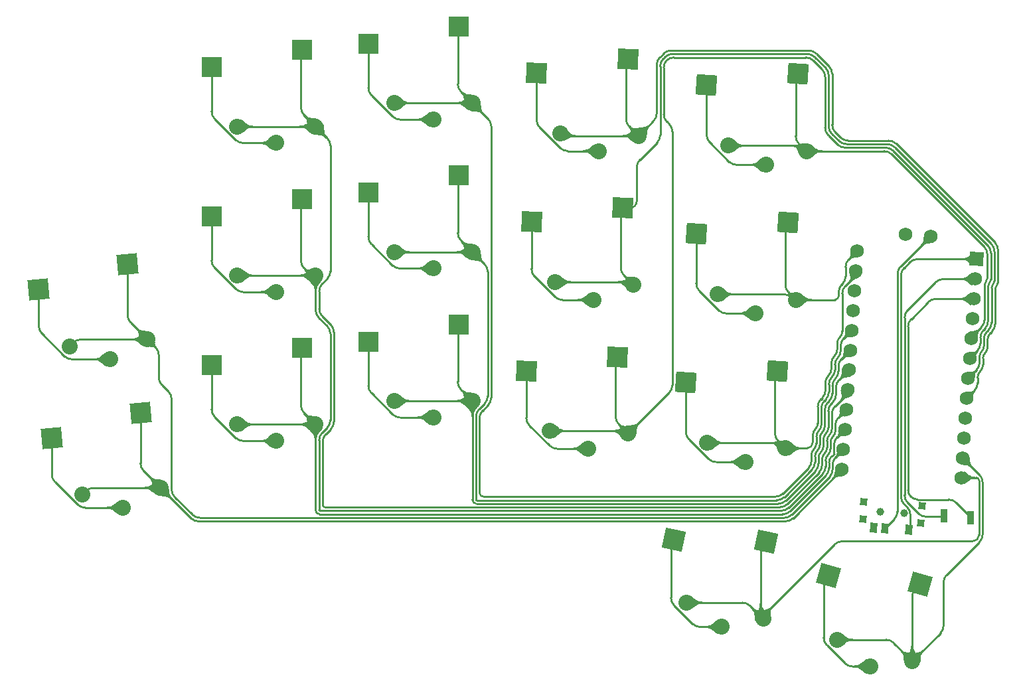
<source format=gbr>
%TF.GenerationSoftware,KiCad,Pcbnew,(6.0.2)*%
%TF.CreationDate,2022-03-14T22:31:34-07:00*%
%TF.ProjectId,polished,706f6c69-7368-4656-942e-6b696361645f,v1.0.0*%
%TF.SameCoordinates,Original*%
%TF.FileFunction,Copper,L1,Top*%
%TF.FilePolarity,Positive*%
%FSLAX46Y46*%
G04 Gerber Fmt 4.6, Leading zero omitted, Abs format (unit mm)*
G04 Created by KiCad (PCBNEW (6.0.2)) date 2022-03-14 22:31:34*
%MOMM*%
%LPD*%
G01*
G04 APERTURE LIST*
G04 Aperture macros list*
%AMRotRect*
0 Rectangle, with rotation*
0 The origin of the aperture is its center*
0 $1 length*
0 $2 width*
0 $3 Rotation angle, in degrees counterclockwise*
0 Add horizontal line*
21,1,$1,$2,0,0,$3*%
G04 Aperture macros list end*
%TA.AperFunction,SMDPad,CuDef*%
%ADD10RotRect,0.900000X0.900000X356.000000*%
%TD*%
%TA.AperFunction,WasherPad*%
%ADD11C,1.000000*%
%TD*%
%TA.AperFunction,SMDPad,CuDef*%
%ADD12RotRect,0.900000X1.250000X356.000000*%
%TD*%
%TA.AperFunction,ComponentPad*%
%ADD13C,1.752600*%
%TD*%
%TA.AperFunction,ComponentPad*%
%ADD14C,2.032000*%
%TD*%
%TA.AperFunction,SMDPad,CuDef*%
%ADD15R,2.600000X2.600000*%
%TD*%
%TA.AperFunction,SMDPad,CuDef*%
%ADD16R,0.900000X1.700000*%
%TD*%
%TA.AperFunction,SMDPad,CuDef*%
%ADD17RotRect,2.600000X2.600000X344.000000*%
%TD*%
%TA.AperFunction,SMDPad,CuDef*%
%ADD18RotRect,2.600000X2.600000X358.000000*%
%TD*%
%TA.AperFunction,ComponentPad*%
%ADD19RotRect,1.752600X1.752600X266.000000*%
%TD*%
%TA.AperFunction,SMDPad,CuDef*%
%ADD20RotRect,2.600000X2.600000X5.000000*%
%TD*%
%TA.AperFunction,SMDPad,CuDef*%
%ADD21RotRect,2.600000X2.600000X348.000000*%
%TD*%
%TA.AperFunction,SMDPad,CuDef*%
%ADD22RotRect,2.600000X2.600000X356.000000*%
%TD*%
%TA.AperFunction,Conductor*%
%ADD23C,0.250000*%
%TD*%
G04 APERTURE END LIST*
D10*
%TO.P,T1,*%
%TO.N,*%
X95007279Y-5126932D03*
D11*
X97125188Y-6377716D03*
D10*
X94853815Y-7321573D03*
X102389253Y-5643129D03*
X102235789Y-7837770D03*
D11*
X100117880Y-6586986D03*
D12*
%TO.P,T1,1*%
%TO.N,RAW*%
X100721308Y-8709248D03*
%TO.P,T1,2*%
%TO.N,pos*%
X97728616Y-8499979D03*
%TO.P,T1,3*%
%TO.N,N/C*%
X96232270Y-8395344D03*
%TD*%
D13*
%TO.P,,2*%
%TO.N,GND*%
X100329764Y28984885D03*
%TO.P,,1*%
%TO.N,pos*%
X103561872Y28758875D03*
%TD*%
D14*
%TO.P,S22,1*%
%TO.N,P18*%
X66273256Y41537464D03*
X56279348Y41886459D03*
%TO.P,S22,2*%
%TO.N,GND*%
X61203013Y39613241D03*
X61203013Y39613241D03*
%TD*%
%TO.P,S30,1*%
%TO.N,P10*%
X82155679Y-20075747D03*
X72374203Y-17996629D03*
%TO.P,S30,2*%
%TO.N,GND*%
X76828326Y-21090299D03*
X76828326Y-21090299D03*
%TD*%
%TO.P,S10,1*%
%TO.N,P5*%
X15082739Y42732796D03*
X25082739Y42732796D03*
%TO.P,S10,2*%
%TO.N,GND*%
X20082739Y40632796D03*
X20082739Y40632796D03*
%TD*%
%TO.P,S6,1*%
%TO.N,P7*%
X15082739Y4732796D03*
X25082739Y4732796D03*
%TO.P,S6,2*%
%TO.N,GND*%
X20082739Y2632796D03*
X20082739Y2632796D03*
%TD*%
D15*
%TO.P,S13,1*%
%TO.N,P3*%
X43357739Y36482796D03*
%TO.P,S13,2*%
%TO.N,GND*%
X31807739Y34282796D03*
%TD*%
D16*
%TO.P,,1*%
%TO.N,RST*%
X108647053Y-7183403D03*
%TO.P,,2*%
%TO.N,GND*%
X105255335Y-6946231D03*
%TD*%
D17*
%TO.P,S31,1*%
%TO.N,P16*%
X102198220Y-15638815D03*
%TO.P,S31,2*%
%TO.N,GND*%
X90489246Y-14569980D03*
%TD*%
D18*
%TO.P,S17,1*%
%TO.N,P20*%
X63563396Y13364876D03*
%TO.P,S17,2*%
%TO.N,GND*%
X51943653Y11569305D03*
%TD*%
D19*
%TO.P,MCU1,1*%
%TO.N,RAW*%
X109370772Y25816498D03*
D13*
%TO.P,MCU1,2*%
%TO.N,GND*%
X109193591Y23282686D03*
%TO.P,MCU1,3*%
%TO.N,RST*%
X109016409Y20748873D03*
%TO.P,MCU1,4*%
%TO.N,VCC*%
X108839228Y18215060D03*
%TO.P,MCU1,5*%
%TO.N,P21*%
X108662046Y15681248D03*
%TO.P,MCU1,6*%
%TO.N,P20*%
X108484865Y13147435D03*
%TO.P,MCU1,7*%
%TO.N,P19*%
X108307683Y10613622D03*
%TO.P,MCU1,8*%
%TO.N,P18*%
X108130502Y8079810D03*
%TO.P,MCU1,9*%
%TO.N,P15*%
X107953320Y5545997D03*
%TO.P,MCU1,10*%
%TO.N,P14*%
X107776139Y3012184D03*
%TO.P,MCU1,11*%
%TO.N,P16*%
X107598958Y478372D03*
%TO.P,MCU1,12*%
%TO.N,P10*%
X107421776Y-2055441D03*
%TO.P,MCU1,13*%
%TO.N,P1*%
X94167896Y26879587D03*
%TO.P,MCU1,14*%
%TO.N,P0*%
X93990714Y24345774D03*
%TO.P,MCU1,15*%
%TO.N,GND*%
X93813533Y21811962D03*
%TO.P,MCU1,16*%
X93636352Y19278149D03*
%TO.P,MCU1,17*%
%TO.N,P2*%
X93459170Y16744336D03*
%TO.P,MCU1,18*%
%TO.N,P3*%
X93281989Y14210524D03*
%TO.P,MCU1,19*%
%TO.N,P4*%
X93104807Y11676711D03*
%TO.P,MCU1,20*%
%TO.N,P5*%
X92927626Y9142898D03*
%TO.P,MCU1,21*%
%TO.N,P6*%
X92750444Y6609086D03*
%TO.P,MCU1,22*%
%TO.N,P7*%
X92573263Y4075273D03*
%TO.P,MCU1,23*%
%TO.N,P8*%
X92396081Y1541460D03*
%TO.P,MCU1,24*%
%TO.N,P9*%
X92218900Y-992352D03*
%TD*%
D14*
%TO.P,S20,1*%
%TO.N,P19*%
X55616257Y22898034D03*
X65610165Y22549039D03*
%TO.P,S20,2*%
%TO.N,GND*%
X60539922Y20624816D03*
X60539922Y20624816D03*
%TD*%
D20*
%TO.P,S3,1*%
%TO.N,P8*%
X1088002Y25140493D03*
%TO.P,S3,2*%
%TO.N,GND*%
X-10226304Y21942215D03*
%TD*%
%TO.P,S1,1*%
%TO.N,P9*%
X2743961Y6212794D03*
%TO.P,S1,2*%
%TO.N,GND*%
X-8570345Y3014516D03*
%TD*%
D18*
%TO.P,S21,1*%
%TO.N,P18*%
X64889577Y51341727D03*
%TO.P,S21,2*%
%TO.N,GND*%
X53269834Y49546156D03*
%TD*%
D14*
%TO.P,S16,1*%
%TO.N,P2*%
X45082739Y45732796D03*
X35082739Y45732796D03*
%TO.P,S16,2*%
%TO.N,GND*%
X40082739Y43632796D03*
X40082739Y43632796D03*
%TD*%
%TO.P,S18,1*%
%TO.N,P20*%
X64947075Y3560613D03*
X54953167Y3909608D03*
%TO.P,S18,2*%
%TO.N,GND*%
X59876832Y1636390D03*
X59876832Y1636390D03*
%TD*%
D18*
%TO.P,S19,1*%
%TO.N,P19*%
X64226486Y32353302D03*
%TO.P,S19,2*%
%TO.N,GND*%
X52606743Y30557731D03*
%TD*%
D21*
%TO.P,S29,1*%
%TO.N,P10*%
X82495513Y-10180161D03*
%TO.P,S29,2*%
%TO.N,GND*%
X70740502Y-9930705D03*
%TD*%
D22*
%TO.P,S23,1*%
%TO.N,P0*%
X83967577Y11533744D03*
%TO.P,S23,2*%
%TO.N,GND*%
X72292248Y10144790D03*
%TD*%
D15*
%TO.P,S9,1*%
%TO.N,P5*%
X23357739Y52482796D03*
%TO.P,S9,2*%
%TO.N,GND*%
X11807739Y50282796D03*
%TD*%
%TO.P,S11,1*%
%TO.N,P4*%
X43357739Y17482796D03*
%TO.P,S11,2*%
%TO.N,GND*%
X31807739Y15282796D03*
%TD*%
D14*
%TO.P,S4,1*%
%TO.N,P8*%
X3656206Y15577938D03*
X-6305741Y14706380D03*
%TO.P,S4,2*%
%TO.N,GND*%
X-1141740Y13050150D03*
X-1141740Y13050150D03*
%TD*%
D22*
%TO.P,S27,1*%
%TO.N,P21*%
X86618322Y49441178D03*
%TO.P,S27,2*%
%TO.N,GND*%
X74942993Y48052224D03*
%TD*%
D14*
%TO.P,S12,1*%
%TO.N,P4*%
X35082739Y7732796D03*
X45082739Y7732796D03*
%TO.P,S12,2*%
%TO.N,GND*%
X40082739Y5632796D03*
X40082739Y5632796D03*
%TD*%
D15*
%TO.P,S5,1*%
%TO.N,P7*%
X23357739Y14482796D03*
%TO.P,S5,2*%
%TO.N,GND*%
X11807739Y12282796D03*
%TD*%
D14*
%TO.P,S2,1*%
%TO.N,P9*%
X5312165Y-3349761D03*
X-4649782Y-4221319D03*
%TO.P,S2,2*%
%TO.N,GND*%
X514219Y-5877549D03*
X514219Y-5877549D03*
%TD*%
%TO.P,S26,1*%
%TO.N,P1*%
X76357982Y21338446D03*
X86333623Y20640881D03*
%TO.P,S26,2*%
%TO.N,GND*%
X81199314Y18894779D03*
X81199314Y18894779D03*
%TD*%
%TO.P,S14,1*%
%TO.N,P3*%
X45082739Y26732796D03*
X35082739Y26732796D03*
%TO.P,S14,2*%
%TO.N,GND*%
X40082739Y24632796D03*
X40082739Y24632796D03*
%TD*%
%TO.P,S8,1*%
%TO.N,P6*%
X15082739Y23732796D03*
X25082739Y23732796D03*
%TO.P,S8,2*%
%TO.N,GND*%
X20082739Y21632796D03*
X20082739Y21632796D03*
%TD*%
%TO.P,S28,1*%
%TO.N,P21*%
X87658995Y39594598D03*
X77683354Y40292163D03*
%TO.P,S28,2*%
%TO.N,GND*%
X82524686Y37848496D03*
X82524686Y37848496D03*
%TD*%
%TO.P,S32,1*%
%TO.N,P16*%
X101168933Y-25486591D03*
X91556317Y-22730218D03*
%TO.P,S32,2*%
%TO.N,GND*%
X95783786Y-26127054D03*
X95783786Y-26127054D03*
%TD*%
D15*
%TO.P,S7,1*%
%TO.N,P6*%
X23357739Y33482796D03*
%TO.P,S7,2*%
%TO.N,GND*%
X11807739Y31282796D03*
%TD*%
D22*
%TO.P,S25,1*%
%TO.N,P1*%
X85292950Y30487461D03*
%TO.P,S25,2*%
%TO.N,GND*%
X73617621Y29098507D03*
%TD*%
D14*
%TO.P,S24,1*%
%TO.N,P0*%
X75032609Y2384729D03*
X85008250Y1687164D03*
%TO.P,S24,2*%
%TO.N,GND*%
X79873941Y-58938D03*
X79873941Y-58938D03*
%TD*%
D15*
%TO.P,S15,1*%
%TO.N,P2*%
X43357739Y55482796D03*
%TO.P,S15,2*%
%TO.N,GND*%
X31807739Y53282796D03*
%TD*%
D23*
%TO.N,P9*%
X4897951Y-2935547D02*
X5710613Y-3748209D01*
X10145894Y-7620000D02*
X85027761Y-7620000D01*
X85989700Y-7221551D02*
X92218900Y-992352D01*
X-4176672Y-3748209D02*
X-4649782Y-4221319D01*
X9183955Y-7221551D02*
X5710613Y-3748209D01*
X2743961Y-218066D02*
X2743961Y6212794D01*
X4897951Y-2935547D02*
X3142409Y-1180005D01*
X-3214733Y-3349761D02*
X4907186Y-3349761D01*
X4897951Y-2935547D02*
G75*
G02*
X4907186Y-3349760I-114837J-209770D01*
G01*
X85027761Y-7620000D02*
G75*
G03*
X85989700Y-7221551I-4J1360394D01*
G01*
X-4176672Y-3748209D02*
G75*
G02*
X-3214733Y-3349761I961939J-961940D01*
G01*
X3142409Y-1180005D02*
G75*
G02*
X2743961Y-218066I961940J961939D01*
G01*
X10145894Y-7620000D02*
G75*
G02*
X9183955Y-7221551I2J1360389D01*
G01*
X4907186Y-3349761D02*
G75*
G02*
X5710613Y-3748209I-91681J-1194101D01*
G01*
%TO.N,GND*%
X52606743Y24575268D02*
X52606743Y30557731D01*
X11807739Y25675516D02*
X11807739Y31282796D01*
X100192399Y18348908D02*
X100192399Y-4296246D01*
X12206187Y43713577D02*
X14888520Y41031244D01*
X-5981790Y13050150D02*
X-1141740Y13050150D01*
X34888520Y6031244D02*
X32206187Y8713577D01*
X56258347Y40011689D02*
X53668282Y42601754D01*
X75341441Y40738305D02*
X77832802Y38246944D01*
X35850459Y43632796D02*
X40082739Y43632796D01*
X15850459Y2632796D02*
X20082739Y2632796D01*
X32206187Y27713577D02*
X34888520Y25031244D01*
X73617621Y22746527D02*
X73617621Y29098507D01*
X77469369Y18894779D02*
X81199314Y18894779D01*
X74942993Y41700244D02*
X74942993Y48052224D01*
X54932166Y2034838D02*
X52342101Y4624903D01*
X-9827855Y16332724D02*
X-6943729Y13448598D01*
X56557195Y20624816D02*
X60539922Y20624816D01*
X11807739Y44675516D02*
X11807739Y50282796D01*
X14888520Y22031244D02*
X12206187Y24713577D01*
X-4325831Y-5877549D02*
X514219Y-5877549D01*
X51943653Y5586842D02*
X51943653Y11569305D01*
X70390379Y-10528402D02*
X70390379Y-17348760D01*
X11807739Y6675516D02*
X11807739Y12282796D01*
X12206187Y5713577D02*
X14888520Y3031244D01*
X15850459Y21632796D02*
X20082739Y21632796D01*
X31807739Y9675516D02*
X31807739Y15282796D01*
X72292248Y3792810D02*
X72292248Y10144790D01*
X89884988Y-15601512D02*
X89884988Y-22469779D01*
X-10226304Y17294663D02*
X-10226304Y21942215D01*
X78794741Y37848496D02*
X82524686Y37848496D01*
X15850459Y40632796D02*
X20082739Y40632796D01*
X93542262Y-26127054D02*
X95783786Y-26127054D01*
X35850459Y24632796D02*
X40082739Y24632796D01*
X-8570345Y-1633035D02*
X-8570345Y3014516D01*
X34888520Y44031244D02*
X32206187Y46713577D01*
X105211972Y-6989593D02*
X105255335Y-6946231D01*
X101967169Y-6634507D02*
X100590847Y-5258185D01*
X-8171896Y-2594974D02*
X-5287770Y-5479100D01*
X100590847Y19310847D02*
X104164237Y22884237D01*
X72690696Y2830871D02*
X75182057Y339510D01*
X102929108Y-7032956D02*
X105107286Y-7032956D01*
X53269834Y43563693D02*
X53269834Y49546156D01*
X76143996Y-58938D02*
X79873941Y-58938D01*
X31807739Y47675516D02*
X31807739Y53282796D01*
X90283436Y-23431718D02*
X92580323Y-25728605D01*
X70788827Y-18310699D02*
X73169978Y-20691850D01*
X90187117Y-14872109D02*
X90489246Y-14569980D01*
X70565440Y-10105766D02*
X70740502Y-9930705D01*
X55894105Y1636390D02*
X59876832Y1636390D01*
X31807739Y28675516D02*
X31807739Y34282796D01*
X74131917Y-21090299D02*
X76828326Y-21090299D01*
X57220286Y39613241D02*
X61203013Y39613241D01*
X105126176Y23282686D02*
X109193591Y23282686D01*
X35850459Y5632796D02*
X40082739Y5632796D01*
X74016069Y21784588D02*
X76507430Y19293227D01*
X55595256Y21023264D02*
X53005191Y23613329D01*
X53005191Y23613329D02*
G75*
G02*
X52606743Y24575268I961935J961937D01*
G01*
X12206187Y43713577D02*
G75*
G02*
X11807739Y44675516I961935J961937D01*
G01*
X57220286Y39613242D02*
G75*
G02*
X56258348Y40011690I-2J1360382D01*
G01*
X74016069Y21784588D02*
G75*
G02*
X73617621Y22746527I961935J961937D01*
G01*
X76143996Y-58937D02*
G75*
G02*
X75182058Y339511I-2J1360382D01*
G01*
X90283436Y-23431718D02*
G75*
G02*
X89884988Y-22469779I961940J961939D01*
G01*
X100590847Y-5258185D02*
G75*
G02*
X100192399Y-4296246I961940J961939D01*
G01*
X32206187Y46713577D02*
G75*
G02*
X31807739Y47675516I961935J961937D01*
G01*
X15850459Y21632797D02*
G75*
G02*
X14888521Y22031245I-2J1360382D01*
G01*
X35850459Y5632797D02*
G75*
G02*
X34888521Y6031245I-2J1360382D01*
G01*
X12206187Y24713577D02*
G75*
G02*
X11807739Y25675516I961935J961937D01*
G01*
X104164237Y22884237D02*
G75*
G02*
X105126176Y23282686I961941J-961940D01*
G01*
X78794741Y37848497D02*
G75*
G02*
X77832803Y38246945I-2J1360382D01*
G01*
X15850459Y40632797D02*
G75*
G02*
X14888521Y41031245I-2J1360382D01*
G01*
X15850459Y2632797D02*
G75*
G02*
X14888521Y3031245I-2J1360382D01*
G01*
X32206187Y27713577D02*
G75*
G02*
X31807739Y28675516I961935J961937D01*
G01*
X105107286Y-7032956D02*
G75*
G03*
X105211972Y-6989593I-3J148054D01*
G01*
X-9827855Y16332724D02*
G75*
G02*
X-10226304Y17294663I961940J961941D01*
G01*
X55894105Y1636391D02*
G75*
G02*
X54932167Y2034839I-2J1360382D01*
G01*
X70390379Y-10528402D02*
G75*
G02*
X70565440Y-10105766I597689J4D01*
G01*
X-8171896Y-2594974D02*
G75*
G02*
X-8570345Y-1633035I961945J961943D01*
G01*
X53668282Y42601754D02*
G75*
G02*
X53269834Y43563693I961935J961937D01*
G01*
X89884988Y-15601512D02*
G75*
G02*
X90187117Y-14872109I1031523J3D01*
G01*
X77469369Y18894780D02*
G75*
G02*
X76507431Y19293228I-2J1360382D01*
G01*
X75341441Y40738305D02*
G75*
G02*
X74942993Y41700244I961935J961937D01*
G01*
X100192400Y18348908D02*
G75*
G02*
X100590848Y19310846I1360387J0D01*
G01*
X-4325831Y-5877549D02*
G75*
G02*
X-5287770Y-5479100I4J1360394D01*
G01*
X70788827Y-18310699D02*
G75*
G02*
X70390379Y-17348760I961940J961939D01*
G01*
X35850459Y43632797D02*
G75*
G02*
X34888521Y44031245I-2J1360382D01*
G01*
X72690696Y2830871D02*
G75*
G02*
X72292248Y3792810I961935J961937D01*
G01*
X52342101Y4624903D02*
G75*
G02*
X51943653Y5586842I961935J961937D01*
G01*
X93542262Y-26127054D02*
G75*
G02*
X92580323Y-25728605I2J1360389D01*
G01*
X12206187Y5713577D02*
G75*
G02*
X11807739Y6675516I961935J961937D01*
G01*
X74131917Y-21090299D02*
G75*
G02*
X73169978Y-20691850I2J1360389D01*
G01*
X-5981790Y13050151D02*
G75*
G02*
X-6943728Y13448599I0J1360387D01*
G01*
X102929108Y-7032956D02*
G75*
G02*
X101967169Y-6634507I2J1360389D01*
G01*
X32206187Y8713577D02*
G75*
G02*
X31807739Y9675516I961935J961937D01*
G01*
X56557195Y20624817D02*
G75*
G02*
X55595257Y21023265I-2J1360382D01*
G01*
X35850459Y24632797D02*
G75*
G02*
X34888521Y25031245I-2J1360382D01*
G01*
%TO.N,P8*%
X84841563Y-7170480D02*
X10332092Y-7170480D01*
X85803502Y-6772031D02*
X90619640Y-1955893D01*
X3241992Y15992151D02*
X1486450Y17747693D01*
X9370153Y-6772031D02*
X7102940Y-4504818D01*
X91416537Y561916D02*
X92396081Y1541460D01*
X1088002Y18709632D02*
X1088002Y25140493D01*
X-5832631Y15179489D02*
X-6305741Y14706380D01*
X6306043Y8933956D02*
X5478448Y9761551D01*
X6704492Y7972017D02*
X6704492Y-3542879D01*
X4054653Y15179489D02*
X4681551Y14552592D01*
X5080000Y13590653D02*
X5080000Y10723490D01*
X3241992Y15992151D02*
X4054653Y15179489D01*
X91018089Y-400022D02*
X91018089Y-993954D01*
X3251227Y15577938D02*
X-4870692Y15577938D01*
X6704492Y7972017D02*
G75*
G03*
X6306043Y8933956I-1360394J-4D01*
G01*
X-5832631Y15179489D02*
G75*
G02*
X-4870692Y15577938I961943J-961945D01*
G01*
X90619640Y-1955893D02*
G75*
G03*
X91018089Y-993954I-961945J961943D01*
G01*
X10332092Y-7170480D02*
G75*
G02*
X9370153Y-6772031I2J1360389D01*
G01*
X7102940Y-4504818D02*
G75*
G02*
X6704492Y-3542879I961940J961939D01*
G01*
X3241991Y15992150D02*
G75*
G02*
X3251227Y15577939I-114834J-209769D01*
G01*
X91018090Y-400022D02*
G75*
G02*
X91416538Y561915I1360387J-1D01*
G01*
X5478448Y9761551D02*
G75*
G02*
X5080000Y10723490I961935J961937D01*
G01*
X5080000Y13590653D02*
G75*
G03*
X4681551Y14552592I-1360394J-4D01*
G01*
X3251227Y15577938D02*
G75*
G02*
X4054653Y15179489I-91685J-1194103D01*
G01*
X84841563Y-7170480D02*
G75*
G03*
X85803502Y-6772031I-4J1360394D01*
G01*
X1486450Y17747693D02*
G75*
G02*
X1088002Y18709632I961935J961937D01*
G01*
%TO.N,P7*%
X25082739Y4232796D02*
X25082739Y-6220960D01*
X85617304Y-6322511D02*
X90170120Y-1769695D01*
X84655365Y-6720960D02*
X25582738Y-6720960D01*
X24684290Y5131244D02*
X23606666Y6208868D01*
X90568569Y-117414D02*
X90568569Y-807756D01*
X23282978Y14408035D02*
X23357739Y14482796D01*
X23208218Y14227547D02*
X23208218Y7170807D01*
X24677760Y4732796D02*
X15082739Y4732796D01*
X91593718Y3095728D02*
X92573263Y4075273D01*
X91195270Y2133789D02*
X91195270Y1068002D01*
X90898844Y679941D02*
X91212195Y993292D01*
X91212194Y993293D02*
G75*
G03*
X91212194Y1027141I-16926J16924D01*
G01*
X24677760Y4732796D02*
G75*
G02*
X25082739Y4232796I-53086J-457005D01*
G01*
X24684290Y5131243D02*
G75*
G02*
X24677760Y4732796I-111662J-197447D01*
G01*
X25082739Y4232796D02*
G75*
G03*
X24684290Y5131244I-1287394J-33364D01*
G01*
X91212195Y1027142D02*
G75*
G02*
X91195270Y1068002I40849J40856D01*
G01*
X23606666Y6208868D02*
G75*
G02*
X23208218Y7170807I961935J961937D01*
G01*
X23208219Y14227547D02*
G75*
G02*
X23282979Y14408034I255245J2D01*
G01*
X90170120Y-1769695D02*
G75*
G03*
X90568569Y-807756I-961945J961943D01*
G01*
X91195271Y2133789D02*
G75*
G02*
X91593719Y3095727I1360387J0D01*
G01*
X90568569Y-117414D02*
G75*
G02*
X90898844Y679941I1127625J2D01*
G01*
X25582738Y-6720960D02*
G75*
G02*
X25082739Y-6220960I1J500000D01*
G01*
X84655365Y-6720960D02*
G75*
G03*
X85617304Y-6322511I-4J1360394D01*
G01*
%TO.N,P6*%
X91372452Y3953325D02*
X91372452Y4667603D01*
X25082739Y23232796D02*
X25082739Y19322264D01*
X26558811Y4313098D02*
X25930707Y3684994D01*
X23606666Y24653333D02*
X25082739Y23177261D01*
X89720600Y-1583497D02*
X85431106Y-5872991D01*
X26957260Y5275037D02*
X26957260Y16320762D01*
X24582739Y23732796D02*
X15082739Y23732796D01*
X90119049Y-621558D02*
X90119049Y92719D01*
X25481187Y18360325D02*
X26558811Y17282701D01*
X90745750Y2440332D02*
X90745750Y1605709D01*
X25532259Y-6179360D02*
X25532259Y2723055D01*
X91770900Y5629542D02*
X92750444Y6609086D01*
X23208218Y33227547D02*
X23208218Y25615272D01*
X23282978Y33408035D02*
X23357739Y33482796D01*
X84469167Y-6271440D02*
X25624338Y-6271440D01*
X90745751Y2440332D02*
G75*
G02*
X91059102Y3196828I1069846J1D01*
G01*
X24582739Y23732796D02*
G75*
G02*
X25082739Y23232796I-1J-500001D01*
G01*
X25559228Y-6244470D02*
G75*
G02*
X25532259Y-6179360I65112J65110D01*
G01*
X84469167Y-6271440D02*
G75*
G03*
X85431106Y-5872991I-4J1360394D01*
G01*
X89720600Y-1583497D02*
G75*
G03*
X90119049Y-621558I-961945J961943D01*
G01*
X26558811Y4313098D02*
G75*
G03*
X26957260Y5275037I-961940J961941D01*
G01*
X25532260Y2723055D02*
G75*
G02*
X25930708Y3684993I1360387J0D01*
G01*
X23208219Y33227547D02*
G75*
G02*
X23282979Y33408034I255245J2D01*
G01*
X25481187Y18360325D02*
G75*
G02*
X25082739Y19322264I961935J961937D01*
G01*
X90119050Y92719D02*
G75*
G02*
X90432400Y849213I1069846J0D01*
G01*
X26957260Y16320762D02*
G75*
G03*
X26558811Y17282701I-1360394J-4D01*
G01*
X91059101Y3196829D02*
G75*
G03*
X91372452Y3953325I-756502J756499D01*
G01*
X25624338Y-6271439D02*
G75*
G02*
X25559229Y-6244469I2J92082D01*
G01*
X91372453Y4667603D02*
G75*
G02*
X91770901Y5629541I1360387J0D01*
G01*
X23606666Y24653333D02*
G75*
G02*
X23208218Y25615272I961935J961937D01*
G01*
X90432399Y849214D02*
G75*
G03*
X90745750Y1605709I-756502J756499D01*
G01*
%TO.N,P5*%
X27008331Y4126900D02*
X26380227Y3498796D01*
X89669529Y-435360D02*
X89669529Y278917D01*
X92927626Y8895728D02*
X92927626Y9142898D01*
X24677760Y42732796D02*
X15082739Y42732796D01*
X25981779Y-5548542D02*
X25981779Y2536857D01*
X23606666Y44208868D02*
X24668525Y43147009D01*
X23282978Y52408035D02*
X23357739Y52482796D01*
X24668525Y43147009D02*
X25481187Y42334347D01*
X25532259Y19508461D02*
X25532259Y21723055D01*
X26255156Y-5821920D02*
X84282969Y-5821920D01*
X90922932Y4139523D02*
X90922932Y6080373D01*
X90296230Y2626530D02*
X90296230Y1791907D01*
X27406780Y5088839D02*
X27406780Y16506959D01*
X92752850Y8473782D02*
X91321380Y7042312D01*
X26558811Y41256723D02*
X25481187Y42334347D01*
X23208218Y45170807D02*
X23208218Y52227547D01*
X89271080Y-1397299D02*
X85244908Y-5423471D01*
X26957260Y24275037D02*
X26957260Y40294784D01*
X26558811Y23313098D02*
X25930707Y22684994D01*
X25930707Y18546522D02*
X27008331Y17468898D01*
X92752850Y8473782D02*
G75*
G03*
X92927626Y8895728I-421945J421946D01*
G01*
X26558811Y23313098D02*
G75*
G03*
X26957260Y24275037I-961940J961941D01*
G01*
X25930707Y18546522D02*
G75*
G02*
X25532259Y19508461I961935J961937D01*
G01*
X27008331Y4126900D02*
G75*
G03*
X27406780Y5088839I-961940J961941D01*
G01*
X25981780Y2536857D02*
G75*
G02*
X26380228Y3498795I1360387J0D01*
G01*
X23606666Y44208868D02*
G75*
G02*
X23208218Y45170807I961935J961937D01*
G01*
X89271080Y-1397299D02*
G75*
G03*
X89669529Y-435360I-961945J961943D01*
G01*
X90609581Y3383027D02*
G75*
G03*
X90922932Y4139523I-756502J756499D01*
G01*
X27406780Y16506959D02*
G75*
G03*
X27008331Y17468898I-1360394J-4D01*
G01*
X26061849Y-5741849D02*
G75*
G02*
X25981779Y-5548542I193302J193304D01*
G01*
X90922933Y6080373D02*
G75*
G02*
X91321381Y7042311I1360387J0D01*
G01*
X23208219Y52227547D02*
G75*
G02*
X23282979Y52408034I255245J2D01*
G01*
X26957260Y40294784D02*
G75*
G03*
X26558811Y41256723I-1360394J-4D01*
G01*
X24677760Y42732795D02*
G75*
G02*
X25481186Y42334346I-91686J-1194107D01*
G01*
X84282969Y-5821920D02*
G75*
G03*
X85244908Y-5423471I-4J1360394D01*
G01*
X25532260Y21723055D02*
G75*
G02*
X25930708Y22684993I1360387J0D01*
G01*
X26255156Y-5821919D02*
G75*
G02*
X26061850Y-5741848I1J273378D01*
G01*
X24668524Y43147008D02*
G75*
G02*
X24677760Y42732797I-114834J-209769D01*
G01*
X89669530Y278917D02*
G75*
G02*
X89982880Y1035411I1069846J0D01*
G01*
X89982879Y1035412D02*
G75*
G03*
X90296230Y1791907I-756502J756499D01*
G01*
X90296231Y2626530D02*
G75*
G02*
X90609582Y3383026I1069846J1D01*
G01*
%TO.N,P4*%
X89220009Y465115D02*
X89220009Y-249162D01*
X43208218Y17227547D02*
X43208218Y10170807D01*
X89846710Y2812728D02*
X89846710Y1978105D01*
X84096771Y-5372400D02*
X45582738Y-5372400D01*
X91440000Y8518985D02*
X91440000Y9448413D01*
X44684290Y8131244D02*
X43606666Y9208868D01*
X45082739Y7232796D02*
X45082739Y-4872400D01*
X85058710Y-4973951D02*
X88821560Y-1211101D01*
X91838448Y10410352D02*
X93104807Y11676711D01*
X90473412Y4325721D02*
X90473412Y6425416D01*
X44677760Y7732796D02*
X35082739Y7732796D01*
X91041551Y7557046D02*
X90871860Y7387355D01*
X43282978Y17408035D02*
X43357739Y17482796D01*
X43208219Y17227547D02*
G75*
G02*
X43282979Y17408034I255245J2D01*
G01*
X45082739Y7232796D02*
G75*
G03*
X44684290Y8131244I-1287394J-33364D01*
G01*
X91041551Y7557046D02*
G75*
G03*
X91440000Y8518985I-961940J961941D01*
G01*
X89220010Y465115D02*
G75*
G02*
X89533360Y1221609I1069846J0D01*
G01*
X44684290Y8131243D02*
G75*
G02*
X44677760Y7732796I-111662J-197447D01*
G01*
X90160061Y3569225D02*
G75*
G03*
X90473412Y4325721I-756502J756499D01*
G01*
X89846711Y2812728D02*
G75*
G02*
X90160062Y3569224I1069846J1D01*
G01*
X45582738Y-5372400D02*
G75*
G02*
X45082739Y-4872400I1J500000D01*
G01*
X89533359Y1221610D02*
G75*
G03*
X89846710Y1978105I-756502J756499D01*
G01*
X88821560Y-1211101D02*
G75*
G03*
X89220009Y-249162I-961945J961943D01*
G01*
X91440001Y9448413D02*
G75*
G02*
X91838449Y10410351I1360387J0D01*
G01*
X44677760Y7732796D02*
G75*
G02*
X45082739Y7232796I-53086J-457005D01*
G01*
X43606666Y9208868D02*
G75*
G02*
X43208218Y10170807I961935J961937D01*
G01*
X90473413Y6425416D02*
G75*
G02*
X90871861Y7387354I1360387J0D01*
G01*
X84096771Y-5372400D02*
G75*
G03*
X85058710Y-4973951I-4J1360394D01*
G01*
%TO.N,P3*%
X88770489Y651313D02*
X88770489Y-62964D01*
X47021097Y8338874D02*
X47021097Y24230947D01*
X44668525Y27147009D02*
X45481187Y26334347D01*
X90990480Y8705183D02*
X90990480Y9652826D01*
X46622648Y7376935D02*
X45930707Y6684994D01*
X43282978Y36408035D02*
X43357739Y36482796D01*
X45481187Y26334347D02*
X46622648Y25192886D01*
X83910573Y-4922880D02*
X45584532Y-4922880D01*
X43208218Y29170807D02*
X43208218Y36227547D01*
X91761616Y12126660D02*
X91761616Y11514513D01*
X92160064Y13088599D02*
X93281989Y14210524D01*
X90592031Y7743244D02*
X90422340Y7573553D01*
X89397190Y2998926D02*
X89397190Y2164303D01*
X88372040Y-1024903D02*
X84872512Y-4524431D01*
X44677760Y26732796D02*
X35082739Y26732796D01*
X45532259Y-4870606D02*
X45532259Y5723055D01*
X43606666Y28208868D02*
X44668525Y27147009D01*
X90023892Y6611614D02*
X90023892Y4511919D01*
X90990481Y9652826D02*
G75*
G02*
X91376049Y10583669I1316403J4D01*
G01*
X89710541Y3755423D02*
G75*
G03*
X90023892Y4511919I-756502J756499D01*
G01*
X43208219Y36227547D02*
G75*
G02*
X43282979Y36408034I255245J2D01*
G01*
X45547569Y-4907569D02*
G75*
G02*
X45532259Y-4870606I36955J36959D01*
G01*
X89397191Y2998926D02*
G75*
G02*
X89710542Y3755422I1069846J1D01*
G01*
X47021097Y24230947D02*
G75*
G03*
X46622648Y25192886I-1360394J-4D01*
G01*
X91376048Y10583670D02*
G75*
G03*
X91761616Y11514513I-930842J930843D01*
G01*
X90592031Y7743244D02*
G75*
G03*
X90990480Y8705183I-961940J961941D01*
G01*
X91761617Y12126660D02*
G75*
G02*
X92160065Y13088598I1360387J0D01*
G01*
X44677760Y26732795D02*
G75*
G02*
X45481186Y26334346I-91686J-1194107D01*
G01*
X88770490Y651313D02*
G75*
G02*
X89083840Y1407807I1069846J0D01*
G01*
X89083839Y1407808D02*
G75*
G03*
X89397190Y2164303I-756502J756499D01*
G01*
X46622648Y7376935D02*
G75*
G03*
X47021097Y8338874I-961940J961941D01*
G01*
X45532260Y5723055D02*
G75*
G02*
X45930708Y6684993I1360387J0D01*
G01*
X88372040Y-1024903D02*
G75*
G03*
X88770489Y-62964I-961945J961943D01*
G01*
X44668524Y27147008D02*
G75*
G02*
X44677760Y26732797I-114834J-209769D01*
G01*
X43606666Y28208868D02*
G75*
G02*
X43208218Y29170807I961935J961937D01*
G01*
X83910573Y-4922880D02*
G75*
G03*
X84872512Y-4524431I-4J1360394D01*
G01*
X90023893Y6611614D02*
G75*
G02*
X90422341Y7573552I1360387J0D01*
G01*
X45584532Y-4922879D02*
G75*
G02*
X45547570Y-4907568I2J52277D01*
G01*
%TO.N,P2*%
X92443924Y15729090D02*
X93459170Y16744336D01*
X45981779Y-3973360D02*
X45981779Y5536857D01*
X90142511Y7929442D02*
X89972820Y7759751D01*
X47072168Y7190737D02*
X46380227Y6498796D01*
X92045476Y14128306D02*
X92045476Y14767151D01*
X47072168Y43743366D02*
X45481187Y45334347D01*
X44677760Y45732796D02*
X35082739Y45732796D01*
X43208218Y55227547D02*
X43208218Y48170807D01*
X47470617Y42781427D02*
X47470617Y8152676D01*
X88320969Y837511D02*
X88320969Y123233D01*
X44668525Y46147009D02*
X45481187Y45334347D01*
X87922520Y-838705D02*
X84686314Y-4074911D01*
X43282978Y55408035D02*
X43357739Y55482796D01*
X88947670Y2350501D02*
X88947670Y3185123D01*
X46481778Y-4473360D02*
X83724375Y-4473360D01*
X91312096Y12357771D02*
X91312096Y11700711D01*
X90540960Y9839024D02*
X90540960Y8891381D01*
X44668525Y46147009D02*
X43606666Y47208868D01*
X89574372Y6797812D02*
X89574372Y4698117D01*
X90540961Y9839024D02*
G75*
G02*
X90926529Y10769867I1316403J4D01*
G01*
X46481778Y-4473360D02*
G75*
G02*
X45981779Y-3973360I1J500000D01*
G01*
X89261021Y3941620D02*
G75*
G03*
X89574372Y4698117I-756507J756501D01*
G01*
X92045477Y14767151D02*
G75*
G02*
X92443925Y15729089I1360387J0D01*
G01*
X87922520Y-838705D02*
G75*
G03*
X88320969Y123233I-961945J961943D01*
G01*
X43208219Y55227547D02*
G75*
G02*
X43282979Y55408034I255245J2D01*
G01*
X90142511Y7929442D02*
G75*
G03*
X90540960Y8891381I-961940J961941D01*
G01*
X43606666Y47208868D02*
G75*
G02*
X43208218Y48170807I961935J961937D01*
G01*
X45981780Y5536857D02*
G75*
G02*
X46380228Y6498795I1360387J0D01*
G01*
X89574373Y6797812D02*
G75*
G02*
X89972821Y7759750I1360387J0D01*
G01*
X90926528Y10769868D02*
G75*
G03*
X91312096Y11700711I-930842J930843D01*
G01*
X44677760Y45732795D02*
G75*
G02*
X45481186Y45334346I-91686J-1194107D01*
G01*
X91678786Y13243039D02*
G75*
G03*
X92045476Y14128306I-885270J885269D01*
G01*
X88320970Y837511D02*
G75*
G02*
X88634320Y1594005I1069846J0D01*
G01*
X44668524Y46147008D02*
G75*
G02*
X44677760Y45732797I-114834J-209769D01*
G01*
X88634319Y1594006D02*
G75*
G03*
X88947670Y2350501I-756502J756499D01*
G01*
X91312097Y12357771D02*
G75*
G02*
X91678787Y13243038I1251953J2D01*
G01*
X47072168Y7190737D02*
G75*
G03*
X47470617Y8152676I-961940J961941D01*
G01*
X88947671Y3185123D02*
G75*
G02*
X89261022Y3941619I1069846J1D01*
G01*
X83724375Y-4473360D02*
G75*
G03*
X84686314Y-4074911I-4J1360394D01*
G01*
X47470617Y42781427D02*
G75*
G03*
X47072168Y43743366I-1360394J-4D01*
G01*
%TO.N,P19*%
X92785570Y40493638D02*
X97964052Y40493638D01*
X69029520Y50422707D02*
X69029520Y41653010D01*
X109351040Y11656979D02*
X108307683Y10613622D01*
X63999135Y24723559D02*
X63999135Y31965189D01*
X109749489Y13378319D02*
X109749489Y12618918D01*
X98925991Y40095189D02*
X111252794Y27768385D01*
X69427968Y51384646D02*
X69638544Y51595222D01*
X55616257Y22898034D02*
X65261170Y22898034D01*
X90111248Y50224468D02*
X88740494Y51595222D01*
X90509697Y49262529D02*
X90509697Y42769511D01*
X110710825Y16588788D02*
X110887984Y16765947D01*
X110312377Y15626849D02*
X110312377Y14737250D01*
X65164728Y32353302D02*
X64387247Y32353302D01*
X111651242Y23028656D02*
X111651242Y26806446D01*
X64397583Y23761620D02*
X65610165Y22549039D01*
X87778555Y51993671D02*
X70600483Y51993671D01*
X66040000Y33228573D02*
X66040000Y37536509D01*
X68631071Y40691071D02*
X66438448Y38498448D01*
X111286433Y22147930D02*
X111286433Y17727886D01*
X91823631Y40892086D02*
X90908145Y41807572D01*
X97964052Y40493638D02*
G75*
G02*
X98925991Y40095189I-4J-1360394D01*
G01*
X109351040Y11656979D02*
G75*
G03*
X109749489Y12618918I-961940J961941D01*
G01*
X65783639Y32609663D02*
G75*
G03*
X66040000Y33228573I-618919J618914D01*
G01*
X64112810Y32239626D02*
G75*
G02*
X64387247Y32353302I274438J-274439D01*
G01*
X110887984Y16765947D02*
G75*
G03*
X111286433Y17727886I-961940J961941D01*
G01*
X110030933Y14057785D02*
G75*
G03*
X110312377Y14737250I-679464J679465D01*
G01*
X90908145Y41807572D02*
G75*
G02*
X90509697Y42769511I961935J961937D01*
G01*
X64397583Y23761620D02*
G75*
G02*
X63999135Y24723559I961935J961937D01*
G01*
X109749490Y13378319D02*
G75*
G02*
X110030934Y14057784I960900J4D01*
G01*
X63999135Y31965189D02*
G75*
G02*
X64112810Y32239626I388113J0D01*
G01*
X111651241Y26806446D02*
G75*
G03*
X111252793Y27768384I-1360387J0D01*
G01*
X69638544Y51595222D02*
G75*
G02*
X70600483Y51993671I961941J-961940D01*
G01*
X66040001Y37536509D02*
G75*
G02*
X66438449Y38498447I1360387J0D01*
G01*
X87778555Y51993671D02*
G75*
G02*
X88740494Y51595222I-4J-1360394D01*
G01*
X90509697Y49262529D02*
G75*
G03*
X90111248Y50224468I-1360394J-4D01*
G01*
X92785570Y40493639D02*
G75*
G02*
X91823632Y40892087I-2J1360382D01*
G01*
X111286433Y22147930D02*
G75*
G02*
X111468837Y22588293I622768J0D01*
G01*
X69029521Y50422707D02*
G75*
G02*
X69427969Y51384645I1360387J0D01*
G01*
X110312378Y15626849D02*
G75*
G02*
X110710826Y16588787I1360387J0D01*
G01*
X65164728Y32353302D02*
G75*
G03*
X65783639Y32609663I0J875273D01*
G01*
X68631071Y40691071D02*
G75*
G03*
X69029520Y41653010I-961940J961941D01*
G01*
X111468837Y22588293D02*
G75*
G03*
X111651242Y23028656I-440365J440365D01*
G01*
%TO.N,P20*%
X92599372Y40044118D02*
X97777854Y40044118D01*
X109464408Y14126978D02*
X108484865Y13147435D01*
X89661728Y50038271D02*
X88554297Y51145702D01*
X109862857Y15813047D02*
X109862857Y15088917D01*
X111201723Y26620249D02*
X111201723Y23214855D01*
X70181762Y8795300D02*
X65300628Y3914166D01*
X64593521Y3914166D02*
X63734493Y4773194D01*
X69877487Y43342933D02*
X70181762Y43038659D01*
X110438464Y16952145D02*
X110261305Y16774986D01*
X54953167Y3909608D02*
X64598080Y3909608D01*
X90458625Y41621374D02*
X91637433Y40442566D01*
X70580211Y42076720D02*
X70580211Y9757239D01*
X87592358Y51544151D02*
X70749385Y51544151D01*
X63336045Y12976763D02*
X63336045Y5735133D01*
X110836913Y17914084D02*
X110836913Y22334127D01*
X110803274Y27582188D02*
X98739793Y39645669D01*
X90060177Y42583313D02*
X90060177Y49076332D01*
X69479040Y44304872D02*
X69479040Y50273805D01*
X63449720Y13251200D02*
X63563396Y13364876D01*
X111019318Y22774491D02*
G75*
G03*
X111201723Y23214855I-440365J440365D01*
G01*
X69877487Y43342933D02*
G75*
G02*
X69479040Y44304872I961929J961933D01*
G01*
X90060177Y49076332D02*
G75*
G03*
X89661728Y50038271I-1360394J-4D01*
G01*
X92599372Y40044119D02*
G75*
G02*
X91637434Y40442567I-2J1360382D01*
G01*
X63734493Y4773194D02*
G75*
G02*
X63336045Y5735133I961935J961937D01*
G01*
X69479040Y50273805D02*
G75*
G02*
X69851115Y51172075I1270346J0D01*
G01*
X70580211Y42076720D02*
G75*
G03*
X70181762Y43038659I-1360394J-4D01*
G01*
X109862858Y15813047D02*
G75*
G02*
X110261306Y16774985I1360387J0D01*
G01*
X65300628Y3914166D02*
G75*
G02*
X64593521Y3914166I-353553J353552D01*
G01*
X63336045Y12976763D02*
G75*
G02*
X63449720Y13251200I388113J0D01*
G01*
X111201723Y26620249D02*
G75*
G03*
X110803274Y27582188I-1360394J-4D01*
G01*
X110438464Y16952145D02*
G75*
G03*
X110836913Y17914084I-961940J961941D01*
G01*
X110836914Y22334127D02*
G75*
G02*
X111019319Y22774490I622763J2D01*
G01*
X109464408Y14126978D02*
G75*
G03*
X109862857Y15088917I-961940J961941D01*
G01*
X97777854Y40044118D02*
G75*
G02*
X98739793Y39645669I-4J-1360394D01*
G01*
X69851115Y51172075D02*
G75*
G02*
X70749385Y51544151I898271J-898272D01*
G01*
X87592358Y51544151D02*
G75*
G02*
X88554297Y51145702I-4J-1360394D01*
G01*
X90458625Y41621374D02*
G75*
G02*
X90060177Y42583313I961935J961937D01*
G01*
X70181762Y8795300D02*
G75*
G03*
X70580211Y9757239I-961940J961941D01*
G01*
%TO.N,P21*%
X110353754Y27395991D02*
X98553596Y39196149D01*
X86311135Y41505948D02*
X86311135Y48916776D01*
X110387393Y22520324D02*
X110387393Y18100282D01*
X86464728Y49287584D02*
X86618322Y49441178D01*
X77683354Y40292163D02*
X86961430Y40292163D01*
X108662046Y15746346D02*
X108662046Y15681248D01*
X110752203Y26434052D02*
X110752203Y23401053D01*
X86709583Y40544009D02*
X87260546Y39993046D01*
X88222485Y39594598D02*
X97591657Y39594598D01*
X108708077Y15857476D02*
X109988944Y17138343D01*
X109988944Y17138343D02*
G75*
G03*
X110387393Y18100282I-961940J961941D01*
G01*
X86311135Y48916776D02*
G75*
G02*
X86464728Y49287584I524396J3D01*
G01*
X88222485Y39594599D02*
G75*
G02*
X87260547Y39993047I-2J1360382D01*
G01*
X110387393Y22520324D02*
G75*
G02*
X110569798Y22960689I622768J1D01*
G01*
X86709583Y40544009D02*
G75*
G02*
X86311135Y41505948I961935J961937D01*
G01*
X97591657Y39594598D02*
G75*
G02*
X98553596Y39196149I-4J-1360394D01*
G01*
X110752203Y26434052D02*
G75*
G03*
X110353754Y27395991I-1360394J-4D01*
G01*
X108662046Y15746346D02*
G75*
G02*
X108708077Y15857476I157162J0D01*
G01*
X110569798Y22960689D02*
G75*
G03*
X110752203Y23401053I-440365J440365D01*
G01*
%TO.N,P18*%
X109508494Y10690447D02*
X109508494Y10021292D01*
X110199009Y13192121D02*
X110199009Y12357497D01*
X112100762Y22842458D02*
X112100762Y26992643D01*
X56453845Y41711961D02*
X56279348Y41886459D01*
X70414286Y52443191D02*
X87964753Y52443191D01*
X65919702Y41891017D02*
X65060674Y42750045D01*
X111702314Y27954582D02*
X99112189Y40544709D01*
X110761897Y14551052D02*
X110761897Y15440653D01*
X90959217Y42955709D02*
X90959217Y49448727D01*
X64662226Y50953614D02*
X64662226Y43711984D01*
X69452347Y52044743D02*
X68978448Y51570844D01*
X111337504Y16579751D02*
X111160345Y16402592D01*
X91357665Y41993770D02*
X92009830Y41341606D01*
X68580000Y44407698D02*
X68580000Y50608905D01*
X64775901Y51228051D02*
X64889577Y51341727D01*
X68181551Y43445759D02*
X66671704Y41935912D01*
X109110045Y9059353D02*
X108130502Y8079810D01*
X98150250Y40943158D02*
X92971769Y40943158D01*
X111735953Y17541690D02*
X111735953Y21961732D01*
X90560768Y50410666D02*
X88926692Y52044742D01*
X56875119Y41537464D02*
X65868277Y41537464D01*
X109508495Y10690447D02*
G75*
G02*
X109853752Y11523971I1178780J1D01*
G01*
X92971769Y40943159D02*
G75*
G02*
X92009831Y41341607I-2J1360382D01*
G01*
X87964753Y52443191D02*
G75*
G02*
X88926692Y52044742I-4J-1360394D01*
G01*
X111735953Y21961732D02*
G75*
G02*
X111918357Y22402095I622768J0D01*
G01*
X69452347Y52044743D02*
G75*
G02*
X70414286Y52443191I961942J-961946D01*
G01*
X64662226Y50953614D02*
G75*
G02*
X64775901Y51228051I388113J0D01*
G01*
X68181551Y43445759D02*
G75*
G03*
X68580000Y44407698I-961940J961941D01*
G01*
X56875119Y41537465D02*
G75*
G02*
X56453846Y41711962I-2J595767D01*
G01*
X65919701Y41891016D02*
G75*
G02*
X65868277Y41537464I-108233J-164773D01*
G01*
X68580001Y50608905D02*
G75*
G02*
X68978449Y51570843I1360387J0D01*
G01*
X111918357Y22402095D02*
G75*
G03*
X112100762Y22842458I-440365J440365D01*
G01*
X90959217Y49448727D02*
G75*
G03*
X90560768Y50410666I-1360394J-4D01*
G01*
X110480453Y13871587D02*
G75*
G03*
X110761897Y14551052I-679464J679465D01*
G01*
X110761898Y15440653D02*
G75*
G02*
X111160346Y16402591I1360387J0D01*
G01*
X91357665Y41993770D02*
G75*
G02*
X90959217Y42955709I961935J961937D01*
G01*
X98150250Y40943158D02*
G75*
G02*
X99112189Y40544709I-4J-1360394D01*
G01*
X110199010Y13192121D02*
G75*
G02*
X110480454Y13871586I960900J4D01*
G01*
X112100761Y26992643D02*
G75*
G03*
X111702313Y27954581I-1360387J0D01*
G01*
X65060674Y42750045D02*
G75*
G02*
X64662226Y43711984I961935J961937D01*
G01*
X109110045Y9059353D02*
G75*
G03*
X109508494Y10021292I-961940J961941D01*
G01*
X66671704Y41935912D02*
G75*
G02*
X65919702Y41891017I-398609J356241D01*
G01*
X111337504Y16579751D02*
G75*
G03*
X111735953Y17541690I-961940J961941D01*
G01*
X65868277Y41537464D02*
G75*
G03*
X66671704Y41935912I-91681J1194101D01*
G01*
X109853751Y11523972D02*
G75*
G03*
X110199009Y12357497I-833525J833526D01*
G01*
%TO.N,P10*%
X108887518Y-10160000D02*
X92253992Y-10160000D01*
X82021002Y-19941070D02*
X80475010Y-18395078D01*
X109360477Y-2055441D02*
X107421776Y-2055441D01*
X79513071Y-17996630D02*
X72374203Y-17996630D01*
X82173202Y-10502472D02*
X82495513Y-10180161D01*
X109690200Y-9357318D02*
X109690200Y-2385163D01*
X82290355Y-19560146D02*
X91292053Y-10558448D01*
X81850891Y-11280599D02*
X81850891Y-19770959D01*
X91292053Y-10558448D02*
G75*
G02*
X92253992Y-10160000I961937J-961935D01*
G01*
X82155680Y-19885285D02*
G75*
G02*
X82290356Y-19560147I459815J1D01*
G01*
X109455100Y-9924900D02*
G75*
G03*
X109690200Y-9357318I-567589J567585D01*
G01*
X109360477Y-2055442D02*
G75*
G02*
X109593625Y-2152015I2J-329718D01*
G01*
X81850891Y-11280599D02*
G75*
G02*
X82173202Y-10502472I1100424J5D01*
G01*
X109690200Y-2385163D02*
G75*
G03*
X109593626Y-2152014I-329721J0D01*
G01*
X79513071Y-17996631D02*
G75*
G02*
X80475009Y-18395079I0J-1360387D01*
G01*
X82155679Y-19885285D02*
G75*
G02*
X82021002Y-19941070I-78892J1D01*
G01*
X108887518Y-10160000D02*
G75*
G03*
X109455100Y-9924900I-3J802689D01*
G01*
%TO.N,P16*%
X100882570Y-25200228D02*
X98811008Y-23128666D01*
X110139720Y-9312507D02*
X110139720Y-2625880D01*
X104759994Y-21895529D02*
X101522486Y-25133037D01*
X101567381Y-16269653D02*
X102198220Y-15638815D01*
X97849069Y-22730218D02*
X91556316Y-22730218D01*
X109741271Y-10274446D02*
X105556891Y-14458826D01*
X109741271Y-1663941D02*
X107598958Y478372D01*
X105158443Y-20933590D02*
X105158443Y-15420765D01*
X101168933Y-17231592D02*
X101168933Y-25081612D01*
X101168933Y-25081612D02*
G75*
G02*
X100882570Y-25200228I-167748J1D01*
G01*
X101168934Y-17231592D02*
G75*
G02*
X101567382Y-16269654I1360382J2D01*
G01*
X110139720Y-2625880D02*
G75*
G03*
X109741271Y-1663941I-1360389J-2D01*
G01*
X109741271Y-10274446D02*
G75*
G03*
X110139720Y-9312507I-961945J961943D01*
G01*
X101522485Y-25133036D02*
G75*
G02*
X101168933Y-25081612I-164773J108233D01*
G01*
X104759994Y-21895529D02*
G75*
G03*
X105158443Y-20933590I-961945J961943D01*
G01*
X100882570Y-25200228D02*
G75*
G03*
X101522485Y-25133036I285613J360689D01*
G01*
X105158444Y-15420765D02*
G75*
G02*
X105556892Y-14458827I1360382J2D01*
G01*
X97849069Y-22730219D02*
G75*
G02*
X98811007Y-23128667I0J-1360387D01*
G01*
%TO.N,RAW*%
X100543952Y-5847008D02*
X100141327Y-5444383D01*
X100942401Y-6808947D02*
X100942401Y-8331818D01*
X101818703Y25816498D02*
X109370772Y25816498D01*
X100141327Y24702612D02*
X100856764Y25418049D01*
X100831854Y-8598701D02*
X100721308Y-8709248D01*
X99742879Y-4482444D02*
X99742879Y23740673D01*
X99742880Y23740673D02*
G75*
G02*
X100141328Y24702611I1360387J0D01*
G01*
X100141327Y-5444383D02*
G75*
G02*
X99742879Y-4482444I961940J961939D01*
G01*
X100942401Y-6808947D02*
G75*
G03*
X100543952Y-5847008I-1360389J-2D01*
G01*
X100856764Y25418049D02*
G75*
G02*
X101818703Y25816498I961941J-961940D01*
G01*
X100831854Y-8598701D02*
G75*
G03*
X100942401Y-8331818I-266891J266887D01*
G01*
%TO.N,RST*%
X106768588Y-5236763D02*
X108622949Y-7091124D01*
X108647053Y-7149315D02*
X108647053Y-7183403D01*
X101040367Y18178448D02*
X103212343Y20350424D01*
X100641919Y17216509D02*
X100641919Y-3615350D01*
X105806649Y-4838315D02*
X101864883Y-4838315D01*
X104174282Y20748873D02*
X109016409Y20748873D01*
X101000117Y-4480117D02*
G75*
G02*
X100641919Y-3615350I864763J864765D01*
G01*
X103212343Y20350424D02*
G75*
G02*
X104174282Y20748873I961941J-961940D01*
G01*
X108647052Y-7149315D02*
G75*
G03*
X108622948Y-7091125I-82298J-2D01*
G01*
X100641920Y17216509D02*
G75*
G02*
X101040368Y18178447I1360387J0D01*
G01*
X101864883Y-4838315D02*
G75*
G02*
X101000117Y-4480117I2J1222968D01*
G01*
X105806649Y-4838316D02*
G75*
G02*
X106768587Y-5236764I0J-1360387D01*
G01*
%TO.N,P1*%
X86897113Y20640881D02*
X91299253Y20640881D01*
X85139356Y30333867D02*
X85292950Y30487461D01*
X92671220Y23625458D02*
X92671220Y24819420D01*
X84778063Y21338446D02*
X76357982Y21338446D01*
X93069668Y25781359D02*
X94167896Y26879587D01*
X92197701Y22588449D02*
X92272771Y22663519D01*
X85935174Y21039329D02*
X85384211Y21590292D01*
X85740002Y20939997D02*
X86360000Y20320000D01*
X84985763Y22552231D02*
X84985763Y29963059D01*
X91799253Y21626510D02*
X91799253Y21140880D01*
X84778063Y21338446D02*
G75*
G02*
X85740002Y20939997I-4J-1360394D01*
G01*
X91799254Y21626510D02*
G75*
G02*
X92197702Y22588448I1360387J0D01*
G01*
X92671221Y24819420D02*
G75*
G02*
X93069669Y25781358I1360387J0D01*
G01*
X86897113Y20640882D02*
G75*
G02*
X85935175Y21039330I-2J1360382D01*
G01*
X92272771Y22663519D02*
G75*
G03*
X92671220Y23625458I-961940J961941D01*
G01*
X91299253Y20640881D02*
G75*
G03*
X91799253Y21140880I0J500000D01*
G01*
X84985763Y29963059D02*
G75*
G02*
X85139356Y30333867I524396J3D01*
G01*
X85384211Y21590292D02*
G75*
G02*
X84985763Y22552231I961935J961937D01*
G01*
%TO.N,P0*%
X85571740Y1687164D02*
X87728268Y1687164D01*
X84609801Y2085612D02*
X84058838Y2636575D01*
X83660390Y11009342D02*
X83660390Y3598514D01*
X93990714Y24045759D02*
X93990714Y24345774D01*
X90862576Y11886909D02*
X90862576Y12543969D01*
X92248773Y16631268D02*
X92248773Y21440312D01*
X88498150Y2457045D02*
X88498150Y3371320D01*
X90091440Y10025222D02*
X90091440Y9077579D01*
X89124852Y4884314D02*
X89124852Y6984010D01*
X89523300Y7945949D02*
X89692991Y8115640D01*
X93778571Y23533601D02*
X92647221Y22402251D01*
X83813983Y11380150D02*
X83967577Y11533744D01*
X75032609Y2384729D02*
X84310685Y2384729D01*
X91595956Y14314504D02*
X91595956Y15055228D01*
X91922364Y15843248D02*
G75*
G03*
X92248773Y16631268I-788017J788019D01*
G01*
X90862577Y12543969D02*
G75*
G02*
X91229267Y13429236I1251953J2D01*
G01*
X88498151Y3371320D02*
G75*
G02*
X88811502Y4127816I1069846J1D01*
G01*
X89124853Y6984010D02*
G75*
G02*
X89523301Y7945948I1360387J0D01*
G01*
X88811501Y4127817D02*
G75*
G03*
X89124852Y4884314I-756507J756501D01*
G01*
X88272657Y1912657D02*
G75*
G03*
X88498150Y2457045I-544389J544389D01*
G01*
X92248774Y21440312D02*
G75*
G02*
X92647222Y22402250I1360387J0D01*
G01*
X89692991Y8115640D02*
G75*
G03*
X90091440Y9077579I-961940J961941D01*
G01*
X90091441Y10025222D02*
G75*
G02*
X90477009Y10956065I1316403J4D01*
G01*
X87728268Y1687165D02*
G75*
G03*
X88272656Y1912658I3J769875D01*
G01*
X90477008Y10956066D02*
G75*
G03*
X90862576Y11886909I-930842J930843D01*
G01*
X85571740Y1687165D02*
G75*
G02*
X84609802Y2085613I-2J1360382D01*
G01*
X83660390Y11009342D02*
G75*
G02*
X83813983Y11380150I524396J3D01*
G01*
X93778571Y23533601D02*
G75*
G03*
X93990714Y24045759I-512166J512162D01*
G01*
X84058838Y2636575D02*
G75*
G02*
X83660390Y3598514I961935J961937D01*
G01*
X91229266Y13429237D02*
G75*
G03*
X91595956Y14314504I-885270J885269D01*
G01*
X91595957Y15055228D02*
G75*
G02*
X91922364Y15843248I1114423J3D01*
G01*
%TO.N,pos*%
X99293359Y-6371745D02*
X99293359Y23926871D01*
X99691807Y24888810D02*
X103561872Y28758875D01*
X98894910Y-7333684D02*
X97728616Y-8499979D01*
X99293360Y23926871D02*
G75*
G02*
X99691808Y24888809I1360387J0D01*
G01*
X98894910Y-7333684D02*
G75*
G03*
X99293359Y-6371745I-961945J961943D01*
G01*
%TD*%
%TA.AperFunction,Conductor*%
%TO.N,P20*%
G36*
X109376743Y14200498D02*
G01*
X109537928Y14039313D01*
X109541355Y14031040D01*
X109538404Y14023272D01*
X109473716Y13950410D01*
X109473512Y13950112D01*
X109473507Y13950105D01*
X109427713Y13883050D01*
X109418444Y13869479D01*
X109377992Y13789267D01*
X109350445Y13710317D01*
X109350369Y13709964D01*
X109350367Y13709956D01*
X109338039Y13652517D01*
X109333887Y13633171D01*
X109326403Y13558372D01*
X109326078Y13486463D01*
X109330997Y13417988D01*
X109339244Y13353488D01*
X109339260Y13353387D01*
X109339261Y13353382D01*
X109347400Y13302849D01*
X109345332Y13294137D01*
X109340085Y13290083D01*
X108200317Y12847431D01*
X108199804Y12847232D01*
X108190851Y12847431D01*
X108184662Y12853902D01*
X108184662Y12862374D01*
X108627513Y14002655D01*
X108633702Y14009126D01*
X108640278Y14009970D01*
X108690918Y14001814D01*
X108690996Y14001804D01*
X108691003Y14001803D01*
X108709258Y13999469D01*
X108755418Y13993567D01*
X108774991Y13992161D01*
X108823682Y13988663D01*
X108823686Y13988663D01*
X108823893Y13988648D01*
X108895802Y13988973D01*
X108896071Y13989000D01*
X108896073Y13989000D01*
X108970271Y13996424D01*
X108970601Y13996457D01*
X108995639Y14001831D01*
X109047386Y14012937D01*
X109047394Y14012939D01*
X109047747Y14013015D01*
X109048087Y14013133D01*
X109048092Y14013135D01*
X109123117Y14039313D01*
X109126697Y14040562D01*
X109206909Y14081014D01*
X109220480Y14090283D01*
X109287535Y14136077D01*
X109287542Y14136082D01*
X109287840Y14136286D01*
X109360702Y14200974D01*
X109369164Y14203904D01*
X109376743Y14200498D01*
G37*
%TD.AperFunction*%
%TD*%
%TA.AperFunction,Conductor*%
%TO.N,GND*%
G36*
X59440163Y2544832D02*
G01*
X59768076Y2229494D01*
X60241475Y1774250D01*
X60376063Y1644823D01*
X60379651Y1636619D01*
X60376063Y1627957D01*
X60203575Y1462084D01*
X59440163Y727948D01*
X59431824Y724683D01*
X59426431Y726120D01*
X59242632Y826826D01*
X59241666Y827418D01*
X59083772Y935007D01*
X59083064Y935529D01*
X58948310Y1043013D01*
X58947982Y1043285D01*
X58826792Y1147396D01*
X58826699Y1147474D01*
X58709788Y1244636D01*
X58709609Y1244785D01*
X58709429Y1244913D01*
X58587378Y1331689D01*
X58587370Y1331694D01*
X58587083Y1331898D01*
X58449561Y1405439D01*
X58449126Y1405591D01*
X58287854Y1461934D01*
X58287851Y1461935D01*
X58287424Y1462084D01*
X58091054Y1498509D01*
X57861906Y1510796D01*
X57853828Y1514661D01*
X57850832Y1522479D01*
X57850832Y1750301D01*
X57854259Y1758574D01*
X57861905Y1761984D01*
X58091054Y1774270D01*
X58287424Y1810695D01*
X58287851Y1810844D01*
X58287854Y1810845D01*
X58449126Y1867188D01*
X58449561Y1867340D01*
X58587083Y1940881D01*
X58587370Y1941085D01*
X58587378Y1941090D01*
X58709429Y2027866D01*
X58709609Y2027994D01*
X58826759Y2125355D01*
X58947988Y2229499D01*
X58948310Y2229766D01*
X59083064Y2337250D01*
X59083772Y2337772D01*
X59241666Y2445361D01*
X59242632Y2445953D01*
X59426431Y2546660D01*
X59435333Y2547630D01*
X59440163Y2544832D01*
G37*
%TD.AperFunction*%
%TD*%
%TA.AperFunction,Conductor*%
%TO.N,P7*%
G36*
X25463692Y4854971D02*
G01*
X25581970Y4741229D01*
X25585558Y4733025D01*
X25583020Y4726899D01*
X25583228Y4726808D01*
X25582296Y4724676D01*
X24639875Y3818396D01*
X24446505Y3924134D01*
X24306376Y4019083D01*
X24286695Y4032419D01*
X24286001Y4032928D01*
X24149887Y4140565D01*
X24149569Y4140826D01*
X24027048Y4244921D01*
X24027015Y4244949D01*
X24026963Y4244992D01*
X23908711Y4342020D01*
X23908699Y4342029D01*
X23908537Y4342162D01*
X23784641Y4429050D01*
X23645672Y4502335D01*
X23645252Y4502480D01*
X23645249Y4502481D01*
X23482394Y4558594D01*
X23482389Y4558595D01*
X23481972Y4558739D01*
X23384119Y4576644D01*
X23284255Y4594918D01*
X23284250Y4594919D01*
X23283887Y4594985D01*
X23283520Y4595004D01*
X23283515Y4595005D01*
X23052842Y4607210D01*
X23044761Y4611070D01*
X23041760Y4618894D01*
X23041760Y4846698D01*
X23045187Y4854971D01*
X23052842Y4858382D01*
X23283515Y4870586D01*
X23283520Y4870587D01*
X23283887Y4870606D01*
X23284250Y4870672D01*
X23284255Y4870673D01*
X23384119Y4888947D01*
X23481972Y4906852D01*
X23482389Y4906996D01*
X23482394Y4906997D01*
X23645249Y4963110D01*
X23645252Y4963111D01*
X23645672Y4963256D01*
X23784641Y5036541D01*
X23824448Y5064457D01*
X23908354Y5123300D01*
X23908365Y5123309D01*
X23908537Y5123429D01*
X23986356Y5187280D01*
X23986356Y5187281D01*
X24027015Y5220642D01*
X24149731Y5324903D01*
X24286343Y5432934D01*
X24446505Y5541457D01*
X24639875Y5647196D01*
X25463692Y4854971D01*
G37*
%TD.AperFunction*%
%TD*%
%TA.AperFunction,Conductor*%
%TO.N,GND*%
G36*
X79437272Y849504D02*
G01*
X79765185Y534166D01*
X80238584Y78922D01*
X80373172Y-50505D01*
X80376760Y-58709D01*
X80373172Y-67371D01*
X80200685Y-233243D01*
X79437272Y-967380D01*
X79428933Y-970645D01*
X79423540Y-969208D01*
X79239741Y-868501D01*
X79238775Y-867909D01*
X79080881Y-760320D01*
X79080173Y-759798D01*
X78945419Y-652314D01*
X78945091Y-652042D01*
X78823901Y-547931D01*
X78823808Y-547853D01*
X78706897Y-450691D01*
X78706718Y-450542D01*
X78706538Y-450414D01*
X78584487Y-363638D01*
X78584479Y-363633D01*
X78584192Y-363429D01*
X78446670Y-289888D01*
X78446235Y-289736D01*
X78284963Y-233393D01*
X78284960Y-233392D01*
X78284533Y-233243D01*
X78088163Y-196818D01*
X77859014Y-184532D01*
X77850937Y-180667D01*
X77847941Y-172849D01*
X77847941Y54973D01*
X77851368Y63246D01*
X77859014Y66656D01*
X78088163Y78942D01*
X78284533Y115367D01*
X78284960Y115516D01*
X78284963Y115517D01*
X78446235Y171860D01*
X78446670Y172012D01*
X78584192Y245553D01*
X78584479Y245757D01*
X78584487Y245762D01*
X78706538Y332538D01*
X78706718Y332666D01*
X78823868Y430027D01*
X78945097Y534171D01*
X78945419Y534438D01*
X79080173Y641922D01*
X79080881Y642444D01*
X79238775Y750033D01*
X79239741Y750625D01*
X79423540Y851332D01*
X79432442Y852302D01*
X79437272Y849504D01*
G37*
%TD.AperFunction*%
%TD*%
%TA.AperFunction,Conductor*%
%TO.N,P1*%
G36*
X85480824Y21671656D02*
G01*
X85524027Y21634756D01*
X85577955Y21601563D01*
X85578341Y21601397D01*
X85578346Y21601394D01*
X85632611Y21578007D01*
X85632964Y21577855D01*
X85633340Y21577749D01*
X85633339Y21577749D01*
X85678436Y21564990D01*
X85687636Y21562387D01*
X85740552Y21553914D01*
X85740857Y21553897D01*
X85740860Y21553897D01*
X85774111Y21552076D01*
X85790291Y21551190D01*
X85790571Y21551201D01*
X85790576Y21551201D01*
X85805998Y21551809D01*
X85835436Y21552970D01*
X85835695Y21553003D01*
X85835703Y21553004D01*
X85860087Y21556144D01*
X85874568Y21558009D01*
X85874809Y21558063D01*
X85874817Y21558064D01*
X85890032Y21561449D01*
X85906266Y21565061D01*
X85912844Y21567313D01*
X85920102Y21569797D01*
X85929039Y21569235D01*
X85933961Y21564684D01*
X86241794Y21044235D01*
X86241795Y21044234D01*
X86692833Y20281672D01*
X85924600Y20736063D01*
X85923355Y20736799D01*
X85923355Y20736800D01*
X85680661Y20880347D01*
X85409818Y21040543D01*
X85404442Y21047703D01*
X85404706Y21054401D01*
X85409333Y21067919D01*
X85409442Y21068236D01*
X85416494Y21099934D01*
X85421533Y21139066D01*
X85423312Y21184211D01*
X85422426Y21200391D01*
X85420605Y21233642D01*
X85420605Y21233645D01*
X85420588Y21233950D01*
X85412115Y21286866D01*
X85396647Y21341538D01*
X85372939Y21396547D01*
X85339746Y21450475D01*
X85302845Y21493681D01*
X85300079Y21502195D01*
X85303470Y21509550D01*
X85464952Y21671032D01*
X85473225Y21674459D01*
X85480824Y21671656D01*
G37*
%TD.AperFunction*%
%TD*%
%TA.AperFunction,Conductor*%
%TO.N,RST*%
G36*
X108640620Y21531599D02*
G01*
X109336127Y20862764D01*
X109445790Y20757306D01*
X109449378Y20749102D01*
X109445790Y20740440D01*
X108823122Y20141650D01*
X108640620Y19966147D01*
X108632281Y19962882D01*
X108626910Y19964308D01*
X108470641Y20049505D01*
X108469722Y20050062D01*
X108334118Y20141163D01*
X108333447Y20141650D01*
X108217303Y20232250D01*
X108217003Y20232492D01*
X108180087Y20263295D01*
X108112129Y20319999D01*
X108010583Y20401573D01*
X107904372Y20474384D01*
X107904048Y20474551D01*
X107785744Y20535527D01*
X107785739Y20535529D01*
X107785357Y20535726D01*
X107645401Y20582892D01*
X107633267Y20585066D01*
X107476724Y20613112D01*
X107476716Y20613113D01*
X107476364Y20613176D01*
X107409823Y20616627D01*
X107281203Y20623298D01*
X107273118Y20627148D01*
X107270109Y20634982D01*
X107270109Y20862764D01*
X107273536Y20871037D01*
X107281203Y20874448D01*
X107403188Y20880774D01*
X107476364Y20884569D01*
X107476716Y20884632D01*
X107476724Y20884633D01*
X107644971Y20914776D01*
X107645401Y20914853D01*
X107785357Y20962019D01*
X107785739Y20962216D01*
X107785744Y20962218D01*
X107904048Y21023194D01*
X107904372Y21023361D01*
X108010583Y21096172D01*
X108112129Y21177746D01*
X108217003Y21265253D01*
X108217303Y21265495D01*
X108333447Y21356095D01*
X108334118Y21356582D01*
X108469722Y21447683D01*
X108470641Y21448240D01*
X108626910Y21533438D01*
X108635814Y21534390D01*
X108640620Y21531599D01*
G37*
%TD.AperFunction*%
%TD*%
%TA.AperFunction,Conductor*%
%TO.N,P5*%
G36*
X25428173Y43078230D02*
G01*
X26033884Y43066389D01*
X26042088Y43062801D01*
X26044883Y43057980D01*
X26104212Y42855406D01*
X26104474Y42854322D01*
X26140725Y42665444D01*
X26140857Y42664592D01*
X26160910Y42492317D01*
X26160949Y42491920D01*
X26173888Y42331720D01*
X26188821Y42179287D01*
X26214878Y42030321D01*
X26261204Y41880318D01*
X26336946Y41724774D01*
X26451251Y41559185D01*
X26605844Y41387296D01*
X26608829Y41378854D01*
X26605418Y41371200D01*
X26444334Y41210116D01*
X26436061Y41206689D01*
X26428238Y41209689D01*
X26256348Y41364282D01*
X26090759Y41478587D01*
X25935215Y41554329D01*
X25845380Y41582074D01*
X25785566Y41600547D01*
X25785561Y41600548D01*
X25785212Y41600656D01*
X25775142Y41602417D01*
X25636459Y41626675D01*
X25636453Y41626676D01*
X25636246Y41626712D01*
X25483813Y41641645D01*
X25323613Y41654584D01*
X25323228Y41654622D01*
X25150929Y41674679D01*
X25150102Y41674807D01*
X25062083Y41691700D01*
X24961211Y41711060D01*
X24960127Y41711322D01*
X24828329Y41749923D01*
X24757553Y41770653D01*
X24750578Y41776266D01*
X24749145Y41781651D01*
X24746530Y41915425D01*
X24723530Y43092006D01*
X25428173Y43078230D01*
G37*
%TD.AperFunction*%
%TD*%
%TA.AperFunction,Conductor*%
%TO.N,GND*%
G36*
X39646070Y25541238D02*
G01*
X39973983Y25225900D01*
X40447382Y24770656D01*
X40581970Y24641229D01*
X40585558Y24633025D01*
X40581970Y24624363D01*
X40409482Y24458490D01*
X39646070Y23724354D01*
X39637731Y23721089D01*
X39632338Y23722526D01*
X39448539Y23823232D01*
X39447573Y23823824D01*
X39289679Y23931413D01*
X39288971Y23931935D01*
X39154217Y24039419D01*
X39153889Y24039691D01*
X39032699Y24143802D01*
X39032606Y24143880D01*
X38915695Y24241042D01*
X38915516Y24241191D01*
X38915336Y24241319D01*
X38793285Y24328095D01*
X38793277Y24328100D01*
X38792990Y24328304D01*
X38655468Y24401845D01*
X38655033Y24401997D01*
X38493761Y24458340D01*
X38493758Y24458341D01*
X38493331Y24458490D01*
X38296961Y24494915D01*
X38067813Y24507202D01*
X38059735Y24511067D01*
X38056739Y24518885D01*
X38056739Y24746707D01*
X38060166Y24754980D01*
X38067812Y24758390D01*
X38296961Y24770676D01*
X38493331Y24807101D01*
X38493758Y24807250D01*
X38493761Y24807251D01*
X38655033Y24863594D01*
X38655468Y24863746D01*
X38792990Y24937287D01*
X38793277Y24937491D01*
X38793285Y24937496D01*
X38915336Y25024272D01*
X38915516Y25024400D01*
X39032666Y25121761D01*
X39153895Y25225905D01*
X39154217Y25226172D01*
X39288971Y25333656D01*
X39289679Y25334178D01*
X39447573Y25441767D01*
X39448539Y25442359D01*
X39632338Y25543066D01*
X39641240Y25544036D01*
X39646070Y25541238D01*
G37*
%TD.AperFunction*%
%TD*%
%TA.AperFunction,Conductor*%
%TO.N,GND*%
G36*
X60766344Y40521683D02*
G01*
X61094257Y40206345D01*
X61567656Y39751101D01*
X61702244Y39621674D01*
X61705832Y39613470D01*
X61702244Y39604808D01*
X61529756Y39438935D01*
X60766344Y38704799D01*
X60758005Y38701534D01*
X60752612Y38702971D01*
X60568813Y38803677D01*
X60567847Y38804269D01*
X60409953Y38911858D01*
X60409245Y38912380D01*
X60274491Y39019864D01*
X60274163Y39020136D01*
X60152973Y39124247D01*
X60152880Y39124325D01*
X60035969Y39221487D01*
X60035790Y39221636D01*
X60035610Y39221764D01*
X59913559Y39308540D01*
X59913551Y39308545D01*
X59913264Y39308749D01*
X59775742Y39382290D01*
X59775307Y39382442D01*
X59614035Y39438785D01*
X59614032Y39438786D01*
X59613605Y39438935D01*
X59417235Y39475360D01*
X59188087Y39487647D01*
X59180009Y39491512D01*
X59177013Y39499330D01*
X59177013Y39727152D01*
X59180440Y39735425D01*
X59188086Y39738835D01*
X59417235Y39751121D01*
X59613605Y39787546D01*
X59614032Y39787695D01*
X59614035Y39787696D01*
X59775307Y39844039D01*
X59775742Y39844191D01*
X59913264Y39917732D01*
X59913551Y39917936D01*
X59913559Y39917941D01*
X60035610Y40004717D01*
X60035790Y40004845D01*
X60152940Y40102206D01*
X60274169Y40206350D01*
X60274491Y40206617D01*
X60409245Y40314101D01*
X60409953Y40314623D01*
X60567847Y40422212D01*
X60568813Y40422804D01*
X60752612Y40523511D01*
X60761514Y40524481D01*
X60766344Y40521683D01*
G37*
%TD.AperFunction*%
%TD*%
%TA.AperFunction,Conductor*%
%TO.N,P8*%
G36*
X4106443Y15522390D02*
G01*
X4612256Y15263213D01*
X4618057Y15256390D01*
X4618178Y15249609D01*
X4609880Y15220333D01*
X4600474Y15173056D01*
X4600448Y15172833D01*
X4600447Y15172825D01*
X4595172Y15127099D01*
X4594163Y15118358D01*
X4592534Y15057587D01*
X4597173Y14992092D01*
X4609667Y14923222D01*
X4631604Y14852327D01*
X4664570Y14780756D01*
X4710152Y14709857D01*
X4710422Y14709546D01*
X4710425Y14709542D01*
X4762791Y14649213D01*
X4765626Y14640719D01*
X4762228Y14633271D01*
X4600871Y14471914D01*
X4592598Y14468487D01*
X4584929Y14471351D01*
X4524285Y14523990D01*
X4453386Y14569572D01*
X4381815Y14602538D01*
X4310920Y14624475D01*
X4242050Y14636970D01*
X4176555Y14641609D01*
X4176286Y14641602D01*
X4176278Y14641602D01*
X4125250Y14640234D01*
X4115784Y14639980D01*
X4115530Y14639951D01*
X4115520Y14639950D01*
X4061317Y14633696D01*
X4061309Y14633695D01*
X4061086Y14633669D01*
X4013809Y14624263D01*
X4005504Y14621909D01*
X3984533Y14615966D01*
X3975639Y14617008D01*
X3970930Y14621888D01*
X3969658Y14624371D01*
X3296997Y15937148D01*
X4106443Y15522390D01*
G37*
%TD.AperFunction*%
%TD*%
%TA.AperFunction,Conductor*%
%TO.N,P6*%
G36*
X93044458Y6909090D02*
G01*
X93050647Y6902619D01*
X93050647Y6894147D01*
X92607797Y5753866D01*
X92601608Y5747395D01*
X92595032Y5746551D01*
X92557675Y5752567D01*
X92544496Y5754689D01*
X92544491Y5754690D01*
X92544390Y5754706D01*
X92544312Y5754716D01*
X92544305Y5754717D01*
X92526050Y5757051D01*
X92479890Y5762953D01*
X92460317Y5764359D01*
X92411626Y5767857D01*
X92411622Y5767857D01*
X92411415Y5767872D01*
X92339506Y5767547D01*
X92339237Y5767520D01*
X92339235Y5767520D01*
X92293701Y5762964D01*
X92264707Y5760063D01*
X92245361Y5755911D01*
X92187922Y5743583D01*
X92187914Y5743581D01*
X92187561Y5743505D01*
X92187221Y5743387D01*
X92187216Y5743385D01*
X92134533Y5725003D01*
X92108610Y5715958D01*
X92028398Y5675505D01*
X92028084Y5675291D01*
X92028083Y5675290D01*
X91947772Y5620442D01*
X91947765Y5620437D01*
X91947467Y5620233D01*
X91947187Y5619984D01*
X91874606Y5555546D01*
X91866144Y5552616D01*
X91858565Y5556022D01*
X91697380Y5717207D01*
X91693953Y5725480D01*
X91696904Y5733248D01*
X91706010Y5743505D01*
X91761591Y5806109D01*
X91761795Y5806407D01*
X91761800Y5806414D01*
X91816648Y5886725D01*
X91816649Y5886726D01*
X91816863Y5887040D01*
X91857316Y5967252D01*
X91884863Y6046203D01*
X91884939Y6046556D01*
X91884941Y6046564D01*
X91901350Y6123019D01*
X91901421Y6123349D01*
X91908905Y6198148D01*
X91909230Y6270057D01*
X91904311Y6338532D01*
X91896064Y6403032D01*
X91887909Y6453673D01*
X91889977Y6462386D01*
X91895224Y6466439D01*
X93035505Y6909289D01*
X93044458Y6909090D01*
G37*
%TD.AperFunction*%
%TD*%
%TA.AperFunction,Conductor*%
%TO.N,GND*%
G36*
X39646070Y6541238D02*
G01*
X39973983Y6225900D01*
X40447382Y5770656D01*
X40581970Y5641229D01*
X40585558Y5633025D01*
X40581970Y5624363D01*
X40409482Y5458490D01*
X39646070Y4724354D01*
X39637731Y4721089D01*
X39632338Y4722526D01*
X39448539Y4823232D01*
X39447573Y4823824D01*
X39289679Y4931413D01*
X39288971Y4931935D01*
X39154217Y5039419D01*
X39153889Y5039691D01*
X39032699Y5143802D01*
X39032606Y5143880D01*
X38915695Y5241042D01*
X38915516Y5241191D01*
X38915336Y5241319D01*
X38793285Y5328095D01*
X38793277Y5328100D01*
X38792990Y5328304D01*
X38655468Y5401845D01*
X38655033Y5401997D01*
X38493761Y5458340D01*
X38493758Y5458341D01*
X38493331Y5458490D01*
X38296961Y5494915D01*
X38067813Y5507202D01*
X38059735Y5511067D01*
X38056739Y5518885D01*
X38056739Y5746707D01*
X38060166Y5754980D01*
X38067812Y5758390D01*
X38296961Y5770676D01*
X38493331Y5807101D01*
X38493758Y5807250D01*
X38493761Y5807251D01*
X38655033Y5863594D01*
X38655468Y5863746D01*
X38792990Y5937287D01*
X38793277Y5937491D01*
X38793285Y5937496D01*
X38915336Y6024272D01*
X38915516Y6024400D01*
X39032666Y6121761D01*
X39153895Y6225905D01*
X39154217Y6226172D01*
X39288971Y6333656D01*
X39289679Y6334178D01*
X39447573Y6441767D01*
X39448539Y6442359D01*
X39632338Y6543066D01*
X39641240Y6544036D01*
X39646070Y6541238D01*
G37*
%TD.AperFunction*%
%TD*%
%TA.AperFunction,Conductor*%
%TO.N,P2*%
G36*
X93755169Y17045746D02*
G01*
X93761113Y17039048D01*
X93761113Y17031396D01*
X93367400Y15893578D01*
X93363559Y15882479D01*
X93357615Y15875781D01*
X93351166Y15874682D01*
X93288028Y15881943D01*
X93282591Y15882479D01*
X93213092Y15889331D01*
X93213075Y15889332D01*
X93212976Y15889342D01*
X93135502Y15893581D01*
X93105952Y15893156D01*
X93056040Y15892437D01*
X93056037Y15892437D01*
X93055773Y15892433D01*
X93055504Y15892404D01*
X93055501Y15892404D01*
X92974288Y15883708D01*
X92974282Y15883707D01*
X92973955Y15883672D01*
X92973636Y15883601D01*
X92973635Y15883601D01*
X92933478Y15874682D01*
X92890215Y15865073D01*
X92846497Y15849393D01*
X92805085Y15834541D01*
X92805079Y15834538D01*
X92804721Y15834410D01*
X92786497Y15825002D01*
X92717980Y15789632D01*
X92717974Y15789629D01*
X92717640Y15789456D01*
X92629139Y15727986D01*
X92628874Y15727749D01*
X92628870Y15727746D01*
X92547632Y15655145D01*
X92539180Y15652187D01*
X92531563Y15655596D01*
X92370430Y15816729D01*
X92367003Y15825002D01*
X92369979Y15832798D01*
X92442580Y15914036D01*
X92442583Y15914040D01*
X92442820Y15914305D01*
X92504290Y16002806D01*
X92549244Y16089887D01*
X92579907Y16175381D01*
X92598506Y16259121D01*
X92607267Y16340939D01*
X92608415Y16420668D01*
X92604176Y16498142D01*
X92596777Y16573194D01*
X92589516Y16636332D01*
X92591975Y16644942D01*
X92597313Y16648725D01*
X93746230Y17046279D01*
X93755169Y17045746D01*
G37*
%TD.AperFunction*%
%TD*%
%TA.AperFunction,Conductor*%
%TO.N,GND*%
G36*
X76391657Y-20181857D02*
G01*
X76719569Y-20497194D01*
X77192968Y-20952438D01*
X77327557Y-21081866D01*
X77331145Y-21090070D01*
X77327557Y-21098732D01*
X77155070Y-21264604D01*
X76391657Y-21998741D01*
X76383318Y-22002006D01*
X76377925Y-22000569D01*
X76194126Y-21899862D01*
X76193160Y-21899270D01*
X76035266Y-21791681D01*
X76034558Y-21791159D01*
X75899804Y-21683675D01*
X75899476Y-21683403D01*
X75778286Y-21579292D01*
X75778193Y-21579214D01*
X75661282Y-21482052D01*
X75661103Y-21481903D01*
X75660923Y-21481775D01*
X75538872Y-21394999D01*
X75538864Y-21394994D01*
X75538577Y-21394790D01*
X75401055Y-21321249D01*
X75400620Y-21321097D01*
X75239348Y-21264754D01*
X75239345Y-21264753D01*
X75238918Y-21264604D01*
X75042548Y-21228179D01*
X74813399Y-21215893D01*
X74805322Y-21212028D01*
X74802326Y-21204210D01*
X74802326Y-20976388D01*
X74805753Y-20968115D01*
X74813399Y-20964705D01*
X75042548Y-20952418D01*
X75238918Y-20915993D01*
X75239345Y-20915844D01*
X75239348Y-20915843D01*
X75400620Y-20859500D01*
X75401055Y-20859348D01*
X75538577Y-20785807D01*
X75538864Y-20785603D01*
X75538872Y-20785598D01*
X75660923Y-20698822D01*
X75661103Y-20698694D01*
X75778253Y-20601333D01*
X75899482Y-20497189D01*
X75899804Y-20496922D01*
X76034558Y-20389438D01*
X76035266Y-20388916D01*
X76193160Y-20281327D01*
X76194126Y-20280735D01*
X76377925Y-20180029D01*
X76386827Y-20179059D01*
X76391657Y-20181857D01*
G37*
%TD.AperFunction*%
%TD*%
%TA.AperFunction,Conductor*%
%TO.N,GND*%
G36*
X39646070Y25541238D02*
G01*
X39973983Y25225900D01*
X40447382Y24770656D01*
X40581970Y24641229D01*
X40585558Y24633025D01*
X40581970Y24624363D01*
X40409482Y24458490D01*
X39646070Y23724354D01*
X39637731Y23721089D01*
X39632338Y23722526D01*
X39448539Y23823232D01*
X39447573Y23823824D01*
X39289679Y23931413D01*
X39288971Y23931935D01*
X39154217Y24039419D01*
X39153889Y24039691D01*
X39032699Y24143802D01*
X39032606Y24143880D01*
X38915695Y24241042D01*
X38915516Y24241191D01*
X38915336Y24241319D01*
X38793285Y24328095D01*
X38793277Y24328100D01*
X38792990Y24328304D01*
X38655468Y24401845D01*
X38655033Y24401997D01*
X38493761Y24458340D01*
X38493758Y24458341D01*
X38493331Y24458490D01*
X38296961Y24494915D01*
X38067813Y24507202D01*
X38059735Y24511067D01*
X38056739Y24518885D01*
X38056739Y24746707D01*
X38060166Y24754980D01*
X38067812Y24758390D01*
X38296961Y24770676D01*
X38493331Y24807101D01*
X38493758Y24807250D01*
X38493761Y24807251D01*
X38655033Y24863594D01*
X38655468Y24863746D01*
X38792990Y24937287D01*
X38793277Y24937491D01*
X38793285Y24937496D01*
X38915336Y25024272D01*
X38915516Y25024400D01*
X39032666Y25121761D01*
X39153895Y25225905D01*
X39154217Y25226172D01*
X39288971Y25333656D01*
X39289679Y25334178D01*
X39447573Y25441767D01*
X39448539Y25442359D01*
X39632338Y25543066D01*
X39641240Y25544036D01*
X39646070Y25541238D01*
G37*
%TD.AperFunction*%
%TD*%
%TA.AperFunction,Conductor*%
%TO.N,P4*%
G36*
X35533140Y8643066D02*
G01*
X35716938Y8542359D01*
X35717904Y8541767D01*
X35875798Y8434178D01*
X35876506Y8433656D01*
X36011260Y8326172D01*
X36011582Y8325905D01*
X36132811Y8221761D01*
X36249961Y8124400D01*
X36250141Y8124272D01*
X36372192Y8037496D01*
X36372200Y8037491D01*
X36372487Y8037287D01*
X36510009Y7963746D01*
X36510444Y7963594D01*
X36671716Y7907251D01*
X36671719Y7907250D01*
X36672146Y7907101D01*
X36868516Y7870676D01*
X37097666Y7858390D01*
X37105743Y7854525D01*
X37108739Y7846707D01*
X37108739Y7618885D01*
X37105312Y7610612D01*
X37097666Y7607202D01*
X36868516Y7594915D01*
X36672146Y7558490D01*
X36671719Y7558341D01*
X36671716Y7558340D01*
X36510444Y7501997D01*
X36510009Y7501845D01*
X36372487Y7428304D01*
X36372200Y7428100D01*
X36372192Y7428095D01*
X36250141Y7341319D01*
X36249961Y7341191D01*
X36249782Y7341042D01*
X36132871Y7243880D01*
X36132778Y7243802D01*
X36011588Y7139691D01*
X36011260Y7139419D01*
X35876506Y7031935D01*
X35875798Y7031413D01*
X35717904Y6923824D01*
X35716938Y6923232D01*
X35533140Y6822526D01*
X35524238Y6821556D01*
X35519408Y6824354D01*
X34755996Y7558490D01*
X34583508Y7724363D01*
X34579920Y7732567D01*
X34583508Y7741229D01*
X34718097Y7870656D01*
X35191495Y8325900D01*
X35519408Y8641238D01*
X35527747Y8644503D01*
X35533140Y8643066D01*
G37*
%TD.AperFunction*%
%TD*%
%TA.AperFunction,Conductor*%
%TO.N,P4*%
G36*
X45463692Y7854971D02*
G01*
X45581970Y7741229D01*
X45585558Y7733025D01*
X45583020Y7726899D01*
X45583228Y7726808D01*
X45582296Y7724676D01*
X44639875Y6818396D01*
X44446505Y6924134D01*
X44306376Y7019083D01*
X44286695Y7032419D01*
X44286001Y7032928D01*
X44149887Y7140565D01*
X44149569Y7140826D01*
X44027048Y7244921D01*
X44027015Y7244949D01*
X44026963Y7244992D01*
X43908711Y7342020D01*
X43908699Y7342029D01*
X43908537Y7342162D01*
X43784641Y7429050D01*
X43645672Y7502335D01*
X43645252Y7502480D01*
X43645249Y7502481D01*
X43482394Y7558594D01*
X43482389Y7558595D01*
X43481972Y7558739D01*
X43384119Y7576644D01*
X43284255Y7594918D01*
X43284250Y7594919D01*
X43283887Y7594985D01*
X43283520Y7595004D01*
X43283515Y7595005D01*
X43052842Y7607210D01*
X43044761Y7611070D01*
X43041760Y7618894D01*
X43041760Y7846698D01*
X43045187Y7854971D01*
X43052842Y7858382D01*
X43283515Y7870586D01*
X43283520Y7870587D01*
X43283887Y7870606D01*
X43284250Y7870672D01*
X43284255Y7870673D01*
X43384119Y7888947D01*
X43481972Y7906852D01*
X43482389Y7906996D01*
X43482394Y7906997D01*
X43645249Y7963110D01*
X43645252Y7963111D01*
X43645672Y7963256D01*
X43784641Y8036541D01*
X43824448Y8064457D01*
X43908354Y8123300D01*
X43908365Y8123309D01*
X43908537Y8123429D01*
X43986356Y8187280D01*
X43986356Y8187281D01*
X44027015Y8220642D01*
X44149731Y8324903D01*
X44286343Y8432934D01*
X44446505Y8541457D01*
X44639875Y8647196D01*
X45463692Y7854971D01*
G37*
%TD.AperFunction*%
%TD*%
%TA.AperFunction,Conductor*%
%TO.N,GND*%
G36*
X95347117Y-25218612D02*
G01*
X95675029Y-25533949D01*
X96148428Y-25989193D01*
X96283017Y-26118621D01*
X96286605Y-26126825D01*
X96283017Y-26135487D01*
X96110530Y-26301359D01*
X95347117Y-27035496D01*
X95338778Y-27038761D01*
X95333385Y-27037324D01*
X95149586Y-26936617D01*
X95148620Y-26936025D01*
X94990726Y-26828436D01*
X94990018Y-26827914D01*
X94855264Y-26720430D01*
X94854936Y-26720158D01*
X94733746Y-26616047D01*
X94733653Y-26615969D01*
X94616742Y-26518807D01*
X94616563Y-26518658D01*
X94616383Y-26518530D01*
X94494332Y-26431754D01*
X94494324Y-26431749D01*
X94494037Y-26431545D01*
X94356515Y-26358004D01*
X94356080Y-26357852D01*
X94194808Y-26301509D01*
X94194805Y-26301508D01*
X94194378Y-26301359D01*
X93998008Y-26264934D01*
X93768859Y-26252648D01*
X93760782Y-26248783D01*
X93757786Y-26240965D01*
X93757786Y-26013143D01*
X93761213Y-26004870D01*
X93768859Y-26001460D01*
X93998008Y-25989173D01*
X94194378Y-25952748D01*
X94194805Y-25952599D01*
X94194808Y-25952598D01*
X94356080Y-25896255D01*
X94356515Y-25896103D01*
X94494037Y-25822562D01*
X94494324Y-25822358D01*
X94494332Y-25822353D01*
X94616383Y-25735577D01*
X94616563Y-25735449D01*
X94733713Y-25638088D01*
X94854942Y-25533944D01*
X94855264Y-25533677D01*
X94990018Y-25426193D01*
X94990726Y-25425671D01*
X95148620Y-25318082D01*
X95149586Y-25317490D01*
X95333385Y-25216784D01*
X95342287Y-25215814D01*
X95347117Y-25218612D01*
G37*
%TD.AperFunction*%
%TD*%
%TA.AperFunction,Conductor*%
%TO.N,P6*%
G36*
X15533140Y24643066D02*
G01*
X15716938Y24542359D01*
X15717904Y24541767D01*
X15875798Y24434178D01*
X15876506Y24433656D01*
X16011260Y24326172D01*
X16011582Y24325905D01*
X16132811Y24221761D01*
X16249961Y24124400D01*
X16250141Y24124272D01*
X16372192Y24037496D01*
X16372200Y24037491D01*
X16372487Y24037287D01*
X16510009Y23963746D01*
X16510444Y23963594D01*
X16671716Y23907251D01*
X16671719Y23907250D01*
X16672146Y23907101D01*
X16868516Y23870676D01*
X17097666Y23858390D01*
X17105743Y23854525D01*
X17108739Y23846707D01*
X17108739Y23618885D01*
X17105312Y23610612D01*
X17097666Y23607202D01*
X16868516Y23594915D01*
X16672146Y23558490D01*
X16671719Y23558341D01*
X16671716Y23558340D01*
X16510444Y23501997D01*
X16510009Y23501845D01*
X16372487Y23428304D01*
X16372200Y23428100D01*
X16372192Y23428095D01*
X16250141Y23341319D01*
X16249961Y23341191D01*
X16249782Y23341042D01*
X16132871Y23243880D01*
X16132778Y23243802D01*
X16011588Y23139691D01*
X16011260Y23139419D01*
X15876506Y23031935D01*
X15875798Y23031413D01*
X15717904Y22923824D01*
X15716938Y22923232D01*
X15533140Y22822526D01*
X15524238Y22821556D01*
X15519408Y22824354D01*
X14755996Y23558490D01*
X14583508Y23724363D01*
X14579920Y23732567D01*
X14583508Y23741229D01*
X14718097Y23870656D01*
X15191495Y24325900D01*
X15519408Y24641238D01*
X15527747Y24644503D01*
X15533140Y24643066D01*
G37*
%TD.AperFunction*%
%TD*%
%TA.AperFunction,Conductor*%
%TO.N,P6*%
G36*
X25355119Y23959380D02*
G01*
X25355121Y23959378D01*
X25581970Y23741229D01*
X25585558Y23733025D01*
X25583020Y23726899D01*
X25583228Y23726808D01*
X25582296Y23724676D01*
X24639875Y22818396D01*
X24447017Y22923925D01*
X24287687Y23032084D01*
X24286993Y23032594D01*
X24151323Y23140186D01*
X24151045Y23140415D01*
X24028893Y23244577D01*
X24028867Y23244599D01*
X23911029Y23341697D01*
X23910857Y23341839D01*
X23787416Y23428802D01*
X23648927Y23502172D01*
X23485747Y23558656D01*
X23485315Y23558735D01*
X23485309Y23558737D01*
X23288608Y23594893D01*
X23288606Y23594893D01*
X23288232Y23594962D01*
X23057817Y23607207D01*
X23049738Y23611069D01*
X23046739Y23618891D01*
X23046739Y23846701D01*
X23050166Y23854974D01*
X23057817Y23858385D01*
X23288232Y23870629D01*
X23288606Y23870698D01*
X23288608Y23870698D01*
X23485309Y23906854D01*
X23485315Y23906856D01*
X23485747Y23906935D01*
X23637253Y23959378D01*
X23648494Y23963269D01*
X23648495Y23963270D01*
X23648927Y23963419D01*
X23787416Y24036789D01*
X23869307Y24094480D01*
X23910857Y24123752D01*
X24028893Y24221014D01*
X24151170Y24325283D01*
X24287330Y24433264D01*
X24447017Y24541666D01*
X24639875Y24647196D01*
X25355119Y23959380D01*
G37*
%TD.AperFunction*%
%TD*%
%TA.AperFunction,Conductor*%
%TO.N,GND*%
G36*
X19646070Y41541238D02*
G01*
X19973983Y41225900D01*
X20447382Y40770656D01*
X20581970Y40641229D01*
X20585558Y40633025D01*
X20581970Y40624363D01*
X20409482Y40458490D01*
X19646070Y39724354D01*
X19637731Y39721089D01*
X19632338Y39722526D01*
X19448539Y39823232D01*
X19447573Y39823824D01*
X19289679Y39931413D01*
X19288971Y39931935D01*
X19154217Y40039419D01*
X19153889Y40039691D01*
X19032699Y40143802D01*
X19032606Y40143880D01*
X18915695Y40241042D01*
X18915516Y40241191D01*
X18915336Y40241319D01*
X18793285Y40328095D01*
X18793277Y40328100D01*
X18792990Y40328304D01*
X18655468Y40401845D01*
X18655033Y40401997D01*
X18493761Y40458340D01*
X18493758Y40458341D01*
X18493331Y40458490D01*
X18296961Y40494915D01*
X18067813Y40507202D01*
X18059735Y40511067D01*
X18056739Y40518885D01*
X18056739Y40746707D01*
X18060166Y40754980D01*
X18067812Y40758390D01*
X18296961Y40770676D01*
X18493331Y40807101D01*
X18493758Y40807250D01*
X18493761Y40807251D01*
X18655033Y40863594D01*
X18655468Y40863746D01*
X18792990Y40937287D01*
X18793277Y40937491D01*
X18793285Y40937496D01*
X18915336Y41024272D01*
X18915516Y41024400D01*
X19032666Y41121761D01*
X19153895Y41225905D01*
X19154217Y41226172D01*
X19288971Y41333656D01*
X19289679Y41334178D01*
X19447573Y41441767D01*
X19448539Y41442359D01*
X19632338Y41543066D01*
X19641240Y41544036D01*
X19646070Y41541238D01*
G37*
%TD.AperFunction*%
%TD*%
%TA.AperFunction,Conductor*%
%TO.N,P0*%
G36*
X85007438Y2699716D02*
G01*
X85010662Y2694315D01*
X85379666Y1340590D01*
X84372332Y1325440D01*
X84068981Y1320878D01*
X84060657Y1324180D01*
X84057795Y1328619D01*
X84050992Y1347546D01*
X84006339Y1471766D01*
X84006230Y1472082D01*
X83959161Y1615770D01*
X83914346Y1750069D01*
X83914292Y1750232D01*
X83866689Y1873307D01*
X83811371Y1982979D01*
X83743354Y2077232D01*
X83716263Y2101517D01*
X83658193Y2153572D01*
X83658190Y2153574D01*
X83657659Y2154050D01*
X83585868Y2192058D01*
X83549894Y2211104D01*
X83549891Y2211105D01*
X83549304Y2211416D01*
X83455007Y2236307D01*
X83413822Y2247178D01*
X83413820Y2247178D01*
X83413306Y2247314D01*
X83412774Y2247353D01*
X83412769Y2247354D01*
X83255526Y2258931D01*
X83247527Y2262956D01*
X83244685Y2270599D01*
X83244685Y2498286D01*
X83248112Y2506559D01*
X83256125Y2509983D01*
X83411353Y2513433D01*
X83488403Y2515145D01*
X83544771Y2519190D01*
X83693121Y2529834D01*
X83693137Y2529836D01*
X83693282Y2529846D01*
X83868274Y2551510D01*
X83995500Y2573236D01*
X84022329Y2577818D01*
X84164399Y2606446D01*
X84303348Y2635056D01*
X84303550Y2635095D01*
X84448127Y2661335D01*
X84448644Y2661417D01*
X84607882Y2683002D01*
X84608520Y2683071D01*
X84791534Y2697722D01*
X84792175Y2697755D01*
X84999081Y2702934D01*
X85007438Y2699716D01*
G37*
%TD.AperFunction*%
%TD*%
%TA.AperFunction,Conductor*%
%TO.N,P6*%
G36*
X25582232Y23721385D02*
G01*
X25582232Y23721384D01*
X25991185Y23296123D01*
X25994450Y23287784D01*
X25993016Y23282397D01*
X25903469Y23118748D01*
X25901478Y23116091D01*
X25721407Y22936020D01*
X25719845Y22934709D01*
X25696993Y22918708D01*
X25696407Y22917871D01*
X25689970Y22908678D01*
X25689184Y22907676D01*
X25552273Y22751559D01*
X25429493Y22567806D01*
X25331749Y22369600D01*
X25260711Y22160331D01*
X25217597Y21943579D01*
X25217251Y21938289D01*
X25204016Y21736372D01*
X25203864Y21735113D01*
X25201738Y21723055D01*
X25201916Y21722046D01*
X25203947Y21710528D01*
X25202009Y21701785D01*
X25194457Y21696974D01*
X25192425Y21696796D01*
X24968834Y21696796D01*
X24960561Y21700223D01*
X24957150Y21707875D01*
X24944925Y21937913D01*
X24944905Y21938289D01*
X24908599Y22135804D01*
X24852115Y22298984D01*
X24778745Y22437473D01*
X24691782Y22560914D01*
X24660531Y22598840D01*
X24594542Y22678924D01*
X24594520Y22678950D01*
X24490358Y22801102D01*
X24490129Y22801380D01*
X24382534Y22937054D01*
X24382024Y22937749D01*
X24344505Y22993019D01*
X24344504Y22993020D01*
X24273868Y23097074D01*
X24168339Y23289932D01*
X25082739Y24240796D01*
X25582232Y23721385D01*
G37*
%TD.AperFunction*%
%TD*%
%TA.AperFunction,Conductor*%
%TO.N,P10*%
G36*
X80812322Y-18554782D02*
G01*
X80983948Y-18709094D01*
X81149318Y-18823127D01*
X81240347Y-18867357D01*
X81304267Y-18898415D01*
X81304270Y-18898416D01*
X81304673Y-18898612D01*
X81305106Y-18898745D01*
X81305108Y-18898746D01*
X81354220Y-18913851D01*
X81454505Y-18944694D01*
X81454857Y-18944755D01*
X81454865Y-18944757D01*
X81499100Y-18952435D01*
X81603308Y-18970523D01*
X81755573Y-18985245D01*
X81915792Y-18998008D01*
X82088459Y-19017959D01*
X82278066Y-19054246D01*
X82489105Y-19116017D01*
X82512978Y-20337197D01*
X82513008Y-20338717D01*
X82514651Y-20422792D01*
X82511386Y-20431131D01*
X82502724Y-20434719D01*
X82470667Y-20434092D01*
X82371368Y-20432151D01*
X81204536Y-20409341D01*
X81196332Y-20405753D01*
X81193536Y-20400930D01*
X81134331Y-20198657D01*
X81134071Y-20197577D01*
X81097975Y-20008963D01*
X81097843Y-20008107D01*
X81077963Y-19836056D01*
X81077923Y-19835642D01*
X81065183Y-19675718D01*
X81065177Y-19675641D01*
X81050455Y-19523376D01*
X81050419Y-19523168D01*
X81024689Y-19374933D01*
X81024687Y-19374925D01*
X81024626Y-19374573D01*
X80978544Y-19224741D01*
X80903059Y-19069386D01*
X80789026Y-18904016D01*
X80634714Y-18732390D01*
X80631730Y-18723947D01*
X80635141Y-18716295D01*
X80796227Y-18555209D01*
X80804500Y-18551782D01*
X80812322Y-18554782D01*
G37*
%TD.AperFunction*%
%TD*%
%TA.AperFunction,Conductor*%
%TO.N,P5*%
G36*
X93093345Y9539099D02*
G01*
X93517343Y8505650D01*
X93517313Y8496695D01*
X93513998Y8492212D01*
X93362848Y8366578D01*
X93361832Y8365823D01*
X93216511Y8269533D01*
X93215452Y8268909D01*
X93150145Y8234902D01*
X93078603Y8197648D01*
X93077758Y8197250D01*
X93003287Y8165866D01*
X92945768Y8141626D01*
X92945355Y8141462D01*
X92814871Y8092219D01*
X92814842Y8092208D01*
X92814817Y8092198D01*
X92682906Y8040186D01*
X92682899Y8040183D01*
X92682719Y8040112D01*
X92545795Y7975894D01*
X92400772Y7890234D01*
X92400522Y7890048D01*
X92400516Y7890044D01*
X92282594Y7802285D01*
X92244320Y7773801D01*
X92244107Y7773607D01*
X92244103Y7773603D01*
X92081366Y7624813D01*
X92072948Y7621760D01*
X92065198Y7625175D01*
X91904120Y7786253D01*
X91900693Y7794526D01*
X91903636Y7802285D01*
X91981706Y7890396D01*
X92012995Y7925710D01*
X92092362Y8048431D01*
X92140010Y8165285D01*
X92161515Y8279351D01*
X92162451Y8393709D01*
X92150155Y8496695D01*
X92148420Y8511222D01*
X92148420Y8511225D01*
X92148394Y8511439D01*
X92124921Y8635620D01*
X92097641Y8769168D01*
X92097579Y8769495D01*
X92072088Y8915306D01*
X92071987Y8916010D01*
X92054709Y9069238D01*
X92057187Y9077843D01*
X92061474Y9081192D01*
X92105081Y9101108D01*
X93077661Y9545301D01*
X93086609Y9545620D01*
X93093345Y9539099D01*
G37*
%TD.AperFunction*%
%TD*%
%TA.AperFunction,Conductor*%
%TO.N,GND*%
G36*
X80762645Y19803221D02*
G01*
X81090558Y19487883D01*
X81563957Y19032639D01*
X81698545Y18903212D01*
X81702133Y18895008D01*
X81698545Y18886346D01*
X81526057Y18720473D01*
X80762645Y17986337D01*
X80754306Y17983072D01*
X80748913Y17984509D01*
X80565114Y18085215D01*
X80564148Y18085807D01*
X80406254Y18193396D01*
X80405546Y18193918D01*
X80270792Y18301402D01*
X80270464Y18301674D01*
X80149274Y18405785D01*
X80149181Y18405863D01*
X80032270Y18503025D01*
X80032091Y18503174D01*
X80031911Y18503302D01*
X79909860Y18590078D01*
X79909852Y18590083D01*
X79909565Y18590287D01*
X79772043Y18663828D01*
X79771608Y18663980D01*
X79610336Y18720323D01*
X79610333Y18720324D01*
X79609906Y18720473D01*
X79413536Y18756898D01*
X79184388Y18769185D01*
X79176310Y18773050D01*
X79173314Y18780868D01*
X79173314Y19008690D01*
X79176741Y19016963D01*
X79184387Y19020373D01*
X79413536Y19032659D01*
X79609906Y19069084D01*
X79610333Y19069233D01*
X79610336Y19069234D01*
X79771608Y19125577D01*
X79772043Y19125729D01*
X79909565Y19199270D01*
X79909852Y19199474D01*
X79909860Y19199479D01*
X80031911Y19286255D01*
X80032091Y19286383D01*
X80149241Y19383744D01*
X80270470Y19487888D01*
X80270792Y19488155D01*
X80405546Y19595639D01*
X80406254Y19596161D01*
X80564148Y19703750D01*
X80565114Y19704342D01*
X80748913Y19805049D01*
X80757815Y19806019D01*
X80762645Y19803221D01*
G37*
%TD.AperFunction*%
%TD*%
%TA.AperFunction,Conductor*%
%TO.N,P18*%
G36*
X65157312Y42831039D02*
G01*
X65263226Y42736114D01*
X65374713Y42658293D01*
X65375046Y42658121D01*
X65375054Y42658116D01*
X65483415Y42602097D01*
X65483773Y42601912D01*
X65484149Y42601778D01*
X65484152Y42601777D01*
X65527991Y42586192D01*
X65590656Y42563914D01*
X65591027Y42563834D01*
X65591030Y42563833D01*
X65691086Y42542221D01*
X65695609Y42541244D01*
X65695937Y42541211D01*
X65695943Y42541210D01*
X65794806Y42531256D01*
X65798883Y42530845D01*
X65861896Y42530112D01*
X65900547Y42529662D01*
X65900550Y42529662D01*
X65900727Y42529660D01*
X65900884Y42529668D01*
X65900899Y42529668D01*
X66001316Y42534630D01*
X66001338Y42534631D01*
X66001389Y42534634D01*
X66001459Y42534640D01*
X66001464Y42534640D01*
X66007966Y42535167D01*
X66101118Y42542709D01*
X66200165Y42550831D01*
X66628070Y41192212D01*
X66628486Y41190890D01*
X66622318Y41184475D01*
X66614115Y41184035D01*
X66591388Y41191193D01*
X66590483Y41191478D01*
X66590482Y41191478D01*
X65259889Y41610554D01*
X65268010Y41709600D01*
X65276085Y41809329D01*
X65281059Y41909991D01*
X65279874Y42011835D01*
X65269474Y42115109D01*
X65246804Y42220062D01*
X65208806Y42326945D01*
X65208621Y42327303D01*
X65152602Y42435664D01*
X65152597Y42435672D01*
X65152425Y42436005D01*
X65078916Y42541315D01*
X65074810Y42547197D01*
X65074809Y42547198D01*
X65074604Y42547492D01*
X64979680Y42653407D01*
X64976710Y42661855D01*
X64980120Y42669489D01*
X65141230Y42830599D01*
X65149503Y42834026D01*
X65157312Y42831039D01*
G37*
%TD.AperFunction*%
%TD*%
%TA.AperFunction,Conductor*%
%TO.N,P18*%
G36*
X109022380Y9132873D02*
G01*
X109183565Y8971688D01*
X109186992Y8963415D01*
X109184041Y8955647D01*
X109119353Y8882785D01*
X109119149Y8882487D01*
X109119144Y8882480D01*
X109073350Y8815425D01*
X109064081Y8801854D01*
X109023629Y8721642D01*
X108996082Y8642692D01*
X108996006Y8642339D01*
X108996004Y8642331D01*
X108983676Y8584892D01*
X108979524Y8565546D01*
X108972040Y8490747D01*
X108971715Y8418838D01*
X108976634Y8350363D01*
X108984881Y8285863D01*
X108984897Y8285762D01*
X108984898Y8285757D01*
X108993037Y8235224D01*
X108990969Y8226512D01*
X108985722Y8222458D01*
X107845954Y7779806D01*
X107845441Y7779607D01*
X107836488Y7779806D01*
X107830299Y7786277D01*
X107830299Y7794749D01*
X108273150Y8935030D01*
X108279339Y8941501D01*
X108285915Y8942345D01*
X108336555Y8934189D01*
X108336633Y8934179D01*
X108336640Y8934178D01*
X108354895Y8931844D01*
X108401055Y8925942D01*
X108420628Y8924536D01*
X108469319Y8921038D01*
X108469323Y8921038D01*
X108469530Y8921023D01*
X108541439Y8921348D01*
X108541708Y8921375D01*
X108541710Y8921375D01*
X108615908Y8928799D01*
X108616238Y8928832D01*
X108641276Y8934206D01*
X108693023Y8945312D01*
X108693031Y8945314D01*
X108693384Y8945390D01*
X108693724Y8945508D01*
X108693729Y8945510D01*
X108768754Y8971688D01*
X108772334Y8972937D01*
X108852546Y9013389D01*
X108866117Y9022658D01*
X108933172Y9068452D01*
X108933179Y9068457D01*
X108933477Y9068661D01*
X109006339Y9133349D01*
X109014801Y9136279D01*
X109022380Y9132873D01*
G37*
%TD.AperFunction*%
%TD*%
%TA.AperFunction,Conductor*%
%TO.N,GND*%
G36*
X95347117Y-25218612D02*
G01*
X95675029Y-25533949D01*
X96148428Y-25989193D01*
X96283017Y-26118621D01*
X96286605Y-26126825D01*
X96283017Y-26135487D01*
X96110530Y-26301359D01*
X95347117Y-27035496D01*
X95338778Y-27038761D01*
X95333385Y-27037324D01*
X95149586Y-26936617D01*
X95148620Y-26936025D01*
X94990726Y-26828436D01*
X94990018Y-26827914D01*
X94855264Y-26720430D01*
X94854936Y-26720158D01*
X94733746Y-26616047D01*
X94733653Y-26615969D01*
X94616742Y-26518807D01*
X94616563Y-26518658D01*
X94616383Y-26518530D01*
X94494332Y-26431754D01*
X94494324Y-26431749D01*
X94494037Y-26431545D01*
X94356515Y-26358004D01*
X94356080Y-26357852D01*
X94194808Y-26301509D01*
X94194805Y-26301508D01*
X94194378Y-26301359D01*
X93998008Y-26264934D01*
X93768859Y-26252648D01*
X93760782Y-26248783D01*
X93757786Y-26240965D01*
X93757786Y-26013143D01*
X93761213Y-26004870D01*
X93768859Y-26001460D01*
X93998008Y-25989173D01*
X94194378Y-25952748D01*
X94194805Y-25952599D01*
X94194808Y-25952598D01*
X94356080Y-25896255D01*
X94356515Y-25896103D01*
X94494037Y-25822562D01*
X94494324Y-25822358D01*
X94494332Y-25822353D01*
X94616383Y-25735577D01*
X94616563Y-25735449D01*
X94733713Y-25638088D01*
X94854942Y-25533944D01*
X94855264Y-25533677D01*
X94990018Y-25426193D01*
X94990726Y-25425671D01*
X95148620Y-25318082D01*
X95149586Y-25317490D01*
X95333385Y-25216784D01*
X95342287Y-25215814D01*
X95347117Y-25218612D01*
G37*
%TD.AperFunction*%
%TD*%
%TA.AperFunction,Conductor*%
%TO.N,P9*%
G36*
X92524892Y-686037D02*
G01*
X92528480Y-694699D01*
X92528283Y-704772D01*
X92508592Y-1712118D01*
X92506648Y-1811546D01*
X92503060Y-1819750D01*
X92498255Y-1822540D01*
X92327506Y-1872796D01*
X92326471Y-1873049D01*
X92166163Y-1904518D01*
X92165370Y-1904645D01*
X92055405Y-1918232D01*
X92019155Y-1922711D01*
X92018772Y-1922752D01*
X91882737Y-1935031D01*
X91753252Y-1949154D01*
X91753056Y-1949191D01*
X91753053Y-1949191D01*
X91627017Y-1972706D01*
X91627015Y-1972707D01*
X91626664Y-1972772D01*
X91499133Y-2013552D01*
X91366818Y-2079165D01*
X91225876Y-2177277D01*
X91081184Y-2307704D01*
X91080721Y-2308121D01*
X91072281Y-2311115D01*
X91064614Y-2307704D01*
X90903638Y-2146729D01*
X90900211Y-2138456D01*
X90903114Y-2130742D01*
X90909238Y-2123758D01*
X90909344Y-2123638D01*
X91033734Y-1985640D01*
X91033973Y-1985375D01*
X91132085Y-1844433D01*
X91197698Y-1712118D01*
X91238479Y-1584587D01*
X91239424Y-1579524D01*
X91239846Y-1577909D01*
X91289515Y-1431588D01*
X91289637Y-1431230D01*
X91332751Y-1214479D01*
X91346334Y-1007259D01*
X91346486Y-1005998D01*
X91348432Y-994964D01*
X91348610Y-993955D01*
X91343767Y-966489D01*
X91343589Y-964457D01*
X91343589Y-867990D01*
X91344065Y-864686D01*
X91388712Y-712998D01*
X91394335Y-706030D01*
X91399705Y-704604D01*
X92147486Y-689986D01*
X92516553Y-682772D01*
X92524892Y-686037D01*
G37*
%TD.AperFunction*%
%TD*%
%TA.AperFunction,Conductor*%
%TO.N,P7*%
G36*
X23737239Y6255902D02*
G01*
X23909128Y6101308D01*
X23909434Y6101097D01*
X23909435Y6101096D01*
X23942467Y6078294D01*
X24074717Y5987003D01*
X24230261Y5911261D01*
X24230689Y5911129D01*
X24230691Y5911128D01*
X24302532Y5888941D01*
X24380264Y5864935D01*
X24380620Y5864873D01*
X24380623Y5864872D01*
X24529017Y5838915D01*
X24529023Y5838914D01*
X24529230Y5838878D01*
X24681663Y5823945D01*
X24841863Y5811006D01*
X24842248Y5810968D01*
X25014547Y5790912D01*
X25015374Y5790784D01*
X25103393Y5773891D01*
X25204265Y5754531D01*
X25205349Y5754269D01*
X25330561Y5717597D01*
X25407924Y5694939D01*
X25414899Y5689326D01*
X25416332Y5683942D01*
X25430222Y4973464D01*
X25441949Y4373587D01*
X24123009Y4399370D01*
X24061108Y4610718D01*
X24024669Y4800581D01*
X24004544Y4973464D01*
X23991588Y5133870D01*
X23986200Y5188874D01*
X23986200Y5188875D01*
X23976676Y5286085D01*
X23976655Y5286303D01*
X23950599Y5435269D01*
X23904272Y5585272D01*
X23828530Y5740816D01*
X23714225Y5906405D01*
X23559633Y6078295D01*
X23556648Y6086737D01*
X23560059Y6094391D01*
X23721143Y6255475D01*
X23729416Y6258902D01*
X23737239Y6255902D01*
G37*
%TD.AperFunction*%
%TD*%
%TA.AperFunction,Conductor*%
%TO.N,GND*%
G36*
X39646070Y6541238D02*
G01*
X39973983Y6225900D01*
X40447382Y5770656D01*
X40581970Y5641229D01*
X40585558Y5633025D01*
X40581970Y5624363D01*
X40409482Y5458490D01*
X39646070Y4724354D01*
X39637731Y4721089D01*
X39632338Y4722526D01*
X39448539Y4823232D01*
X39447573Y4823824D01*
X39289679Y4931413D01*
X39288971Y4931935D01*
X39154217Y5039419D01*
X39153889Y5039691D01*
X39032699Y5143802D01*
X39032606Y5143880D01*
X38915695Y5241042D01*
X38915516Y5241191D01*
X38915336Y5241319D01*
X38793285Y5328095D01*
X38793277Y5328100D01*
X38792990Y5328304D01*
X38655468Y5401845D01*
X38655033Y5401997D01*
X38493761Y5458340D01*
X38493758Y5458341D01*
X38493331Y5458490D01*
X38296961Y5494915D01*
X38067813Y5507202D01*
X38059735Y5511067D01*
X38056739Y5518885D01*
X38056739Y5746707D01*
X38060166Y5754980D01*
X38067812Y5758390D01*
X38296961Y5770676D01*
X38493331Y5807101D01*
X38493758Y5807250D01*
X38493761Y5807251D01*
X38655033Y5863594D01*
X38655468Y5863746D01*
X38792990Y5937287D01*
X38793277Y5937491D01*
X38793285Y5937496D01*
X38915336Y6024272D01*
X38915516Y6024400D01*
X39032666Y6121761D01*
X39153895Y6225905D01*
X39154217Y6226172D01*
X39288971Y6333656D01*
X39289679Y6334178D01*
X39447573Y6441767D01*
X39448539Y6442359D01*
X39632338Y6543066D01*
X39641240Y6544036D01*
X39646070Y6541238D01*
G37*
%TD.AperFunction*%
%TD*%
%TA.AperFunction,Conductor*%
%TO.N,P20*%
G36*
X63831131Y4854188D02*
G01*
X63937045Y4759263D01*
X64048532Y4681442D01*
X64048865Y4681270D01*
X64048873Y4681265D01*
X64157234Y4625246D01*
X64157592Y4625061D01*
X64157968Y4624927D01*
X64157971Y4624926D01*
X64201810Y4609341D01*
X64264475Y4587063D01*
X64264846Y4586983D01*
X64264849Y4586982D01*
X64369099Y4564464D01*
X64369428Y4564393D01*
X64369756Y4564360D01*
X64369762Y4564359D01*
X64468625Y4554405D01*
X64472702Y4553994D01*
X64535715Y4553261D01*
X64574366Y4552811D01*
X64574369Y4552811D01*
X64574546Y4552809D01*
X64574703Y4552817D01*
X64574718Y4552817D01*
X64675135Y4557779D01*
X64675157Y4557780D01*
X64675208Y4557783D01*
X64675278Y4557789D01*
X64675283Y4557789D01*
X64714813Y4560990D01*
X64766961Y4565212D01*
X64766962Y4565212D01*
X64774937Y4565858D01*
X64873984Y4573980D01*
X65301889Y3215361D01*
X65302305Y3214039D01*
X65296137Y3207624D01*
X65287934Y3207184D01*
X65265207Y3214342D01*
X65264302Y3214627D01*
X65264301Y3214627D01*
X63933708Y3633703D01*
X63941829Y3732749D01*
X63949904Y3832478D01*
X63954878Y3933140D01*
X63953693Y4034984D01*
X63943293Y4138258D01*
X63920623Y4243211D01*
X63882625Y4350094D01*
X63882440Y4350452D01*
X63826421Y4458813D01*
X63826416Y4458821D01*
X63826244Y4459154D01*
X63748423Y4570641D01*
X63653499Y4676556D01*
X63650529Y4685004D01*
X63653939Y4692638D01*
X63815049Y4853748D01*
X63823322Y4857175D01*
X63831131Y4854188D01*
G37*
%TD.AperFunction*%
%TD*%
%TA.AperFunction,Conductor*%
%TO.N,P8*%
G36*
X2309084Y17102663D02*
G01*
X2481172Y16947858D01*
X2646927Y16833348D01*
X2802614Y16757410D01*
X2952746Y16710900D01*
X2953103Y16710837D01*
X2953108Y16710836D01*
X3101602Y16684711D01*
X3101606Y16684710D01*
X3101836Y16684670D01*
X3223751Y16672610D01*
X3254315Y16669586D01*
X3254326Y16669585D01*
X3254397Y16669578D01*
X3414733Y16656493D01*
X3415127Y16656455D01*
X3587573Y16636270D01*
X3588421Y16636138D01*
X3777496Y16599772D01*
X3778576Y16599511D01*
X3981392Y16540082D01*
X3988367Y16534468D01*
X3989799Y16529085D01*
X4015416Y15218729D01*
X2696476Y15244512D01*
X2634477Y15456095D01*
X2597922Y15646153D01*
X2577666Y15819198D01*
X2564565Y15979745D01*
X2549472Y16132306D01*
X2523243Y16281396D01*
X2476732Y16431528D01*
X2400794Y16587215D01*
X2286284Y16752970D01*
X2282116Y16757604D01*
X2131480Y16925058D01*
X2128494Y16933501D01*
X2131905Y16941156D01*
X2292987Y17102238D01*
X2301260Y17105665D01*
X2309084Y17102663D01*
G37*
%TD.AperFunction*%
%TD*%
%TA.AperFunction,Conductor*%
%TO.N,P3*%
G36*
X45590739Y26732796D02*
G01*
X44746424Y25920859D01*
X44744832Y25919328D01*
X44646064Y25824348D01*
X44637725Y25821083D01*
X44632344Y25822514D01*
X44446979Y25923875D01*
X44446050Y25924442D01*
X44286695Y26032419D01*
X44286001Y26032928D01*
X44149887Y26140565D01*
X44149569Y26140826D01*
X44027048Y26244921D01*
X44027015Y26244949D01*
X44026963Y26244992D01*
X43908711Y26342020D01*
X43908699Y26342029D01*
X43908537Y26342162D01*
X43784641Y26429050D01*
X43645672Y26502335D01*
X43645252Y26502480D01*
X43645249Y26502481D01*
X43482394Y26558594D01*
X43482389Y26558595D01*
X43481972Y26558739D01*
X43384119Y26576644D01*
X43284255Y26594918D01*
X43284250Y26594919D01*
X43283887Y26594985D01*
X43283520Y26595004D01*
X43283515Y26595005D01*
X43052842Y26607210D01*
X43044761Y26611070D01*
X43041760Y26618894D01*
X43041760Y26846698D01*
X43045187Y26854971D01*
X43052842Y26858382D01*
X43283515Y26870586D01*
X43283520Y26870587D01*
X43283887Y26870606D01*
X43284250Y26870672D01*
X43284255Y26870673D01*
X43384119Y26888947D01*
X43481972Y26906852D01*
X43482389Y26906996D01*
X43482394Y26906997D01*
X43645249Y26963110D01*
X43645252Y26963111D01*
X43645672Y26963256D01*
X43784641Y27036541D01*
X43824448Y27064457D01*
X43908354Y27123300D01*
X43908365Y27123309D01*
X43908537Y27123429D01*
X43985922Y27186924D01*
X43985922Y27186925D01*
X44027015Y27220642D01*
X44149731Y27324903D01*
X44286343Y27432934D01*
X44446505Y27541457D01*
X44639875Y27647196D01*
X45590739Y26732796D01*
G37*
%TD.AperFunction*%
%TD*%
%TA.AperFunction,Conductor*%
%TO.N,P8*%
G36*
X4037159Y15700113D02*
G01*
X4155437Y15586371D01*
X4159025Y15578167D01*
X4155437Y15569505D01*
X4013031Y15432561D01*
X4013031Y15432560D01*
X3795150Y15223035D01*
X3793472Y15221421D01*
X3793471Y15221421D01*
X3219531Y14669490D01*
X3211192Y14666225D01*
X3205811Y14667656D01*
X3020446Y14769017D01*
X3019517Y14769584D01*
X2860162Y14877561D01*
X2859468Y14878070D01*
X2723354Y14985707D01*
X2723036Y14985968D01*
X2600515Y15090063D01*
X2600482Y15090091D01*
X2600430Y15090134D01*
X2482178Y15187162D01*
X2482166Y15187171D01*
X2482004Y15187304D01*
X2358108Y15274192D01*
X2219139Y15347477D01*
X2218719Y15347622D01*
X2218716Y15347623D01*
X2055861Y15403736D01*
X2055856Y15403737D01*
X2055439Y15403881D01*
X1957586Y15421786D01*
X1857722Y15440060D01*
X1857717Y15440061D01*
X1857354Y15440127D01*
X1856987Y15440146D01*
X1856982Y15440147D01*
X1626309Y15452352D01*
X1618228Y15456212D01*
X1615227Y15464036D01*
X1615227Y15691840D01*
X1618654Y15700113D01*
X1626309Y15703524D01*
X1856982Y15715728D01*
X1856987Y15715729D01*
X1857354Y15715748D01*
X1857717Y15715814D01*
X1857722Y15715815D01*
X1957586Y15734089D01*
X2055439Y15751994D01*
X2055856Y15752138D01*
X2055861Y15752139D01*
X2218716Y15808252D01*
X2218719Y15808253D01*
X2219139Y15808398D01*
X2358108Y15881683D01*
X2397915Y15909599D01*
X2481821Y15968442D01*
X2481832Y15968451D01*
X2482004Y15968571D01*
X2559389Y16032066D01*
X2559389Y16032067D01*
X2600482Y16065784D01*
X2723198Y16170045D01*
X2859810Y16278076D01*
X3019972Y16386599D01*
X3213342Y16492338D01*
X4037159Y15700113D01*
G37*
%TD.AperFunction*%
%TD*%
%TA.AperFunction,Conductor*%
%TO.N,P7*%
G36*
X92867277Y4375277D02*
G01*
X92873466Y4368806D01*
X92873466Y4360334D01*
X92430617Y3220053D01*
X92424428Y3213582D01*
X92417852Y3212738D01*
X92380495Y3218754D01*
X92367316Y3220876D01*
X92367311Y3220877D01*
X92367210Y3220893D01*
X92367132Y3220903D01*
X92367125Y3220904D01*
X92348870Y3223238D01*
X92302710Y3229140D01*
X92283384Y3230528D01*
X92234445Y3234043D01*
X92234441Y3234043D01*
X92234234Y3234058D01*
X92162325Y3233733D01*
X92162056Y3233706D01*
X92162054Y3233706D01*
X92116524Y3229151D01*
X92087526Y3226250D01*
X92062618Y3220904D01*
X92010747Y3209771D01*
X92010743Y3209770D01*
X92010380Y3209692D01*
X92010038Y3209573D01*
X92010032Y3209571D01*
X91931784Y3182268D01*
X91931429Y3182144D01*
X91851217Y3141692D01*
X91850898Y3141474D01*
X91770591Y3086628D01*
X91770584Y3086623D01*
X91770286Y3086419D01*
X91770006Y3086170D01*
X91697424Y3021732D01*
X91688962Y3018802D01*
X91681383Y3022208D01*
X91520198Y3183393D01*
X91516771Y3191666D01*
X91519722Y3199434D01*
X91532283Y3213582D01*
X91584409Y3272296D01*
X91584613Y3272594D01*
X91584618Y3272601D01*
X91639464Y3352908D01*
X91639682Y3353227D01*
X91680134Y3433439D01*
X91707682Y3512390D01*
X91724240Y3589536D01*
X91731723Y3664335D01*
X91732048Y3736244D01*
X91727130Y3804720D01*
X91718883Y3869220D01*
X91710728Y3919861D01*
X91712796Y3928574D01*
X91718043Y3932627D01*
X92858324Y4375476D01*
X92867277Y4375277D01*
G37*
%TD.AperFunction*%
%TD*%
%TA.AperFunction,Conductor*%
%TO.N,P21*%
G36*
X86806196Y40625373D02*
G01*
X86849399Y40588473D01*
X86903327Y40555280D01*
X86903713Y40555114D01*
X86903718Y40555111D01*
X86915202Y40550162D01*
X86958336Y40531572D01*
X87013008Y40516104D01*
X87065924Y40507631D01*
X87115663Y40504907D01*
X87160808Y40506687D01*
X87199940Y40511726D01*
X87231638Y40518778D01*
X87254484Y40526599D01*
X88018205Y39235389D01*
X86726994Y39999108D01*
X86734814Y40021953D01*
X86741866Y40053651D01*
X86746905Y40092783D01*
X86748684Y40137928D01*
X86745960Y40187667D01*
X86737487Y40240583D01*
X86722019Y40295255D01*
X86698311Y40350264D01*
X86665118Y40404192D01*
X86621195Y40455620D01*
X86790324Y40624749D01*
X86798597Y40628176D01*
X86806196Y40625373D01*
G37*
%TD.AperFunction*%
%TD*%
%TA.AperFunction,Conductor*%
%TO.N,P1*%
G36*
X86784021Y21551160D02*
G01*
X86969211Y21449874D01*
X86970163Y21449293D01*
X87129370Y21341357D01*
X87130065Y21340847D01*
X87266042Y21233226D01*
X87266361Y21232964D01*
X87388785Y21128838D01*
X87507131Y21031610D01*
X87584894Y20977001D01*
X87630589Y20944911D01*
X87630593Y20944908D01*
X87630890Y20944700D01*
X87769716Y20871390D01*
X87933260Y20814962D01*
X87933699Y20814882D01*
X87933701Y20814881D01*
X88130807Y20778765D01*
X88130813Y20778764D01*
X88131175Y20778698D01*
X88348335Y20767194D01*
X88362032Y20766468D01*
X88370112Y20762608D01*
X88373113Y20754784D01*
X88373113Y20526978D01*
X88369686Y20518705D01*
X88362032Y20515294D01*
X88331071Y20513654D01*
X88131175Y20503063D01*
X88130813Y20502997D01*
X88130807Y20502996D01*
X87933701Y20466880D01*
X87933699Y20466879D01*
X87933260Y20466799D01*
X87769716Y20410371D01*
X87630890Y20337061D01*
X87630593Y20336853D01*
X87630589Y20336850D01*
X87584894Y20304760D01*
X87507131Y20250151D01*
X87388785Y20152923D01*
X87388718Y20152866D01*
X87388712Y20152861D01*
X87266361Y20048797D01*
X87266042Y20048535D01*
X87130065Y19940914D01*
X87129370Y19940404D01*
X86970163Y19832468D01*
X86969211Y19831887D01*
X86784021Y19730602D01*
X86775118Y19729639D01*
X86770297Y19732434D01*
X86006563Y20466880D01*
X85834392Y20632448D01*
X85830804Y20640652D01*
X85834392Y20649314D01*
X85955608Y20765881D01*
X86232096Y21031766D01*
X86770297Y21549328D01*
X86778636Y21552593D01*
X86784021Y21551160D01*
G37*
%TD.AperFunction*%
%TD*%
%TA.AperFunction,Conductor*%
%TO.N,P20*%
G36*
X66306200Y5080824D02*
G01*
X66467286Y4919738D01*
X66470713Y4911465D01*
X66467714Y4903644D01*
X66386208Y4812989D01*
X66318552Y4737738D01*
X66313443Y4732056D01*
X66199451Y4566720D01*
X66199257Y4566320D01*
X66199255Y4566317D01*
X66176925Y4520343D01*
X66124006Y4411394D01*
X66077961Y4261587D01*
X66052167Y4112810D01*
X66037477Y3960570D01*
X66037471Y3960491D01*
X66024761Y3800596D01*
X66024721Y3800182D01*
X66004869Y3628179D01*
X66004738Y3627322D01*
X65968660Y3438725D01*
X65968397Y3437637D01*
X65909218Y3235431D01*
X65903605Y3228453D01*
X65898219Y3227019D01*
X65264303Y3214627D01*
X65264302Y3214627D01*
X65148256Y3212358D01*
X65025986Y3209968D01*
X65025985Y3209968D01*
X64587865Y3201403D01*
X64613649Y4520343D01*
X64766960Y4565212D01*
X64766961Y4565212D01*
X64824106Y4581937D01*
X64825180Y4582196D01*
X65013782Y4618276D01*
X65014641Y4618407D01*
X65186644Y4638259D01*
X65187058Y4638299D01*
X65262329Y4644282D01*
X65347032Y4651015D01*
X65471867Y4663061D01*
X65499055Y4665684D01*
X65499057Y4665684D01*
X65499272Y4665705D01*
X65648049Y4691499D01*
X65648398Y4691606D01*
X65648401Y4691607D01*
X65704023Y4708703D01*
X65797856Y4737544D01*
X65798253Y4737737D01*
X65798256Y4737738D01*
X65952779Y4812793D01*
X65952782Y4812795D01*
X65953182Y4812989D01*
X66118518Y4926981D01*
X66290106Y5081252D01*
X66298548Y5084235D01*
X66306200Y5080824D01*
G37*
%TD.AperFunction*%
%TD*%
%TA.AperFunction,Conductor*%
%TO.N,P9*%
G36*
X3965043Y-1825035D02*
G01*
X4137131Y-1979839D01*
X4137446Y-1980057D01*
X4137449Y-1980059D01*
X4158192Y-1994389D01*
X4302887Y-2094349D01*
X4458574Y-2170287D01*
X4608705Y-2216798D01*
X4609062Y-2216861D01*
X4609067Y-2216862D01*
X4757561Y-2242986D01*
X4757565Y-2242987D01*
X4757795Y-2243027D01*
X4879682Y-2255085D01*
X4910275Y-2258112D01*
X4910286Y-2258113D01*
X4910357Y-2258120D01*
X5070692Y-2271204D01*
X5071086Y-2271242D01*
X5243533Y-2291428D01*
X5244381Y-2291560D01*
X5433456Y-2327926D01*
X5434536Y-2328187D01*
X5637352Y-2387617D01*
X5644327Y-2393231D01*
X5645759Y-2398614D01*
X5671375Y-3708971D01*
X4352435Y-3683187D01*
X4290436Y-3471603D01*
X4253881Y-3281545D01*
X4233625Y-3108499D01*
X4220524Y-2947953D01*
X4205431Y-2795391D01*
X4179202Y-2646301D01*
X4132691Y-2496170D01*
X4056753Y-2340483D01*
X3942243Y-2174727D01*
X3787439Y-2002639D01*
X3784453Y-1994197D01*
X3787864Y-1986542D01*
X3948946Y-1825460D01*
X3957219Y-1822033D01*
X3965043Y-1825035D01*
G37*
%TD.AperFunction*%
%TD*%
%TA.AperFunction,Conductor*%
%TO.N,GND*%
G36*
X19646070Y22541238D02*
G01*
X19973983Y22225900D01*
X20447382Y21770656D01*
X20581970Y21641229D01*
X20585558Y21633025D01*
X20581970Y21624363D01*
X20409482Y21458490D01*
X19646070Y20724354D01*
X19637731Y20721089D01*
X19632338Y20722526D01*
X19448539Y20823232D01*
X19447573Y20823824D01*
X19289679Y20931413D01*
X19288971Y20931935D01*
X19154217Y21039419D01*
X19153889Y21039691D01*
X19032699Y21143802D01*
X19032606Y21143880D01*
X18915695Y21241042D01*
X18915516Y21241191D01*
X18915336Y21241319D01*
X18793285Y21328095D01*
X18793277Y21328100D01*
X18792990Y21328304D01*
X18655468Y21401845D01*
X18655033Y21401997D01*
X18493761Y21458340D01*
X18493758Y21458341D01*
X18493331Y21458490D01*
X18296961Y21494915D01*
X18067813Y21507202D01*
X18059735Y21511067D01*
X18056739Y21518885D01*
X18056739Y21746707D01*
X18060166Y21754980D01*
X18067812Y21758390D01*
X18296961Y21770676D01*
X18493331Y21807101D01*
X18493758Y21807250D01*
X18493761Y21807251D01*
X18655033Y21863594D01*
X18655468Y21863746D01*
X18792990Y21937287D01*
X18793277Y21937491D01*
X18793285Y21937496D01*
X18915336Y22024272D01*
X18915516Y22024400D01*
X19032666Y22121761D01*
X19153895Y22225905D01*
X19154217Y22226172D01*
X19288971Y22333656D01*
X19289679Y22334178D01*
X19447573Y22441767D01*
X19448539Y22442359D01*
X19632338Y22543066D01*
X19641240Y22544036D01*
X19646070Y22541238D01*
G37*
%TD.AperFunction*%
%TD*%
%TA.AperFunction,Conductor*%
%TO.N,GND*%
G36*
X19646070Y22541238D02*
G01*
X19973983Y22225900D01*
X20447382Y21770656D01*
X20581970Y21641229D01*
X20585558Y21633025D01*
X20581970Y21624363D01*
X20409482Y21458490D01*
X19646070Y20724354D01*
X19637731Y20721089D01*
X19632338Y20722526D01*
X19448539Y20823232D01*
X19447573Y20823824D01*
X19289679Y20931413D01*
X19288971Y20931935D01*
X19154217Y21039419D01*
X19153889Y21039691D01*
X19032699Y21143802D01*
X19032606Y21143880D01*
X18915695Y21241042D01*
X18915516Y21241191D01*
X18915336Y21241319D01*
X18793285Y21328095D01*
X18793277Y21328100D01*
X18792990Y21328304D01*
X18655468Y21401845D01*
X18655033Y21401997D01*
X18493761Y21458340D01*
X18493758Y21458341D01*
X18493331Y21458490D01*
X18296961Y21494915D01*
X18067813Y21507202D01*
X18059735Y21511067D01*
X18056739Y21518885D01*
X18056739Y21746707D01*
X18060166Y21754980D01*
X18067812Y21758390D01*
X18296961Y21770676D01*
X18493331Y21807101D01*
X18493758Y21807250D01*
X18493761Y21807251D01*
X18655033Y21863594D01*
X18655468Y21863746D01*
X18792990Y21937287D01*
X18793277Y21937491D01*
X18793285Y21937496D01*
X18915336Y22024272D01*
X18915516Y22024400D01*
X19032666Y22121761D01*
X19153895Y22225905D01*
X19154217Y22226172D01*
X19288971Y22333656D01*
X19289679Y22334178D01*
X19447573Y22441767D01*
X19448539Y22442359D01*
X19632338Y22543066D01*
X19641240Y22544036D01*
X19646070Y22541238D01*
G37*
%TD.AperFunction*%
%TD*%
%TA.AperFunction,Conductor*%
%TO.N,GND*%
G36*
X60103253Y21533258D02*
G01*
X60431166Y21217920D01*
X60904565Y20762676D01*
X61039153Y20633249D01*
X61042741Y20625045D01*
X61039153Y20616383D01*
X60866665Y20450510D01*
X60103253Y19716374D01*
X60094914Y19713109D01*
X60089521Y19714546D01*
X59905722Y19815252D01*
X59904756Y19815844D01*
X59746862Y19923433D01*
X59746154Y19923955D01*
X59611400Y20031439D01*
X59611072Y20031711D01*
X59489882Y20135822D01*
X59489789Y20135900D01*
X59372878Y20233062D01*
X59372699Y20233211D01*
X59372519Y20233339D01*
X59250468Y20320115D01*
X59250460Y20320120D01*
X59250173Y20320324D01*
X59112651Y20393865D01*
X59112216Y20394017D01*
X58950944Y20450360D01*
X58950941Y20450361D01*
X58950514Y20450510D01*
X58754144Y20486935D01*
X58524996Y20499222D01*
X58516918Y20503087D01*
X58513922Y20510905D01*
X58513922Y20738727D01*
X58517349Y20747000D01*
X58524995Y20750410D01*
X58754144Y20762696D01*
X58950514Y20799121D01*
X58950941Y20799270D01*
X58950944Y20799271D01*
X59112216Y20855614D01*
X59112651Y20855766D01*
X59250173Y20929307D01*
X59250460Y20929511D01*
X59250468Y20929516D01*
X59372519Y21016292D01*
X59372699Y21016420D01*
X59489849Y21113781D01*
X59611078Y21217925D01*
X59611400Y21218192D01*
X59746154Y21325676D01*
X59746862Y21326198D01*
X59904756Y21433787D01*
X59905722Y21434379D01*
X60089521Y21535086D01*
X60098423Y21536056D01*
X60103253Y21533258D01*
G37*
%TD.AperFunction*%
%TD*%
%TA.AperFunction,Conductor*%
%TO.N,P10*%
G36*
X83295959Y-18393520D02*
G01*
X83457055Y-18554616D01*
X83460482Y-18562889D01*
X83457525Y-18570664D01*
X83320009Y-18725294D01*
X83320005Y-18725299D01*
X83319725Y-18725614D01*
X83220370Y-18876841D01*
X83159259Y-19020157D01*
X83128858Y-19159623D01*
X83121632Y-19299297D01*
X83130049Y-19443237D01*
X83130064Y-19443375D01*
X83146574Y-19595504D01*
X83146579Y-19595557D01*
X83163644Y-19759864D01*
X83163689Y-19760419D01*
X83173788Y-19940805D01*
X83173803Y-19941712D01*
X83169644Y-20134309D01*
X83166040Y-20142506D01*
X83161268Y-20145275D01*
X82979074Y-20199212D01*
X82512978Y-20337197D01*
X82114922Y-20455039D01*
X82112679Y-20455703D01*
X82112678Y-20455703D01*
X81916200Y-20513869D01*
X81907295Y-20512931D01*
X81901539Y-20505530D01*
X81881037Y-20424812D01*
X81880464Y-20422555D01*
X81579784Y-19238729D01*
X81778723Y-19116562D01*
X81960229Y-19030705D01*
X82128495Y-18970615D01*
X82287717Y-18925745D01*
X82341251Y-18911806D01*
X82342846Y-18911391D01*
X82391925Y-18898612D01*
X82442091Y-18885550D01*
X82512853Y-18864346D01*
X82595574Y-18839559D01*
X82595582Y-18839556D01*
X82595813Y-18839487D01*
X82753077Y-18777009D01*
X82753380Y-18776845D01*
X82753386Y-18776842D01*
X82917758Y-18687746D01*
X82918079Y-18687572D01*
X83091870Y-18562889D01*
X83094746Y-18560826D01*
X83094749Y-18560823D01*
X83095016Y-18560632D01*
X83095260Y-18560411D01*
X83095266Y-18560406D01*
X83279829Y-18393124D01*
X83288260Y-18390107D01*
X83295959Y-18393520D01*
G37*
%TD.AperFunction*%
%TD*%
%TA.AperFunction,Conductor*%
%TO.N,GND*%
G36*
X108817802Y24065412D02*
G01*
X109513309Y23396577D01*
X109622972Y23291119D01*
X109626560Y23282915D01*
X109622972Y23274253D01*
X109000304Y22675463D01*
X108817802Y22499960D01*
X108809463Y22496695D01*
X108804092Y22498121D01*
X108647823Y22583318D01*
X108646904Y22583875D01*
X108511300Y22674976D01*
X108510629Y22675463D01*
X108394485Y22766063D01*
X108394185Y22766305D01*
X108357269Y22797108D01*
X108289311Y22853812D01*
X108187765Y22935386D01*
X108081554Y23008197D01*
X108081230Y23008364D01*
X107962926Y23069340D01*
X107962921Y23069342D01*
X107962539Y23069539D01*
X107822583Y23116705D01*
X107810449Y23118879D01*
X107653906Y23146925D01*
X107653898Y23146926D01*
X107653546Y23146989D01*
X107587005Y23150440D01*
X107458385Y23157111D01*
X107450300Y23160961D01*
X107447291Y23168795D01*
X107447291Y23396577D01*
X107450718Y23404850D01*
X107458385Y23408261D01*
X107580370Y23414587D01*
X107653546Y23418382D01*
X107653898Y23418445D01*
X107653906Y23418446D01*
X107822153Y23448589D01*
X107822583Y23448666D01*
X107962539Y23495832D01*
X107962921Y23496029D01*
X107962926Y23496031D01*
X108081230Y23557007D01*
X108081554Y23557174D01*
X108187765Y23629985D01*
X108289311Y23711559D01*
X108394185Y23799066D01*
X108394485Y23799308D01*
X108510629Y23889908D01*
X108511300Y23890395D01*
X108646904Y23981496D01*
X108647823Y23982053D01*
X108804092Y24067251D01*
X108812996Y24068203D01*
X108817802Y24065412D01*
G37*
%TD.AperFunction*%
%TD*%
%TA.AperFunction,Conductor*%
%TO.N,P21*%
G36*
X87658183Y40607150D02*
G01*
X87661407Y40601749D01*
X88030411Y39248024D01*
X87023077Y39232874D01*
X86719726Y39228312D01*
X86711402Y39231614D01*
X86708540Y39236053D01*
X86701737Y39254980D01*
X86657084Y39379200D01*
X86656975Y39379516D01*
X86609906Y39523204D01*
X86565091Y39657503D01*
X86565037Y39657666D01*
X86517434Y39780741D01*
X86462116Y39890413D01*
X86394099Y39984666D01*
X86367008Y40008951D01*
X86308938Y40061006D01*
X86308935Y40061008D01*
X86308404Y40061484D01*
X86236613Y40099492D01*
X86200639Y40118538D01*
X86200636Y40118539D01*
X86200049Y40118850D01*
X86105752Y40143741D01*
X86064567Y40154612D01*
X86064565Y40154612D01*
X86064051Y40154748D01*
X86063519Y40154787D01*
X86063514Y40154788D01*
X85906271Y40166365D01*
X85898272Y40170390D01*
X85895430Y40178033D01*
X85895430Y40405720D01*
X85898857Y40413993D01*
X85906870Y40417417D01*
X86062098Y40420867D01*
X86139148Y40422579D01*
X86195516Y40426624D01*
X86343866Y40437268D01*
X86343882Y40437270D01*
X86344027Y40437280D01*
X86519019Y40458944D01*
X86646245Y40480670D01*
X86673074Y40485252D01*
X86815144Y40513880D01*
X86954093Y40542490D01*
X86954295Y40542529D01*
X87098872Y40568769D01*
X87099389Y40568851D01*
X87258627Y40590436D01*
X87259265Y40590505D01*
X87442279Y40605156D01*
X87442920Y40605189D01*
X87649826Y40610368D01*
X87658183Y40607150D01*
G37*
%TD.AperFunction*%
%TD*%
%TA.AperFunction,Conductor*%
%TO.N,P2*%
G36*
X45590739Y45732796D02*
G01*
X44746424Y44920859D01*
X44744832Y44919328D01*
X44646064Y44824348D01*
X44637725Y44821083D01*
X44632344Y44822514D01*
X44446979Y44923875D01*
X44446050Y44924442D01*
X44286695Y45032419D01*
X44286001Y45032928D01*
X44149887Y45140565D01*
X44149569Y45140826D01*
X44027048Y45244921D01*
X44027015Y45244949D01*
X44026963Y45244992D01*
X43908711Y45342020D01*
X43908699Y45342029D01*
X43908537Y45342162D01*
X43784641Y45429050D01*
X43645672Y45502335D01*
X43645252Y45502480D01*
X43645249Y45502481D01*
X43482394Y45558594D01*
X43482389Y45558595D01*
X43481972Y45558739D01*
X43384119Y45576644D01*
X43284255Y45594918D01*
X43284250Y45594919D01*
X43283887Y45594985D01*
X43283520Y45595004D01*
X43283515Y45595005D01*
X43052842Y45607210D01*
X43044761Y45611070D01*
X43041760Y45618894D01*
X43041760Y45846698D01*
X43045187Y45854971D01*
X43052842Y45858382D01*
X43283515Y45870586D01*
X43283520Y45870587D01*
X43283887Y45870606D01*
X43284250Y45870672D01*
X43284255Y45870673D01*
X43384119Y45888947D01*
X43481972Y45906852D01*
X43482389Y45906996D01*
X43482394Y45906997D01*
X43645249Y45963110D01*
X43645252Y45963111D01*
X43645672Y45963256D01*
X43784641Y46036541D01*
X43824448Y46064457D01*
X43908354Y46123300D01*
X43908365Y46123309D01*
X43908537Y46123429D01*
X43985922Y46186924D01*
X43985922Y46186925D01*
X44027015Y46220642D01*
X44149731Y46324903D01*
X44286343Y46432934D01*
X44446505Y46541457D01*
X44639875Y46647196D01*
X45590739Y45732796D01*
G37*
%TD.AperFunction*%
%TD*%
%TA.AperFunction,Conductor*%
%TO.N,P16*%
G36*
X107658441Y780971D02*
G01*
X108418153Y766120D01*
X108426356Y762532D01*
X108429146Y757727D01*
X108479400Y586985D01*
X108479657Y585936D01*
X108511122Y425648D01*
X108511253Y424829D01*
X108529317Y278627D01*
X108529358Y278244D01*
X108541638Y142209D01*
X108555761Y12724D01*
X108579378Y-113863D01*
X108620159Y-241394D01*
X108685772Y-373709D01*
X108783884Y-514651D01*
X108784128Y-514921D01*
X108784129Y-514923D01*
X108914728Y-659807D01*
X108917722Y-668247D01*
X108914311Y-675914D01*
X108753244Y-836981D01*
X108744971Y-840408D01*
X108737137Y-837398D01*
X108736675Y-836981D01*
X108591981Y-706554D01*
X108451039Y-608442D01*
X108318724Y-542829D01*
X108191193Y-502048D01*
X108190842Y-501983D01*
X108190840Y-501982D01*
X108064804Y-478468D01*
X108064801Y-478468D01*
X108064605Y-478431D01*
X107935120Y-464308D01*
X107799085Y-452028D01*
X107798702Y-451987D01*
X107762452Y-447508D01*
X107652487Y-433921D01*
X107651694Y-433794D01*
X107544005Y-412655D01*
X107491396Y-402327D01*
X107490346Y-402070D01*
X107319604Y-351816D01*
X107312636Y-346193D01*
X107311210Y-340821D01*
X107309267Y-241394D01*
X107293094Y585936D01*
X107289378Y776025D01*
X107292643Y784364D01*
X107301305Y787952D01*
X107658441Y780971D01*
G37*
%TD.AperFunction*%
%TD*%
%TA.AperFunction,Conductor*%
%TO.N,P4*%
G36*
X43737239Y9255902D02*
G01*
X43909128Y9101308D01*
X43909434Y9101097D01*
X43909435Y9101096D01*
X43942467Y9078294D01*
X44074717Y8987003D01*
X44230261Y8911261D01*
X44230689Y8911129D01*
X44230691Y8911128D01*
X44302532Y8888941D01*
X44380264Y8864935D01*
X44380620Y8864873D01*
X44380623Y8864872D01*
X44529017Y8838915D01*
X44529023Y8838914D01*
X44529230Y8838878D01*
X44681663Y8823945D01*
X44841863Y8811006D01*
X44842248Y8810968D01*
X45014547Y8790912D01*
X45015374Y8790784D01*
X45103393Y8773891D01*
X45204265Y8754531D01*
X45205349Y8754269D01*
X45330561Y8717597D01*
X45407924Y8694939D01*
X45414899Y8689326D01*
X45416332Y8683942D01*
X45430222Y7973464D01*
X45441949Y7373587D01*
X44123009Y7399370D01*
X44061108Y7610718D01*
X44024669Y7800581D01*
X44004544Y7973464D01*
X43991588Y8133870D01*
X43986200Y8188874D01*
X43986200Y8188875D01*
X43976676Y8286085D01*
X43976655Y8286303D01*
X43950599Y8435269D01*
X43904272Y8585272D01*
X43828530Y8740816D01*
X43714225Y8906405D01*
X43559633Y9078295D01*
X43556648Y9086737D01*
X43560059Y9094391D01*
X43721143Y9255475D01*
X43729416Y9258902D01*
X43737239Y9255902D01*
G37*
%TD.AperFunction*%
%TD*%
%TA.AperFunction,Conductor*%
%TO.N,GND*%
G36*
X19646070Y3541238D02*
G01*
X19973983Y3225900D01*
X20447382Y2770656D01*
X20581970Y2641229D01*
X20585558Y2633025D01*
X20581970Y2624363D01*
X20409482Y2458490D01*
X19646070Y1724354D01*
X19637731Y1721089D01*
X19632338Y1722526D01*
X19448539Y1823232D01*
X19447573Y1823824D01*
X19289679Y1931413D01*
X19288971Y1931935D01*
X19154217Y2039419D01*
X19153889Y2039691D01*
X19032699Y2143802D01*
X19032606Y2143880D01*
X18915695Y2241042D01*
X18915516Y2241191D01*
X18915336Y2241319D01*
X18793285Y2328095D01*
X18793277Y2328100D01*
X18792990Y2328304D01*
X18655468Y2401845D01*
X18655033Y2401997D01*
X18493761Y2458340D01*
X18493758Y2458341D01*
X18493331Y2458490D01*
X18296961Y2494915D01*
X18067813Y2507202D01*
X18059735Y2511067D01*
X18056739Y2518885D01*
X18056739Y2746707D01*
X18060166Y2754980D01*
X18067812Y2758390D01*
X18296961Y2770676D01*
X18493331Y2807101D01*
X18493758Y2807250D01*
X18493761Y2807251D01*
X18655033Y2863594D01*
X18655468Y2863746D01*
X18792990Y2937287D01*
X18793277Y2937491D01*
X18793285Y2937496D01*
X18915336Y3024272D01*
X18915516Y3024400D01*
X19032666Y3121761D01*
X19153895Y3225905D01*
X19154217Y3226172D01*
X19288971Y3333656D01*
X19289679Y3334178D01*
X19447573Y3441767D01*
X19448539Y3442359D01*
X19632338Y3543066D01*
X19641240Y3544036D01*
X19646070Y3541238D01*
G37*
%TD.AperFunction*%
%TD*%
%TA.AperFunction,Conductor*%
%TO.N,GND*%
G36*
X19646070Y41541238D02*
G01*
X19973983Y41225900D01*
X20447382Y40770656D01*
X20581970Y40641229D01*
X20585558Y40633025D01*
X20581970Y40624363D01*
X20409482Y40458490D01*
X19646070Y39724354D01*
X19637731Y39721089D01*
X19632338Y39722526D01*
X19448539Y39823232D01*
X19447573Y39823824D01*
X19289679Y39931413D01*
X19288971Y39931935D01*
X19154217Y40039419D01*
X19153889Y40039691D01*
X19032699Y40143802D01*
X19032606Y40143880D01*
X18915695Y40241042D01*
X18915516Y40241191D01*
X18915336Y40241319D01*
X18793285Y40328095D01*
X18793277Y40328100D01*
X18792990Y40328304D01*
X18655468Y40401845D01*
X18655033Y40401997D01*
X18493761Y40458340D01*
X18493758Y40458341D01*
X18493331Y40458490D01*
X18296961Y40494915D01*
X18067813Y40507202D01*
X18059735Y40511067D01*
X18056739Y40518885D01*
X18056739Y40746707D01*
X18060166Y40754980D01*
X18067812Y40758390D01*
X18296961Y40770676D01*
X18493331Y40807101D01*
X18493758Y40807250D01*
X18493761Y40807251D01*
X18655033Y40863594D01*
X18655468Y40863746D01*
X18792990Y40937287D01*
X18793277Y40937491D01*
X18793285Y40937496D01*
X18915336Y41024272D01*
X18915516Y41024400D01*
X19032666Y41121761D01*
X19153895Y41225905D01*
X19154217Y41226172D01*
X19288971Y41333656D01*
X19289679Y41334178D01*
X19447573Y41441767D01*
X19448539Y41442359D01*
X19632338Y41543066D01*
X19641240Y41544036D01*
X19646070Y41541238D01*
G37*
%TD.AperFunction*%
%TD*%
%TA.AperFunction,Conductor*%
%TO.N,GND*%
G36*
X60103253Y21533258D02*
G01*
X60431166Y21217920D01*
X60904565Y20762676D01*
X61039153Y20633249D01*
X61042741Y20625045D01*
X61039153Y20616383D01*
X60866665Y20450510D01*
X60103253Y19716374D01*
X60094914Y19713109D01*
X60089521Y19714546D01*
X59905722Y19815252D01*
X59904756Y19815844D01*
X59746862Y19923433D01*
X59746154Y19923955D01*
X59611400Y20031439D01*
X59611072Y20031711D01*
X59489882Y20135822D01*
X59489789Y20135900D01*
X59372878Y20233062D01*
X59372699Y20233211D01*
X59372519Y20233339D01*
X59250468Y20320115D01*
X59250460Y20320120D01*
X59250173Y20320324D01*
X59112651Y20393865D01*
X59112216Y20394017D01*
X58950944Y20450360D01*
X58950941Y20450361D01*
X58950514Y20450510D01*
X58754144Y20486935D01*
X58524996Y20499222D01*
X58516918Y20503087D01*
X58513922Y20510905D01*
X58513922Y20738727D01*
X58517349Y20747000D01*
X58524995Y20750410D01*
X58754144Y20762696D01*
X58950514Y20799121D01*
X58950941Y20799270D01*
X58950944Y20799271D01*
X59112216Y20855614D01*
X59112651Y20855766D01*
X59250173Y20929307D01*
X59250460Y20929511D01*
X59250468Y20929516D01*
X59372519Y21016292D01*
X59372699Y21016420D01*
X59489849Y21113781D01*
X59611078Y21217925D01*
X59611400Y21218192D01*
X59746154Y21325676D01*
X59746862Y21326198D01*
X59904756Y21433787D01*
X59905722Y21434379D01*
X60089521Y21535086D01*
X60098423Y21536056D01*
X60103253Y21533258D01*
G37*
%TD.AperFunction*%
%TD*%
%TA.AperFunction,Conductor*%
%TO.N,P21*%
G36*
X109756316Y17066744D02*
G01*
X109917374Y16905686D01*
X109920801Y16897413D01*
X109917802Y16889591D01*
X109791081Y16748642D01*
X109790869Y16748334D01*
X109790867Y16748331D01*
X109696928Y16611647D01*
X109696925Y16611642D01*
X109696666Y16611265D01*
X109696466Y16610846D01*
X109666511Y16548172D01*
X109634839Y16481907D01*
X109598467Y16356768D01*
X109580417Y16232046D01*
X109580403Y16231778D01*
X109577787Y16182954D01*
X109577579Y16181297D01*
X109548195Y16033571D01*
X109548170Y16033185D01*
X109534614Y15826364D01*
X109534462Y15825105D01*
X109532336Y15813047D01*
X109532514Y15812038D01*
X109537179Y15785581D01*
X109537357Y15783549D01*
X109537357Y15601148D01*
X109537159Y15599007D01*
X109516876Y15490054D01*
X109511993Y15482547D01*
X109506822Y15480585D01*
X108398332Y15342288D01*
X108389700Y15344664D01*
X108385227Y15352904D01*
X108290362Y16465928D01*
X108293074Y16474463D01*
X108297566Y16477740D01*
X108468157Y16547959D01*
X108469207Y16548333D01*
X108629549Y16596917D01*
X108630434Y16597148D01*
X108696782Y16611647D01*
X108777206Y16629222D01*
X108777713Y16629321D01*
X108914965Y16653019D01*
X109046232Y16676412D01*
X109046239Y16676413D01*
X109046399Y16676442D01*
X109175645Y16707713D01*
X109175949Y16707823D01*
X109175953Y16707824D01*
X109306203Y16754861D01*
X109306207Y16754863D01*
X109306587Y16755000D01*
X109306940Y16755185D01*
X109306945Y16755187D01*
X109383711Y16795373D01*
X109443111Y16826468D01*
X109531876Y16889591D01*
X109588823Y16930088D01*
X109589100Y16930285D01*
X109740189Y17067142D01*
X109748621Y17070157D01*
X109756316Y17066744D01*
G37*
%TD.AperFunction*%
%TD*%
%TA.AperFunction,Conductor*%
%TO.N,GND*%
G36*
X77550Y-4969107D02*
G01*
X405462Y-5284444D01*
X878861Y-5739688D01*
X1013450Y-5869116D01*
X1017038Y-5877320D01*
X1013450Y-5885982D01*
X840963Y-6051854D01*
X77550Y-6785991D01*
X69211Y-6789256D01*
X63818Y-6787819D01*
X-119980Y-6687112D01*
X-120946Y-6686520D01*
X-278840Y-6578931D01*
X-279548Y-6578409D01*
X-414302Y-6470925D01*
X-414630Y-6470653D01*
X-535820Y-6366542D01*
X-535913Y-6366464D01*
X-652824Y-6269302D01*
X-653003Y-6269153D01*
X-653183Y-6269025D01*
X-775234Y-6182249D01*
X-775242Y-6182244D01*
X-775529Y-6182040D01*
X-913051Y-6108499D01*
X-913486Y-6108347D01*
X-1074758Y-6052004D01*
X-1074761Y-6052003D01*
X-1075188Y-6051854D01*
X-1271558Y-6015429D01*
X-1500708Y-6003143D01*
X-1508785Y-5999278D01*
X-1511781Y-5991460D01*
X-1511781Y-5763638D01*
X-1508354Y-5755365D01*
X-1500708Y-5751955D01*
X-1271558Y-5739668D01*
X-1075188Y-5703243D01*
X-1074761Y-5703094D01*
X-1074758Y-5703093D01*
X-913486Y-5646750D01*
X-913051Y-5646598D01*
X-775529Y-5573057D01*
X-775242Y-5572853D01*
X-775234Y-5572848D01*
X-653183Y-5486072D01*
X-653003Y-5485944D01*
X-535853Y-5388583D01*
X-414624Y-5284439D01*
X-414302Y-5284172D01*
X-279548Y-5176688D01*
X-278840Y-5176166D01*
X-120946Y-5068577D01*
X-119980Y-5067985D01*
X63818Y-4967279D01*
X72720Y-4966309D01*
X77550Y-4969107D01*
G37*
%TD.AperFunction*%
%TD*%
%TA.AperFunction,Conductor*%
%TO.N,GND*%
G36*
X59440163Y2544832D02*
G01*
X59768076Y2229494D01*
X60241475Y1774250D01*
X60376063Y1644823D01*
X60379651Y1636619D01*
X60376063Y1627957D01*
X60203575Y1462084D01*
X59440163Y727948D01*
X59431824Y724683D01*
X59426431Y726120D01*
X59242632Y826826D01*
X59241666Y827418D01*
X59083772Y935007D01*
X59083064Y935529D01*
X58948310Y1043013D01*
X58947982Y1043285D01*
X58826792Y1147396D01*
X58826699Y1147474D01*
X58709788Y1244636D01*
X58709609Y1244785D01*
X58709429Y1244913D01*
X58587378Y1331689D01*
X58587370Y1331694D01*
X58587083Y1331898D01*
X58449561Y1405439D01*
X58449126Y1405591D01*
X58287854Y1461934D01*
X58287851Y1461935D01*
X58287424Y1462084D01*
X58091054Y1498509D01*
X57861906Y1510796D01*
X57853828Y1514661D01*
X57850832Y1522479D01*
X57850832Y1750301D01*
X57854259Y1758574D01*
X57861905Y1761984D01*
X58091054Y1774270D01*
X58287424Y1810695D01*
X58287851Y1810844D01*
X58287854Y1810845D01*
X58449126Y1867188D01*
X58449561Y1867340D01*
X58587083Y1940881D01*
X58587370Y1941085D01*
X58587378Y1941090D01*
X58709429Y2027866D01*
X58709609Y2027994D01*
X58826759Y2125355D01*
X58947988Y2229499D01*
X58948310Y2229766D01*
X59083064Y2337250D01*
X59083772Y2337772D01*
X59241666Y2445361D01*
X59242632Y2445953D01*
X59426431Y2546660D01*
X59435333Y2547630D01*
X59440163Y2544832D01*
G37*
%TD.AperFunction*%
%TD*%
%TA.AperFunction,Conductor*%
%TO.N,GND*%
G36*
X82088017Y38756938D02*
G01*
X82415930Y38441600D01*
X82889329Y37986356D01*
X83023917Y37856929D01*
X83027505Y37848725D01*
X83023917Y37840063D01*
X82851429Y37674190D01*
X82088017Y36940054D01*
X82079678Y36936789D01*
X82074285Y36938226D01*
X81890486Y37038932D01*
X81889520Y37039524D01*
X81731626Y37147113D01*
X81730918Y37147635D01*
X81596164Y37255119D01*
X81595836Y37255391D01*
X81474646Y37359502D01*
X81474553Y37359580D01*
X81357642Y37456742D01*
X81357463Y37456891D01*
X81357283Y37457019D01*
X81235232Y37543795D01*
X81235224Y37543800D01*
X81234937Y37544004D01*
X81097415Y37617545D01*
X81096980Y37617697D01*
X80935708Y37674040D01*
X80935705Y37674041D01*
X80935278Y37674190D01*
X80738908Y37710615D01*
X80509760Y37722902D01*
X80501682Y37726767D01*
X80498686Y37734585D01*
X80498686Y37962407D01*
X80502113Y37970680D01*
X80509759Y37974090D01*
X80738908Y37986376D01*
X80935278Y38022801D01*
X80935705Y38022950D01*
X80935708Y38022951D01*
X81096980Y38079294D01*
X81097415Y38079446D01*
X81234937Y38152987D01*
X81235224Y38153191D01*
X81235232Y38153196D01*
X81357283Y38239972D01*
X81357463Y38240100D01*
X81474613Y38337461D01*
X81595842Y38441605D01*
X81596164Y38441872D01*
X81730918Y38549356D01*
X81731626Y38549878D01*
X81889520Y38657467D01*
X81890486Y38658059D01*
X82074285Y38758766D01*
X82083187Y38759736D01*
X82088017Y38756938D01*
G37*
%TD.AperFunction*%
%TD*%
%TA.AperFunction,Conductor*%
%TO.N,P4*%
G36*
X93410799Y11983026D02*
G01*
X93414387Y11974364D01*
X93410671Y11784272D01*
X93394499Y10956944D01*
X93392555Y10857518D01*
X93388967Y10849314D01*
X93384161Y10846523D01*
X93213418Y10796268D01*
X93212368Y10796011D01*
X93159759Y10785683D01*
X93052070Y10764544D01*
X93051277Y10764417D01*
X92941312Y10750830D01*
X92905062Y10746351D01*
X92904679Y10746310D01*
X92768644Y10734030D01*
X92639159Y10719907D01*
X92638963Y10719870D01*
X92638960Y10719870D01*
X92512924Y10696356D01*
X92512922Y10696355D01*
X92512571Y10696290D01*
X92385040Y10655509D01*
X92252725Y10589896D01*
X92111783Y10491784D01*
X91967091Y10361358D01*
X91966628Y10360941D01*
X91958188Y10357947D01*
X91950521Y10361358D01*
X91789454Y10522425D01*
X91786027Y10530698D01*
X91789037Y10538532D01*
X91919635Y10683415D01*
X91919636Y10683417D01*
X91919880Y10683687D01*
X92017992Y10824629D01*
X92083605Y10956944D01*
X92124386Y11084475D01*
X92148003Y11211063D01*
X92162126Y11340548D01*
X92174406Y11476583D01*
X92174447Y11476966D01*
X92192511Y11623168D01*
X92192642Y11623987D01*
X92224107Y11784272D01*
X92224364Y11785322D01*
X92274619Y11956065D01*
X92280242Y11963033D01*
X92285612Y11964459D01*
X93033393Y11979077D01*
X93402460Y11986291D01*
X93410799Y11983026D01*
G37*
%TD.AperFunction*%
%TD*%
%TA.AperFunction,Conductor*%
%TO.N,P6*%
G36*
X24849379Y24718103D02*
G01*
X24853422Y24714361D01*
X25578651Y23622638D01*
X24364319Y23014376D01*
X24228179Y23170242D01*
X24133425Y23318540D01*
X24069194Y23461678D01*
X24024623Y23602065D01*
X23988850Y23742108D01*
X23951011Y23884217D01*
X23900245Y24030799D01*
X23868504Y24096132D01*
X23868504Y24096134D01*
X23825864Y24183901D01*
X23825863Y24183902D01*
X23825688Y24184263D01*
X23716478Y24347017D01*
X23577056Y24504216D01*
X23569065Y24513226D01*
X23566139Y24521689D01*
X23569545Y24529262D01*
X23730850Y24690567D01*
X23739123Y24693994D01*
X23746756Y24691160D01*
X23852089Y24600437D01*
X23958789Y24539029D01*
X24017247Y24521689D01*
X24060304Y24508917D01*
X24060305Y24508917D01*
X24060989Y24508714D01*
X24161051Y24504189D01*
X24261334Y24520146D01*
X24261711Y24520260D01*
X24364006Y24551221D01*
X24364013Y24551224D01*
X24364200Y24551280D01*
X24364376Y24551347D01*
X24364382Y24551349D01*
X24472008Y24592285D01*
X24586959Y24637792D01*
X24587310Y24637924D01*
X24645953Y24658994D01*
X24711534Y24682556D01*
X24712283Y24682796D01*
X24766776Y24698246D01*
X24840485Y24719143D01*
X24849379Y24718103D01*
G37*
%TD.AperFunction*%
%TD*%
%TA.AperFunction,Conductor*%
%TO.N,P19*%
G36*
X64501291Y23835555D02*
G01*
X64573227Y23771190D01*
X64606333Y23741567D01*
X64717031Y23664728D01*
X64825369Y23609332D01*
X64825756Y23609197D01*
X64931210Y23572414D01*
X64931219Y23572411D01*
X64931576Y23572287D01*
X64978895Y23562406D01*
X65035574Y23550570D01*
X65035580Y23550569D01*
X65035887Y23550505D01*
X65138530Y23540896D01*
X65239739Y23540371D01*
X65310420Y23544236D01*
X65339656Y23545835D01*
X65339664Y23545836D01*
X65339745Y23545840D01*
X65339835Y23545848D01*
X65339869Y23545850D01*
X65411624Y23551919D01*
X65438765Y23554214D01*
X65438779Y23554209D01*
X65438779Y23554215D01*
X65527752Y23561629D01*
X65536282Y23558901D01*
X65539884Y23553484D01*
X65593929Y23381887D01*
X65593930Y23381884D01*
X65933164Y22304802D01*
X65962628Y22211252D01*
X65961844Y22202331D01*
X65954983Y22196577D01*
X65947953Y22196577D01*
X65795668Y22244540D01*
X65795667Y22244540D01*
X64596798Y22622129D01*
X64604988Y22720423D01*
X64613362Y22819457D01*
X64618832Y22919463D01*
X64618307Y23020672D01*
X64608698Y23123315D01*
X64586915Y23227626D01*
X64549871Y23333833D01*
X64494474Y23442171D01*
X64417635Y23552869D01*
X64323646Y23657913D01*
X64320684Y23666362D01*
X64324093Y23673986D01*
X64485216Y23835109D01*
X64493489Y23838536D01*
X64501291Y23835555D01*
G37*
%TD.AperFunction*%
%TD*%
%TA.AperFunction,Conductor*%
%TO.N,P5*%
G36*
X23735617Y44257521D02*
G01*
X23907705Y44102716D01*
X24073460Y43988206D01*
X24229147Y43912268D01*
X24379279Y43865758D01*
X24379636Y43865695D01*
X24379641Y43865694D01*
X24528135Y43839569D01*
X24528139Y43839568D01*
X24528369Y43839528D01*
X24650284Y43827468D01*
X24680848Y43824444D01*
X24680859Y43824443D01*
X24680930Y43824436D01*
X24841266Y43811351D01*
X24841660Y43811313D01*
X25014106Y43791128D01*
X25014954Y43790996D01*
X25204029Y43754630D01*
X25205109Y43754369D01*
X25407925Y43694940D01*
X25414900Y43689326D01*
X25416332Y43683942D01*
X25427072Y43134603D01*
X25427290Y43123429D01*
X25441949Y42373587D01*
X24123009Y42399370D01*
X24061010Y42610953D01*
X24024455Y42801011D01*
X24004199Y42974056D01*
X23991098Y43134603D01*
X23976005Y43287164D01*
X23949776Y43436254D01*
X23903265Y43586386D01*
X23827327Y43742073D01*
X23712817Y43907828D01*
X23708649Y43912462D01*
X23558013Y44079916D01*
X23555027Y44088359D01*
X23558438Y44096014D01*
X23719520Y44257096D01*
X23727793Y44260523D01*
X23735617Y44257521D01*
G37*
%TD.AperFunction*%
%TD*%
%TA.AperFunction,Conductor*%
%TO.N,P2*%
G36*
X45428173Y46078230D02*
G01*
X46033884Y46066389D01*
X46042088Y46062801D01*
X46044883Y46057980D01*
X46104212Y45855406D01*
X46104474Y45854322D01*
X46140725Y45665444D01*
X46140857Y45664592D01*
X46160910Y45492317D01*
X46160949Y45491920D01*
X46173888Y45331720D01*
X46188821Y45179287D01*
X46214878Y45030321D01*
X46261204Y44880318D01*
X46336946Y44724774D01*
X46451251Y44559185D01*
X46605844Y44387296D01*
X46608829Y44378854D01*
X46605418Y44371200D01*
X46444334Y44210116D01*
X46436061Y44206689D01*
X46428238Y44209689D01*
X46256348Y44364282D01*
X46090759Y44478587D01*
X45935215Y44554329D01*
X45845380Y44582074D01*
X45785566Y44600547D01*
X45785561Y44600548D01*
X45785212Y44600656D01*
X45775142Y44602417D01*
X45636459Y44626675D01*
X45636453Y44626676D01*
X45636246Y44626712D01*
X45483813Y44641645D01*
X45323613Y44654584D01*
X45323228Y44654622D01*
X45150929Y44674679D01*
X45150102Y44674807D01*
X45062083Y44691700D01*
X44961211Y44711060D01*
X44960127Y44711322D01*
X44828329Y44749923D01*
X44757553Y44770653D01*
X44750578Y44776266D01*
X44749145Y44781651D01*
X44746530Y44915425D01*
X44723530Y46092006D01*
X45428173Y46078230D01*
G37*
%TD.AperFunction*%
%TD*%
%TA.AperFunction,Conductor*%
%TO.N,P7*%
G36*
X15533140Y5643066D02*
G01*
X15716938Y5542359D01*
X15717904Y5541767D01*
X15875798Y5434178D01*
X15876506Y5433656D01*
X16011260Y5326172D01*
X16011582Y5325905D01*
X16132811Y5221761D01*
X16249961Y5124400D01*
X16250141Y5124272D01*
X16372192Y5037496D01*
X16372200Y5037491D01*
X16372487Y5037287D01*
X16510009Y4963746D01*
X16510444Y4963594D01*
X16671716Y4907251D01*
X16671719Y4907250D01*
X16672146Y4907101D01*
X16868516Y4870676D01*
X17097666Y4858390D01*
X17105743Y4854525D01*
X17108739Y4846707D01*
X17108739Y4618885D01*
X17105312Y4610612D01*
X17097666Y4607202D01*
X16868516Y4594915D01*
X16672146Y4558490D01*
X16671719Y4558341D01*
X16671716Y4558340D01*
X16510444Y4501997D01*
X16510009Y4501845D01*
X16372487Y4428304D01*
X16372200Y4428100D01*
X16372192Y4428095D01*
X16250141Y4341319D01*
X16249961Y4341191D01*
X16249782Y4341042D01*
X16132871Y4243880D01*
X16132778Y4243802D01*
X16011588Y4139691D01*
X16011260Y4139419D01*
X15876506Y4031935D01*
X15875798Y4031413D01*
X15717904Y3923824D01*
X15716938Y3923232D01*
X15533140Y3822526D01*
X15524238Y3821556D01*
X15519408Y3824354D01*
X14755996Y4558490D01*
X14583508Y4724363D01*
X14579920Y4732567D01*
X14583508Y4741229D01*
X14718097Y4870656D01*
X15191495Y5325900D01*
X15519408Y5641238D01*
X15527747Y5644503D01*
X15533140Y5643066D01*
G37*
%TD.AperFunction*%
%TD*%
%TA.AperFunction,Conductor*%
%TO.N,P3*%
G36*
X35533140Y27643066D02*
G01*
X35716938Y27542359D01*
X35717904Y27541767D01*
X35875798Y27434178D01*
X35876506Y27433656D01*
X36011260Y27326172D01*
X36011582Y27325905D01*
X36132811Y27221761D01*
X36249961Y27124400D01*
X36250141Y27124272D01*
X36372192Y27037496D01*
X36372200Y27037491D01*
X36372487Y27037287D01*
X36510009Y26963746D01*
X36510444Y26963594D01*
X36671716Y26907251D01*
X36671719Y26907250D01*
X36672146Y26907101D01*
X36868516Y26870676D01*
X37097666Y26858390D01*
X37105743Y26854525D01*
X37108739Y26846707D01*
X37108739Y26618885D01*
X37105312Y26610612D01*
X37097666Y26607202D01*
X36868516Y26594915D01*
X36672146Y26558490D01*
X36671719Y26558341D01*
X36671716Y26558340D01*
X36510444Y26501997D01*
X36510009Y26501845D01*
X36372487Y26428304D01*
X36372200Y26428100D01*
X36372192Y26428095D01*
X36250141Y26341319D01*
X36249961Y26341191D01*
X36249782Y26341042D01*
X36132871Y26243880D01*
X36132778Y26243802D01*
X36011588Y26139691D01*
X36011260Y26139419D01*
X35876506Y26031935D01*
X35875798Y26031413D01*
X35717904Y25923824D01*
X35716938Y25923232D01*
X35533140Y25822526D01*
X35524238Y25821556D01*
X35519408Y25824354D01*
X34755996Y26558490D01*
X34583508Y26724363D01*
X34579920Y26732567D01*
X34583508Y26741229D01*
X34718097Y26870656D01*
X35191495Y27325900D01*
X35519408Y27641238D01*
X35527747Y27644503D01*
X35533140Y27643066D01*
G37*
%TD.AperFunction*%
%TD*%
%TA.AperFunction,Conductor*%
%TO.N,P19*%
G36*
X56066658Y23808304D02*
G01*
X56250456Y23707597D01*
X56251422Y23707005D01*
X56409316Y23599416D01*
X56410024Y23598894D01*
X56544778Y23491410D01*
X56545100Y23491143D01*
X56666329Y23386999D01*
X56783479Y23289638D01*
X56783659Y23289510D01*
X56905710Y23202734D01*
X56905718Y23202729D01*
X56906005Y23202525D01*
X57043527Y23128984D01*
X57043962Y23128832D01*
X57205234Y23072489D01*
X57205237Y23072488D01*
X57205664Y23072339D01*
X57402034Y23035914D01*
X57631184Y23023628D01*
X57639261Y23019763D01*
X57642257Y23011945D01*
X57642257Y22784123D01*
X57638830Y22775850D01*
X57631184Y22772440D01*
X57402034Y22760153D01*
X57205664Y22723728D01*
X57205237Y22723579D01*
X57205234Y22723578D01*
X57043962Y22667235D01*
X57043527Y22667083D01*
X56906005Y22593542D01*
X56905718Y22593338D01*
X56905710Y22593333D01*
X56783659Y22506557D01*
X56783479Y22506429D01*
X56783300Y22506280D01*
X56666389Y22409118D01*
X56666296Y22409040D01*
X56545106Y22304929D01*
X56544778Y22304657D01*
X56410024Y22197173D01*
X56409316Y22196651D01*
X56251422Y22089062D01*
X56250456Y22088470D01*
X56066658Y21987764D01*
X56057756Y21986794D01*
X56052926Y21989592D01*
X55289514Y22723728D01*
X55117026Y22889601D01*
X55113438Y22897805D01*
X55117026Y22906467D01*
X55251615Y23035894D01*
X55725013Y23491138D01*
X56052926Y23806476D01*
X56061265Y23809741D01*
X56066658Y23808304D01*
G37*
%TD.AperFunction*%
%TD*%
%TA.AperFunction,Conductor*%
%TO.N,P19*%
G36*
X109263418Y11730456D02*
G01*
X109424517Y11569357D01*
X109427944Y11561084D01*
X109424950Y11553268D01*
X109351995Y11472002D01*
X109345548Y11464821D01*
X109279210Y11370377D01*
X109230812Y11277997D01*
X109197827Y11187492D01*
X109177725Y11098673D01*
X109167977Y11011351D01*
X109166055Y10925338D01*
X109169428Y10840445D01*
X109169433Y10840380D01*
X109175568Y10756504D01*
X109175570Y10756483D01*
X109179714Y10702431D01*
X109179570Y10699506D01*
X109177973Y10690447D01*
X109178151Y10689438D01*
X109179265Y10683120D01*
X109177327Y10674377D01*
X109171228Y10669919D01*
X108019165Y10310450D01*
X108010247Y10311257D01*
X108004511Y10318134D01*
X108004511Y10325104D01*
X108118821Y10691458D01*
X108364550Y11478996D01*
X108370286Y11485873D01*
X108376613Y11487177D01*
X108450544Y11481509D01*
X108534506Y11475367D01*
X108534549Y11475365D01*
X108534570Y11475364D01*
X108575396Y11473742D01*
X108619399Y11471994D01*
X108619583Y11471998D01*
X108619594Y11471998D01*
X108705156Y11473910D01*
X108705162Y11473910D01*
X108705412Y11473916D01*
X108705663Y11473944D01*
X108792406Y11483627D01*
X108792413Y11483628D01*
X108792734Y11483664D01*
X108881553Y11503766D01*
X108881907Y11503895D01*
X108971702Y11536621D01*
X108971705Y11536622D01*
X108972058Y11536751D01*
X109064438Y11585149D01*
X109064746Y11585365D01*
X109158595Y11651285D01*
X109158599Y11651288D01*
X109158882Y11651487D01*
X109247330Y11730889D01*
X109255775Y11733866D01*
X109263418Y11730456D01*
G37*
%TD.AperFunction*%
%TD*%
%TA.AperFunction,Conductor*%
%TO.N,P9*%
G36*
X6263310Y-3016167D02*
G01*
X6271514Y-3019755D01*
X6274309Y-3024576D01*
X6333638Y-3227149D01*
X6333900Y-3228233D01*
X6370151Y-3417111D01*
X6370283Y-3417963D01*
X6378914Y-3492111D01*
X6378992Y-3493464D01*
X6378992Y-3513381D01*
X6378814Y-3515413D01*
X6373971Y-3542879D01*
X6374149Y-3543888D01*
X6376095Y-3554921D01*
X6376247Y-3556182D01*
X6389829Y-3763404D01*
X6422577Y-3928041D01*
X6422627Y-3928306D01*
X6444304Y-4052234D01*
X6490630Y-4202237D01*
X6566372Y-4357781D01*
X6680677Y-4523370D01*
X6685222Y-4528423D01*
X6749720Y-4600138D01*
X6749818Y-4600248D01*
X6834232Y-4696505D01*
X6837110Y-4704984D01*
X6833708Y-4712492D01*
X6673760Y-4872440D01*
X6665487Y-4875867D01*
X6657664Y-4872867D01*
X6485774Y-4718273D01*
X6464388Y-4703510D01*
X6320544Y-4604216D01*
X6320185Y-4603968D01*
X6164641Y-4528226D01*
X6164213Y-4528094D01*
X6164211Y-4528093D01*
X6092370Y-4505906D01*
X6014638Y-4481900D01*
X6014282Y-4481838D01*
X6014279Y-4481837D01*
X5865885Y-4455880D01*
X5865879Y-4455879D01*
X5865672Y-4455843D01*
X5713239Y-4440910D01*
X5553039Y-4427972D01*
X5552654Y-4427934D01*
X5380355Y-4407877D01*
X5379528Y-4407749D01*
X5291509Y-4390856D01*
X5190637Y-4371496D01*
X5189553Y-4371234D01*
X5062914Y-4334144D01*
X4986979Y-4311904D01*
X4980004Y-4306291D01*
X4978571Y-4300906D01*
X4975956Y-4167132D01*
X4952955Y-2990551D01*
X6263310Y-3016167D01*
G37*
%TD.AperFunction*%
%TD*%
%TA.AperFunction,Conductor*%
%TO.N,RAW*%
G36*
X108994983Y26599224D02*
G01*
X109690490Y25930389D01*
X109800153Y25824931D01*
X109803741Y25816727D01*
X109800153Y25808065D01*
X109177485Y25209275D01*
X108994983Y25033772D01*
X108986644Y25030507D01*
X108981273Y25031933D01*
X108825004Y25117130D01*
X108824085Y25117687D01*
X108688481Y25208788D01*
X108687810Y25209275D01*
X108571666Y25299875D01*
X108571366Y25300117D01*
X108534450Y25330920D01*
X108466492Y25387624D01*
X108364946Y25469198D01*
X108258735Y25542009D01*
X108258411Y25542176D01*
X108140107Y25603152D01*
X108140102Y25603154D01*
X108139720Y25603351D01*
X107999764Y25650517D01*
X107987630Y25652691D01*
X107831087Y25680737D01*
X107831079Y25680738D01*
X107830727Y25680801D01*
X107764186Y25684252D01*
X107635566Y25690923D01*
X107627481Y25694773D01*
X107624472Y25702607D01*
X107624472Y25930389D01*
X107627899Y25938662D01*
X107635566Y25942073D01*
X107757551Y25948399D01*
X107830727Y25952194D01*
X107831079Y25952257D01*
X107831087Y25952258D01*
X107999334Y25982401D01*
X107999764Y25982478D01*
X108139720Y26029644D01*
X108140102Y26029841D01*
X108140107Y26029843D01*
X108258411Y26090819D01*
X108258735Y26090986D01*
X108364946Y26163797D01*
X108466492Y26245371D01*
X108571366Y26332878D01*
X108571666Y26333120D01*
X108687810Y26423720D01*
X108688481Y26424207D01*
X108824085Y26515308D01*
X108825004Y26515865D01*
X108981273Y26601063D01*
X108990177Y26602015D01*
X108994983Y26599224D01*
G37*
%TD.AperFunction*%
%TD*%
%TA.AperFunction,Conductor*%
%TO.N,P0*%
G36*
X94118971Y24754973D02*
G01*
X94606613Y23733963D01*
X94607086Y23725021D01*
X94603949Y23720285D01*
X94459976Y23588675D01*
X94459088Y23587941D01*
X94320684Y23484452D01*
X94319749Y23483821D01*
X94237931Y23434292D01*
X94189373Y23404897D01*
X94188577Y23404457D01*
X94138385Y23379209D01*
X94062626Y23341102D01*
X94062203Y23340900D01*
X93937180Y23284199D01*
X93937121Y23284172D01*
X93810003Y23225386D01*
X93809995Y23225382D01*
X93809850Y23225315D01*
X93809715Y23225244D01*
X93809705Y23225239D01*
X93783470Y23211429D01*
X93677052Y23155412D01*
X93535396Y23065553D01*
X93381497Y22946801D01*
X93381314Y22946632D01*
X93220227Y22797849D01*
X93211825Y22794753D01*
X93204016Y22798171D01*
X93042958Y22959229D01*
X93039531Y22967502D01*
X93042453Y22975238D01*
X93122051Y23065553D01*
X93146438Y23093223D01*
X93221290Y23211429D01*
X93249367Y23284172D01*
X93264661Y23323798D01*
X93264662Y23323800D01*
X93264885Y23324379D01*
X93282364Y23434839D01*
X93280817Y23483817D01*
X93278878Y23545174D01*
X93278878Y23545179D01*
X93278865Y23545575D01*
X93259529Y23659353D01*
X93229493Y23778938D01*
X93193939Y23906953D01*
X93193883Y23907159D01*
X93157961Y24046299D01*
X93157825Y24046888D01*
X93128279Y24191915D01*
X93129986Y24200706D01*
X93133922Y24204400D01*
X94102592Y24760080D01*
X94111473Y24761224D01*
X94118971Y24754973D01*
G37*
%TD.AperFunction*%
%TD*%
%TA.AperFunction,Conductor*%
%TO.N,P20*%
G36*
X55403568Y4819878D02*
G01*
X55587366Y4719171D01*
X55588332Y4718579D01*
X55746226Y4610990D01*
X55746934Y4610468D01*
X55881688Y4502984D01*
X55882010Y4502717D01*
X56003239Y4398573D01*
X56120389Y4301212D01*
X56120569Y4301084D01*
X56242620Y4214308D01*
X56242628Y4214303D01*
X56242915Y4214099D01*
X56380437Y4140558D01*
X56380872Y4140406D01*
X56542144Y4084063D01*
X56542147Y4084062D01*
X56542574Y4083913D01*
X56738944Y4047488D01*
X56968094Y4035202D01*
X56976171Y4031337D01*
X56979167Y4023519D01*
X56979167Y3795697D01*
X56975740Y3787424D01*
X56968094Y3784014D01*
X56738944Y3771727D01*
X56542574Y3735302D01*
X56542147Y3735153D01*
X56542144Y3735152D01*
X56380872Y3678809D01*
X56380437Y3678657D01*
X56242915Y3605116D01*
X56242628Y3604912D01*
X56242620Y3604907D01*
X56120569Y3518131D01*
X56120389Y3518003D01*
X56120210Y3517854D01*
X56003299Y3420692D01*
X56003206Y3420614D01*
X55882016Y3316503D01*
X55881688Y3316231D01*
X55746934Y3208747D01*
X55746226Y3208225D01*
X55588332Y3100636D01*
X55587366Y3100044D01*
X55403568Y2999338D01*
X55394666Y2998368D01*
X55389836Y3001166D01*
X54626424Y3735302D01*
X54453936Y3901175D01*
X54450348Y3909379D01*
X54453936Y3918041D01*
X54588525Y4047468D01*
X55061923Y4502712D01*
X55389836Y4818050D01*
X55398175Y4821315D01*
X55403568Y4819878D01*
G37*
%TD.AperFunction*%
%TD*%
%TA.AperFunction,Conductor*%
%TO.N,P2*%
G36*
X35533140Y46643066D02*
G01*
X35716938Y46542359D01*
X35717904Y46541767D01*
X35875798Y46434178D01*
X35876506Y46433656D01*
X36011260Y46326172D01*
X36011582Y46325905D01*
X36132811Y46221761D01*
X36249961Y46124400D01*
X36250141Y46124272D01*
X36372192Y46037496D01*
X36372200Y46037491D01*
X36372487Y46037287D01*
X36510009Y45963746D01*
X36510444Y45963594D01*
X36671716Y45907251D01*
X36671719Y45907250D01*
X36672146Y45907101D01*
X36868516Y45870676D01*
X37097666Y45858390D01*
X37105743Y45854525D01*
X37108739Y45846707D01*
X37108739Y45618885D01*
X37105312Y45610612D01*
X37097666Y45607202D01*
X36868516Y45594915D01*
X36672146Y45558490D01*
X36671719Y45558341D01*
X36671716Y45558340D01*
X36510444Y45501997D01*
X36510009Y45501845D01*
X36372487Y45428304D01*
X36372200Y45428100D01*
X36372192Y45428095D01*
X36250141Y45341319D01*
X36249961Y45341191D01*
X36249782Y45341042D01*
X36132871Y45243880D01*
X36132778Y45243802D01*
X36011588Y45139691D01*
X36011260Y45139419D01*
X35876506Y45031935D01*
X35875798Y45031413D01*
X35717904Y44923824D01*
X35716938Y44923232D01*
X35533140Y44822526D01*
X35524238Y44821556D01*
X35519408Y44824354D01*
X34755996Y45558490D01*
X34583508Y45724363D01*
X34579920Y45732567D01*
X34583508Y45741229D01*
X34718097Y45870656D01*
X35191495Y46325900D01*
X35519408Y46641238D01*
X35527747Y46644503D01*
X35533140Y46643066D01*
G37*
%TD.AperFunction*%
%TD*%
%TA.AperFunction,Conductor*%
%TO.N,P0*%
G36*
X84155451Y2717939D02*
G01*
X84198654Y2681039D01*
X84252582Y2647846D01*
X84252968Y2647680D01*
X84252973Y2647677D01*
X84264457Y2642728D01*
X84307591Y2624138D01*
X84362263Y2608670D01*
X84415179Y2600197D01*
X84464918Y2597473D01*
X84510063Y2599253D01*
X84549195Y2604292D01*
X84580893Y2611344D01*
X84603739Y2619165D01*
X85367460Y1327955D01*
X84076249Y2091674D01*
X84084069Y2114519D01*
X84091121Y2146217D01*
X84096160Y2185349D01*
X84097939Y2230494D01*
X84095215Y2280233D01*
X84086742Y2333149D01*
X84071274Y2387821D01*
X84047566Y2442830D01*
X84014373Y2496758D01*
X83970450Y2548186D01*
X84139579Y2717315D01*
X84147852Y2720742D01*
X84155451Y2717939D01*
G37*
%TD.AperFunction*%
%TD*%
%TA.AperFunction,Conductor*%
%TO.N,P18*%
G36*
X66781256Y41537464D02*
G01*
X66374897Y41146688D01*
X65836581Y40629016D01*
X65828242Y40625751D01*
X65822861Y40627182D01*
X65637496Y40728543D01*
X65636567Y40729110D01*
X65477212Y40837087D01*
X65476518Y40837596D01*
X65340404Y40945233D01*
X65340086Y40945494D01*
X65217565Y41049589D01*
X65217532Y41049617D01*
X65217480Y41049660D01*
X65099228Y41146688D01*
X65099216Y41146697D01*
X65099054Y41146830D01*
X64975158Y41233718D01*
X64836189Y41307003D01*
X64835769Y41307148D01*
X64835766Y41307149D01*
X64672911Y41363262D01*
X64672906Y41363263D01*
X64672489Y41363407D01*
X64574636Y41381312D01*
X64474772Y41399586D01*
X64474767Y41399587D01*
X64474404Y41399653D01*
X64474037Y41399672D01*
X64474032Y41399673D01*
X64243359Y41411878D01*
X64235278Y41415738D01*
X64232277Y41423562D01*
X64232277Y41651366D01*
X64235704Y41659639D01*
X64243359Y41663050D01*
X64474032Y41675254D01*
X64474037Y41675255D01*
X64474404Y41675274D01*
X64474767Y41675340D01*
X64474772Y41675341D01*
X64574636Y41693615D01*
X64672489Y41711520D01*
X64672906Y41711664D01*
X64672911Y41711665D01*
X64835766Y41767778D01*
X64835769Y41767779D01*
X64836189Y41767924D01*
X64975158Y41841209D01*
X65099054Y41928097D01*
X65099216Y41928230D01*
X65099228Y41928239D01*
X65217532Y42025310D01*
X65217551Y42025326D01*
X65271937Y42071533D01*
X65340248Y42129571D01*
X65476860Y42237602D01*
X65637022Y42346125D01*
X65830392Y42451864D01*
X66781256Y41537464D01*
G37*
%TD.AperFunction*%
%TD*%
%TA.AperFunction,Conductor*%
%TO.N,P3*%
G36*
X93583022Y14514981D02*
G01*
X93588087Y14507596D01*
X93588087Y14502756D01*
X93536906Y14260799D01*
X93343211Y13345116D01*
X93338146Y13337731D01*
X93332264Y13335848D01*
X93223979Y13331213D01*
X93223603Y13331203D01*
X93112102Y13330024D01*
X93112098Y13330024D01*
X93097464Y13329874D01*
X93004816Y13328926D01*
X92900486Y13324145D01*
X92797664Y13311918D01*
X92694903Y13288477D01*
X92694551Y13288347D01*
X92591137Y13250200D01*
X92591131Y13250197D01*
X92590756Y13250059D01*
X92483776Y13192897D01*
X92471435Y13184060D01*
X92372784Y13113421D01*
X92372777Y13113415D01*
X92372514Y13113227D01*
X92263778Y13014757D01*
X92255346Y13011743D01*
X92247652Y13015156D01*
X92086621Y13176187D01*
X92083194Y13184460D01*
X92086221Y13192313D01*
X92184692Y13301049D01*
X92184880Y13301312D01*
X92184886Y13301319D01*
X92264139Y13412000D01*
X92264362Y13412311D01*
X92321524Y13519291D01*
X92359942Y13623438D01*
X92383383Y13726199D01*
X92395610Y13829021D01*
X92400391Y13933351D01*
X92401489Y14040637D01*
X92402668Y14152138D01*
X92402678Y14152514D01*
X92407313Y14260799D01*
X92411090Y14268918D01*
X92416581Y14271746D01*
X92992671Y14393607D01*
X93574220Y14516622D01*
X93583022Y14514981D01*
G37*
%TD.AperFunction*%
%TD*%
%TA.AperFunction,Conductor*%
%TO.N,P19*%
G36*
X65593928Y23381891D02*
G01*
X65593929Y23381887D01*
X65689700Y23186590D01*
X66082179Y22386239D01*
X66082745Y22377303D01*
X66076411Y22370390D01*
X65934696Y22307642D01*
X65934695Y22307641D01*
X65212340Y21987797D01*
X64889090Y21844669D01*
X64880138Y21844453D01*
X64875625Y21847575D01*
X64750995Y21987165D01*
X64750469Y21987797D01*
X64642099Y22127868D01*
X64641876Y22128169D01*
X64547406Y22260557D01*
X64459276Y22382834D01*
X64369906Y22492557D01*
X64271603Y22587446D01*
X64156671Y22665219D01*
X64097670Y22689953D01*
X64017927Y22723382D01*
X64017923Y22723383D01*
X64017418Y22723595D01*
X64016881Y22723710D01*
X64016878Y22723711D01*
X63846585Y22760201D01*
X63846580Y22760202D01*
X63846149Y22760294D01*
X63845713Y22760320D01*
X63845708Y22760321D01*
X63676050Y22770565D01*
X63646165Y22772370D01*
X63638113Y22776290D01*
X63635170Y22784049D01*
X63635170Y23011878D01*
X63638597Y23020151D01*
X63646313Y23023565D01*
X63900964Y23035690D01*
X64054311Y23059866D01*
X64120920Y23070367D01*
X64120924Y23070368D01*
X64121261Y23070421D01*
X64147258Y23077708D01*
X64306266Y23122281D01*
X64306272Y23122283D01*
X64306568Y23122366D01*
X64306853Y23122480D01*
X64306859Y23122482D01*
X64467203Y23186590D01*
X64467204Y23186590D01*
X64467393Y23186666D01*
X64467571Y23186753D01*
X64467580Y23186757D01*
X64579619Y23241531D01*
X64579620Y23241532D01*
X64614246Y23258460D01*
X64757634Y23332889D01*
X64908065Y23405093D01*
X65076048Y23470212D01*
X65272092Y23523386D01*
X65506705Y23559757D01*
X65593928Y23381891D01*
G37*
%TD.AperFunction*%
%TD*%
%TA.AperFunction,Conductor*%
%TO.N,GND*%
G36*
X79437272Y849504D02*
G01*
X79765185Y534166D01*
X80238584Y78922D01*
X80373172Y-50505D01*
X80376760Y-58709D01*
X80373172Y-67371D01*
X80200685Y-233243D01*
X79437272Y-967380D01*
X79428933Y-970645D01*
X79423540Y-969208D01*
X79239741Y-868501D01*
X79238775Y-867909D01*
X79080881Y-760320D01*
X79080173Y-759798D01*
X78945419Y-652314D01*
X78945091Y-652042D01*
X78823901Y-547931D01*
X78823808Y-547853D01*
X78706897Y-450691D01*
X78706718Y-450542D01*
X78706538Y-450414D01*
X78584487Y-363638D01*
X78584479Y-363633D01*
X78584192Y-363429D01*
X78446670Y-289888D01*
X78446235Y-289736D01*
X78284963Y-233393D01*
X78284960Y-233392D01*
X78284533Y-233243D01*
X78088163Y-196818D01*
X77859014Y-184532D01*
X77850937Y-180667D01*
X77847941Y-172849D01*
X77847941Y54973D01*
X77851368Y63246D01*
X77859014Y66656D01*
X78088163Y78942D01*
X78284533Y115367D01*
X78284960Y115516D01*
X78284963Y115517D01*
X78446235Y171860D01*
X78446670Y172012D01*
X78584192Y245553D01*
X78584479Y245757D01*
X78584487Y245762D01*
X78706538Y332538D01*
X78706718Y332666D01*
X78823868Y430027D01*
X78945097Y534171D01*
X78945419Y534438D01*
X79080173Y641922D01*
X79080881Y642444D01*
X79238775Y750033D01*
X79239741Y750625D01*
X79423540Y851332D01*
X79432442Y852302D01*
X79437272Y849504D01*
G37*
%TD.AperFunction*%
%TD*%
%TA.AperFunction,Conductor*%
%TO.N,P18*%
G36*
X67634851Y43060143D02*
G01*
X67795935Y42899059D01*
X67799362Y42890786D01*
X67796362Y42882963D01*
X67641768Y42711073D01*
X67527463Y42545484D01*
X67527271Y42545090D01*
X67527270Y42545088D01*
X67506862Y42503177D01*
X67451721Y42389940D01*
X67405395Y42239937D01*
X67379338Y42090971D01*
X67379317Y42090753D01*
X67364405Y41938538D01*
X67351468Y41778352D01*
X67351428Y41777941D01*
X67331374Y41605666D01*
X67331242Y41604814D01*
X67294991Y41415936D01*
X67294729Y41414852D01*
X67235400Y41212279D01*
X67229786Y41205303D01*
X67224402Y41203870D01*
X66590484Y41191478D01*
X66590483Y41191478D01*
X66473549Y41189192D01*
X65914046Y41178254D01*
X65939830Y42497194D01*
X66105935Y42545843D01*
X66150645Y42558937D01*
X66151728Y42559199D01*
X66252600Y42578559D01*
X66340619Y42595452D01*
X66341446Y42595580D01*
X66513745Y42615637D01*
X66514130Y42615675D01*
X66674330Y42628613D01*
X66826763Y42643546D01*
X66826970Y42643582D01*
X66826976Y42643583D01*
X66975370Y42669540D01*
X66975373Y42669541D01*
X66975729Y42669603D01*
X67053461Y42693609D01*
X67125302Y42715796D01*
X67125304Y42715797D01*
X67125732Y42715929D01*
X67281276Y42791671D01*
X67424860Y42890786D01*
X67446558Y42905764D01*
X67446559Y42905765D01*
X67446865Y42905976D01*
X67618755Y43060569D01*
X67627197Y43063554D01*
X67634851Y43060143D01*
G37*
%TD.AperFunction*%
%TD*%
%TA.AperFunction,Conductor*%
%TO.N,GND*%
G36*
X60766344Y40521683D02*
G01*
X61094257Y40206345D01*
X61567656Y39751101D01*
X61702244Y39621674D01*
X61705832Y39613470D01*
X61702244Y39604808D01*
X61529756Y39438935D01*
X60766344Y38704799D01*
X60758005Y38701534D01*
X60752612Y38702971D01*
X60568813Y38803677D01*
X60567847Y38804269D01*
X60409953Y38911858D01*
X60409245Y38912380D01*
X60274491Y39019864D01*
X60274163Y39020136D01*
X60152973Y39124247D01*
X60152880Y39124325D01*
X60035969Y39221487D01*
X60035790Y39221636D01*
X60035610Y39221764D01*
X59913559Y39308540D01*
X59913551Y39308545D01*
X59913264Y39308749D01*
X59775742Y39382290D01*
X59775307Y39382442D01*
X59614035Y39438785D01*
X59614032Y39438786D01*
X59613605Y39438935D01*
X59417235Y39475360D01*
X59188087Y39487647D01*
X59180009Y39491512D01*
X59177013Y39499330D01*
X59177013Y39727152D01*
X59180440Y39735425D01*
X59188086Y39738835D01*
X59417235Y39751121D01*
X59613605Y39787546D01*
X59614032Y39787695D01*
X59614035Y39787696D01*
X59775307Y39844039D01*
X59775742Y39844191D01*
X59913264Y39917732D01*
X59913551Y39917936D01*
X59913559Y39917941D01*
X60035610Y40004717D01*
X60035790Y40004845D01*
X60152940Y40102206D01*
X60274169Y40206350D01*
X60274491Y40206617D01*
X60409245Y40314101D01*
X60409953Y40314623D01*
X60567847Y40422212D01*
X60568813Y40422804D01*
X60752612Y40523511D01*
X60761514Y40524481D01*
X60766344Y40521683D01*
G37*
%TD.AperFunction*%
%TD*%
%TA.AperFunction,Conductor*%
%TO.N,P16*%
G36*
X101291108Y-23449039D02*
G01*
X101294519Y-23456694D01*
X101306743Y-23687739D01*
X101342989Y-23885824D01*
X101399393Y-24049524D01*
X101472678Y-24188493D01*
X101559566Y-24312389D01*
X101559699Y-24312551D01*
X101559708Y-24312563D01*
X101587463Y-24346388D01*
X101656779Y-24430867D01*
X101761040Y-24553583D01*
X101869071Y-24690195D01*
X101977594Y-24850357D01*
X102083333Y-25043727D01*
X101316005Y-25841654D01*
X101314311Y-25843416D01*
X101314310Y-25843416D01*
X101177366Y-25985822D01*
X101169162Y-25989410D01*
X101160500Y-25985822D01*
X101023556Y-25843416D01*
X101023555Y-25843416D01*
X100254533Y-25043727D01*
X100360271Y-24850357D01*
X100468794Y-24690195D01*
X100576825Y-24553583D01*
X100681086Y-24430867D01*
X100714678Y-24389927D01*
X100716633Y-24387544D01*
X100778157Y-24312563D01*
X100778166Y-24312551D01*
X100778299Y-24312389D01*
X100865187Y-24188493D01*
X100938472Y-24049524D01*
X100994876Y-23885824D01*
X101031122Y-23687739D01*
X101043347Y-23456694D01*
X101047207Y-23448613D01*
X101055031Y-23445612D01*
X101282835Y-23445612D01*
X101291108Y-23449039D01*
G37*
%TD.AperFunction*%
%TD*%
%TA.AperFunction,Conductor*%
%TO.N,GND*%
G36*
X39646070Y44541238D02*
G01*
X39973983Y44225900D01*
X40447382Y43770656D01*
X40581970Y43641229D01*
X40585558Y43633025D01*
X40581970Y43624363D01*
X40409482Y43458490D01*
X39646070Y42724354D01*
X39637731Y42721089D01*
X39632338Y42722526D01*
X39448539Y42823232D01*
X39447573Y42823824D01*
X39289679Y42931413D01*
X39288971Y42931935D01*
X39154217Y43039419D01*
X39153889Y43039691D01*
X39032699Y43143802D01*
X39032606Y43143880D01*
X38915695Y43241042D01*
X38915516Y43241191D01*
X38915336Y43241319D01*
X38793285Y43328095D01*
X38793277Y43328100D01*
X38792990Y43328304D01*
X38655468Y43401845D01*
X38655033Y43401997D01*
X38493761Y43458340D01*
X38493758Y43458341D01*
X38493331Y43458490D01*
X38296961Y43494915D01*
X38067813Y43507202D01*
X38059735Y43511067D01*
X38056739Y43518885D01*
X38056739Y43746707D01*
X38060166Y43754980D01*
X38067812Y43758390D01*
X38296961Y43770676D01*
X38493331Y43807101D01*
X38493758Y43807250D01*
X38493761Y43807251D01*
X38655033Y43863594D01*
X38655468Y43863746D01*
X38792990Y43937287D01*
X38793277Y43937491D01*
X38793285Y43937496D01*
X38915336Y44024272D01*
X38915516Y44024400D01*
X39032666Y44121761D01*
X39153895Y44225905D01*
X39154217Y44226172D01*
X39288971Y44333656D01*
X39289679Y44334178D01*
X39447573Y44441767D01*
X39448539Y44442359D01*
X39632338Y44543066D01*
X39641240Y44544036D01*
X39646070Y44541238D01*
G37*
%TD.AperFunction*%
%TD*%
%TA.AperFunction,Conductor*%
%TO.N,P10*%
G36*
X107811275Y-1270876D02*
G01*
X107967543Y-1356073D01*
X107968462Y-1356630D01*
X108104066Y-1447731D01*
X108104737Y-1448218D01*
X108220881Y-1538818D01*
X108221181Y-1539060D01*
X108326055Y-1626567D01*
X108427601Y-1708141D01*
X108533812Y-1780952D01*
X108534136Y-1781119D01*
X108652440Y-1842095D01*
X108652445Y-1842097D01*
X108652827Y-1842294D01*
X108792783Y-1889460D01*
X108793213Y-1889537D01*
X108961460Y-1919680D01*
X108961468Y-1919681D01*
X108961820Y-1919744D01*
X109028673Y-1923211D01*
X109156982Y-1929866D01*
X109165067Y-1933716D01*
X109168076Y-1941550D01*
X109168076Y-2169332D01*
X109164649Y-2177605D01*
X109156982Y-2181016D01*
X109035381Y-2187322D01*
X108961820Y-2191137D01*
X108961468Y-2191200D01*
X108961460Y-2191201D01*
X108804917Y-2219247D01*
X108792783Y-2221421D01*
X108652827Y-2268587D01*
X108652445Y-2268784D01*
X108652440Y-2268786D01*
X108534136Y-2329762D01*
X108533812Y-2329929D01*
X108427601Y-2402740D01*
X108326055Y-2484314D01*
X108258097Y-2541018D01*
X108221181Y-2571821D01*
X108220881Y-2572063D01*
X108104737Y-2662663D01*
X108104066Y-2663150D01*
X107968462Y-2754251D01*
X107967543Y-2754808D01*
X107811275Y-2840006D01*
X107802372Y-2840958D01*
X107797565Y-2838167D01*
X107429540Y-2484255D01*
X106992395Y-2063874D01*
X106988807Y-2055670D01*
X106992395Y-2047008D01*
X107102059Y-1941550D01*
X107797565Y-1272715D01*
X107805904Y-1269450D01*
X107811275Y-1270876D01*
G37*
%TD.AperFunction*%
%TD*%
%TA.AperFunction,Conductor*%
%TO.N,P16*%
G36*
X102528058Y-23966379D02*
G01*
X102689144Y-24127465D01*
X102692571Y-24135738D01*
X102689572Y-24143559D01*
X102535301Y-24315146D01*
X102421309Y-24480482D01*
X102421115Y-24480882D01*
X102421113Y-24480885D01*
X102398890Y-24526639D01*
X102345864Y-24635808D01*
X102299819Y-24785615D01*
X102274025Y-24934392D01*
X102259335Y-25086632D01*
X102259329Y-25086711D01*
X102246619Y-25246606D01*
X102246579Y-25247020D01*
X102226727Y-25419023D01*
X102226596Y-25419880D01*
X102190518Y-25608477D01*
X102190255Y-25609565D01*
X102131076Y-25811772D01*
X102125463Y-25818750D01*
X102120077Y-25820184D01*
X101527869Y-25831761D01*
X100870774Y-25844607D01*
X100821888Y-25845563D01*
X100813549Y-25842298D01*
X100811013Y-25836173D01*
X100810801Y-25836256D01*
X100809953Y-25834090D01*
X100835507Y-24526861D01*
X101046498Y-24465110D01*
X101236065Y-24428846D01*
X101408699Y-24408921D01*
X101568891Y-24396187D01*
X101625563Y-24390719D01*
X101720913Y-24381519D01*
X101720915Y-24381519D01*
X101721130Y-24381498D01*
X101869907Y-24355704D01*
X101870256Y-24355597D01*
X101870259Y-24355596D01*
X101926001Y-24338462D01*
X102019714Y-24309658D01*
X102020111Y-24309465D01*
X102020114Y-24309464D01*
X102174637Y-24234409D01*
X102174640Y-24234407D01*
X102175040Y-24234213D01*
X102340376Y-24120221D01*
X102511964Y-23965951D01*
X102520406Y-23962968D01*
X102528058Y-23966379D01*
G37*
%TD.AperFunction*%
%TD*%
%TA.AperFunction,Conductor*%
%TO.N,P21*%
G36*
X88109393Y40504877D02*
G01*
X88294583Y40403591D01*
X88295535Y40403010D01*
X88454742Y40295074D01*
X88455437Y40294564D01*
X88591414Y40186943D01*
X88591733Y40186681D01*
X88714157Y40082555D01*
X88832503Y39985327D01*
X88910266Y39930718D01*
X88955961Y39898628D01*
X88955965Y39898625D01*
X88956262Y39898417D01*
X89095088Y39825107D01*
X89258632Y39768679D01*
X89259071Y39768599D01*
X89259073Y39768598D01*
X89456179Y39732482D01*
X89456185Y39732481D01*
X89456547Y39732415D01*
X89673707Y39720911D01*
X89687404Y39720185D01*
X89695484Y39716325D01*
X89698485Y39708501D01*
X89698485Y39480695D01*
X89695058Y39472422D01*
X89687404Y39469011D01*
X89656443Y39467371D01*
X89456547Y39456780D01*
X89456185Y39456714D01*
X89456179Y39456713D01*
X89259073Y39420597D01*
X89259071Y39420596D01*
X89258632Y39420516D01*
X89095088Y39364088D01*
X88956262Y39290778D01*
X88955965Y39290570D01*
X88955961Y39290567D01*
X88910266Y39258477D01*
X88832503Y39203868D01*
X88714157Y39106640D01*
X88714090Y39106583D01*
X88714084Y39106578D01*
X88591733Y39002514D01*
X88591414Y39002252D01*
X88455437Y38894631D01*
X88454742Y38894121D01*
X88295535Y38786185D01*
X88294583Y38785604D01*
X88109393Y38684319D01*
X88100490Y38683356D01*
X88095669Y38686151D01*
X87521050Y39238734D01*
X87150995Y39594598D01*
X87772916Y40192669D01*
X87782168Y40201566D01*
X88095669Y40503045D01*
X88104008Y40506310D01*
X88109393Y40504877D01*
G37*
%TD.AperFunction*%
%TD*%
%TA.AperFunction,Conductor*%
%TO.N,GND*%
G36*
X-1578409Y13958592D02*
G01*
X-1250496Y13643254D01*
X-777097Y13188010D01*
X-642509Y13058583D01*
X-638921Y13050379D01*
X-642509Y13041717D01*
X-814997Y12875844D01*
X-1578409Y12141708D01*
X-1586748Y12138443D01*
X-1592141Y12139880D01*
X-1775939Y12240586D01*
X-1776905Y12241178D01*
X-1934799Y12348767D01*
X-1935507Y12349289D01*
X-2070261Y12456773D01*
X-2070589Y12457045D01*
X-2191779Y12561156D01*
X-2191872Y12561234D01*
X-2308783Y12658396D01*
X-2308962Y12658545D01*
X-2309142Y12658673D01*
X-2431193Y12745449D01*
X-2431201Y12745454D01*
X-2431488Y12745658D01*
X-2569010Y12819199D01*
X-2569445Y12819351D01*
X-2730717Y12875694D01*
X-2730720Y12875695D01*
X-2731147Y12875844D01*
X-2927517Y12912269D01*
X-3156666Y12924556D01*
X-3164744Y12928421D01*
X-3167740Y12936239D01*
X-3167740Y13164061D01*
X-3164313Y13172334D01*
X-3156667Y13175744D01*
X-2927517Y13188030D01*
X-2731147Y13224455D01*
X-2730720Y13224604D01*
X-2730717Y13224605D01*
X-2569445Y13280948D01*
X-2569010Y13281100D01*
X-2431488Y13354641D01*
X-2431201Y13354845D01*
X-2431193Y13354850D01*
X-2309142Y13441626D01*
X-2308962Y13441754D01*
X-2191812Y13539115D01*
X-2070583Y13643259D01*
X-2070261Y13643526D01*
X-1935507Y13751010D01*
X-1934799Y13751532D01*
X-1776905Y13859121D01*
X-1775939Y13859713D01*
X-1592141Y13960420D01*
X-1583239Y13961390D01*
X-1578409Y13958592D01*
G37*
%TD.AperFunction*%
%TD*%
%TA.AperFunction,Conductor*%
%TO.N,P1*%
G36*
X94467896Y27183493D02*
G01*
X94473179Y27176263D01*
X94473179Y27170739D01*
X94211415Y26093327D01*
X94191766Y26012453D01*
X94186483Y26005223D01*
X94180450Y26003515D01*
X94140494Y26003334D01*
X94083120Y26003075D01*
X94082961Y26003077D01*
X93980161Y26004807D01*
X93879896Y26005435D01*
X93818638Y26003077D01*
X93781461Y26001646D01*
X93781460Y26001646D01*
X93781228Y26001637D01*
X93683128Y25990094D01*
X93584568Y25967489D01*
X93542304Y25951864D01*
X93484889Y25930638D01*
X93484883Y25930635D01*
X93484517Y25930500D01*
X93381946Y25875809D01*
X93381638Y25875589D01*
X93381636Y25875588D01*
X93276104Y25800294D01*
X93276100Y25800291D01*
X93275827Y25800096D01*
X93275577Y25799870D01*
X93173381Y25707502D01*
X93164946Y25704497D01*
X93157263Y25707909D01*
X92996218Y25868954D01*
X92992791Y25877227D01*
X92995811Y25885072D01*
X93088179Y25987268D01*
X93088405Y25987518D01*
X93090193Y25990023D01*
X93163897Y26093327D01*
X93163898Y26093329D01*
X93164118Y26093637D01*
X93218809Y26196208D01*
X93255798Y26296259D01*
X93278403Y26394819D01*
X93289946Y26492919D01*
X93293744Y26591587D01*
X93293116Y26691852D01*
X93291386Y26794652D01*
X93291384Y26794848D01*
X93291824Y26892141D01*
X93295288Y26900398D01*
X93300761Y26903456D01*
X94459048Y27184870D01*
X94467896Y27183493D01*
G37*
%TD.AperFunction*%
%TD*%
%TA.AperFunction,Conductor*%
%TO.N,P16*%
G36*
X92006718Y-21819948D02*
G01*
X92190516Y-21920654D01*
X92191482Y-21921246D01*
X92349376Y-22028835D01*
X92350084Y-22029357D01*
X92484838Y-22136841D01*
X92485160Y-22137108D01*
X92606389Y-22241252D01*
X92723538Y-22338613D01*
X92723718Y-22338741D01*
X92845770Y-22425517D01*
X92845778Y-22425522D01*
X92846065Y-22425726D01*
X92983587Y-22499267D01*
X92984022Y-22499419D01*
X93145293Y-22555762D01*
X93145296Y-22555763D01*
X93145723Y-22555912D01*
X93342093Y-22592337D01*
X93571242Y-22604624D01*
X93579320Y-22608489D01*
X93582316Y-22616307D01*
X93582316Y-22844129D01*
X93578889Y-22852402D01*
X93571243Y-22855812D01*
X93342093Y-22868098D01*
X93145723Y-22904523D01*
X93145296Y-22904672D01*
X93145293Y-22904673D01*
X92984022Y-22961016D01*
X92983587Y-22961168D01*
X92846065Y-23034709D01*
X92845778Y-23034913D01*
X92845770Y-23034918D01*
X92723718Y-23121694D01*
X92723538Y-23121822D01*
X92723359Y-23121971D01*
X92606449Y-23219133D01*
X92606356Y-23219211D01*
X92485166Y-23323322D01*
X92484838Y-23323594D01*
X92350084Y-23431078D01*
X92349376Y-23431600D01*
X92191482Y-23539189D01*
X92190516Y-23539781D01*
X92006718Y-23640488D01*
X91997816Y-23641458D01*
X91992986Y-23638660D01*
X91229573Y-22904523D01*
X91057086Y-22738651D01*
X91053498Y-22730447D01*
X91057086Y-22721785D01*
X91191676Y-22592357D01*
X91665074Y-22137113D01*
X91992986Y-21821776D01*
X92001325Y-21818511D01*
X92006718Y-21819948D01*
G37*
%TD.AperFunction*%
%TD*%
%TA.AperFunction,Conductor*%
%TO.N,P8*%
G36*
X92690095Y1841464D02*
G01*
X92696284Y1834993D01*
X92696284Y1826521D01*
X92253434Y686240D01*
X92247245Y679769D01*
X92240669Y678925D01*
X92203312Y684941D01*
X92190133Y687063D01*
X92190128Y687064D01*
X92190027Y687080D01*
X92189949Y687090D01*
X92189942Y687091D01*
X92171687Y689425D01*
X92125527Y695327D01*
X92105954Y696733D01*
X92057263Y700231D01*
X92057259Y700231D01*
X92057052Y700246D01*
X91985143Y699921D01*
X91984874Y699894D01*
X91984872Y699894D01*
X91939338Y695338D01*
X91910344Y692437D01*
X91890998Y688285D01*
X91833559Y675957D01*
X91833551Y675955D01*
X91833198Y675879D01*
X91832858Y675761D01*
X91832853Y675759D01*
X91780170Y657377D01*
X91754247Y648332D01*
X91674035Y607879D01*
X91673721Y607665D01*
X91673720Y607664D01*
X91593409Y552816D01*
X91593402Y552811D01*
X91593104Y552607D01*
X91592824Y552358D01*
X91520243Y487920D01*
X91511781Y484990D01*
X91504202Y488396D01*
X91344187Y648411D01*
X91340760Y656684D01*
X91344187Y664957D01*
X91421507Y742277D01*
X91423069Y743588D01*
X91445922Y759592D01*
X91471954Y796774D01*
X91472223Y797141D01*
X91500039Y833395D01*
X91500040Y833396D01*
X91500506Y834004D01*
X91503612Y841505D01*
X91504837Y843738D01*
X91511169Y852780D01*
X91511749Y853608D01*
X91511752Y853619D01*
X91511757Y853626D01*
X91517281Y874247D01*
X91517773Y875695D01*
X91535416Y918291D01*
X91535711Y919003D01*
X91547719Y1010217D01*
X91544019Y1038326D01*
X91544179Y1042308D01*
X91546991Y1055413D01*
X91547058Y1055723D01*
X91554542Y1130522D01*
X91554867Y1202431D01*
X91549948Y1270906D01*
X91541701Y1335406D01*
X91533546Y1386047D01*
X91535614Y1394760D01*
X91540861Y1398813D01*
X92681142Y1841663D01*
X92690095Y1841464D01*
G37*
%TD.AperFunction*%
%TD*%
%TA.AperFunction,Conductor*%
%TO.N,P3*%
G36*
X45428173Y27078230D02*
G01*
X46033884Y27066389D01*
X46042088Y27062801D01*
X46044883Y27057980D01*
X46104212Y26855406D01*
X46104474Y26854322D01*
X46140725Y26665444D01*
X46140857Y26664592D01*
X46160910Y26492317D01*
X46160949Y26491920D01*
X46173888Y26331720D01*
X46188821Y26179287D01*
X46214878Y26030321D01*
X46261204Y25880318D01*
X46336946Y25724774D01*
X46451251Y25559185D01*
X46605844Y25387296D01*
X46608829Y25378854D01*
X46605418Y25371200D01*
X46444334Y25210116D01*
X46436061Y25206689D01*
X46428238Y25209689D01*
X46256348Y25364282D01*
X46090759Y25478587D01*
X45935215Y25554329D01*
X45845380Y25582074D01*
X45785566Y25600547D01*
X45785561Y25600548D01*
X45785212Y25600656D01*
X45775142Y25602417D01*
X45636459Y25626675D01*
X45636453Y25626676D01*
X45636246Y25626712D01*
X45483813Y25641645D01*
X45323613Y25654584D01*
X45323228Y25654622D01*
X45150929Y25674679D01*
X45150102Y25674807D01*
X45062083Y25691700D01*
X44961211Y25711060D01*
X44960127Y25711322D01*
X44828329Y25749923D01*
X44757553Y25770653D01*
X44750578Y25776266D01*
X44749145Y25781651D01*
X44746530Y25915425D01*
X44723530Y27092006D01*
X45428173Y27078230D01*
G37*
%TD.AperFunction*%
%TD*%
%TA.AperFunction,Conductor*%
%TO.N,P18*%
G36*
X57014647Y42587127D02*
G01*
X57138818Y42447721D01*
X57139344Y42447086D01*
X57247267Y42307212D01*
X57247537Y42306848D01*
X57341622Y42174606D01*
X57423465Y42060700D01*
X57429406Y42052431D01*
X57518440Y41942788D01*
X57518677Y41942559D01*
X57518683Y41942552D01*
X57616040Y41848310D01*
X57616402Y41847960D01*
X57730972Y41770230D01*
X57869829Y41711882D01*
X57870357Y41711769D01*
X57870359Y41711768D01*
X58040212Y41675293D01*
X58040216Y41675293D01*
X58040651Y41675199D01*
X58041095Y41675172D01*
X58041096Y41675172D01*
X58240126Y41663129D01*
X58248177Y41659208D01*
X58251119Y41651450D01*
X58251119Y41423619D01*
X58247692Y41415346D01*
X58239977Y41411932D01*
X57985918Y41399791D01*
X57985915Y41399791D01*
X57985607Y41399776D01*
X57985303Y41399728D01*
X57985294Y41399727D01*
X57839590Y41376677D01*
X57765559Y41364966D01*
X57580474Y41312914D01*
X57580179Y41312796D01*
X57511278Y41285164D01*
X57419851Y41248498D01*
X57273187Y41176599D01*
X57273140Y41176575D01*
X57273131Y41176570D01*
X57130155Y41102186D01*
X57129824Y41102020D01*
X56980137Y41030062D01*
X56979301Y41029700D01*
X56812514Y40965016D01*
X56811347Y40964633D01*
X56616726Y40911924D01*
X56615449Y40911654D01*
X56390222Y40876941D01*
X56381524Y40879067D01*
X56377930Y40883364D01*
X55807510Y42049771D01*
X55806953Y42058708D01*
X55813295Y42065614D01*
X57001186Y42590048D01*
X57010137Y42590255D01*
X57014647Y42587127D01*
G37*
%TD.AperFunction*%
%TD*%
%TA.AperFunction,Conductor*%
%TO.N,GND*%
G36*
X76391657Y-20181857D02*
G01*
X76719569Y-20497194D01*
X77192968Y-20952438D01*
X77327557Y-21081866D01*
X77331145Y-21090070D01*
X77327557Y-21098732D01*
X77155070Y-21264604D01*
X76391657Y-21998741D01*
X76383318Y-22002006D01*
X76377925Y-22000569D01*
X76194126Y-21899862D01*
X76193160Y-21899270D01*
X76035266Y-21791681D01*
X76034558Y-21791159D01*
X75899804Y-21683675D01*
X75899476Y-21683403D01*
X75778286Y-21579292D01*
X75778193Y-21579214D01*
X75661282Y-21482052D01*
X75661103Y-21481903D01*
X75660923Y-21481775D01*
X75538872Y-21394999D01*
X75538864Y-21394994D01*
X75538577Y-21394790D01*
X75401055Y-21321249D01*
X75400620Y-21321097D01*
X75239348Y-21264754D01*
X75239345Y-21264753D01*
X75238918Y-21264604D01*
X75042548Y-21228179D01*
X74813399Y-21215893D01*
X74805322Y-21212028D01*
X74802326Y-21204210D01*
X74802326Y-20976388D01*
X74805753Y-20968115D01*
X74813399Y-20964705D01*
X75042548Y-20952418D01*
X75238918Y-20915993D01*
X75239345Y-20915844D01*
X75239348Y-20915843D01*
X75400620Y-20859500D01*
X75401055Y-20859348D01*
X75538577Y-20785807D01*
X75538864Y-20785603D01*
X75538872Y-20785598D01*
X75660923Y-20698822D01*
X75661103Y-20698694D01*
X75778253Y-20601333D01*
X75899482Y-20497189D01*
X75899804Y-20496922D01*
X76034558Y-20389438D01*
X76035266Y-20388916D01*
X76193160Y-20281327D01*
X76194126Y-20280735D01*
X76377925Y-20180029D01*
X76386827Y-20179059D01*
X76391657Y-20181857D01*
G37*
%TD.AperFunction*%
%TD*%
%TA.AperFunction,Conductor*%
%TO.N,P1*%
G36*
X76808383Y22248716D02*
G01*
X76992181Y22148009D01*
X76993147Y22147417D01*
X77151041Y22039828D01*
X77151749Y22039306D01*
X77286503Y21931822D01*
X77286825Y21931555D01*
X77408054Y21827411D01*
X77525204Y21730050D01*
X77525384Y21729922D01*
X77647435Y21643146D01*
X77647443Y21643141D01*
X77647730Y21642937D01*
X77785252Y21569396D01*
X77785687Y21569244D01*
X77946959Y21512901D01*
X77946962Y21512900D01*
X77947389Y21512751D01*
X78143759Y21476326D01*
X78372909Y21464040D01*
X78380986Y21460175D01*
X78383982Y21452357D01*
X78383982Y21224535D01*
X78380555Y21216262D01*
X78372909Y21212852D01*
X78143759Y21200565D01*
X77947389Y21164140D01*
X77946962Y21163991D01*
X77946959Y21163990D01*
X77785687Y21107647D01*
X77785252Y21107495D01*
X77647730Y21033954D01*
X77647443Y21033750D01*
X77647435Y21033745D01*
X77525384Y20946969D01*
X77525204Y20946841D01*
X77525025Y20946692D01*
X77408114Y20849530D01*
X77408021Y20849452D01*
X77286831Y20745341D01*
X77286503Y20745069D01*
X77151749Y20637585D01*
X77151041Y20637063D01*
X76993147Y20529474D01*
X76992181Y20528882D01*
X76808383Y20428176D01*
X76799481Y20427206D01*
X76794651Y20430004D01*
X76031239Y21164140D01*
X75858751Y21330013D01*
X75855163Y21338217D01*
X75858751Y21346879D01*
X75993340Y21476306D01*
X76466738Y21931550D01*
X76794651Y22246888D01*
X76802990Y22250153D01*
X76808383Y22248716D01*
G37*
%TD.AperFunction*%
%TD*%
%TA.AperFunction,Conductor*%
%TO.N,P3*%
G36*
X43735617Y28257521D02*
G01*
X43907705Y28102716D01*
X44073460Y27988206D01*
X44229147Y27912268D01*
X44379279Y27865758D01*
X44379636Y27865695D01*
X44379641Y27865694D01*
X44528135Y27839569D01*
X44528139Y27839568D01*
X44528369Y27839528D01*
X44650284Y27827468D01*
X44680848Y27824444D01*
X44680859Y27824443D01*
X44680930Y27824436D01*
X44841266Y27811351D01*
X44841660Y27811313D01*
X45014106Y27791128D01*
X45014954Y27790996D01*
X45204029Y27754630D01*
X45205109Y27754369D01*
X45407925Y27694940D01*
X45414900Y27689326D01*
X45416332Y27683942D01*
X45427072Y27134603D01*
X45427290Y27123429D01*
X45441949Y26373587D01*
X44123009Y26399370D01*
X44061010Y26610953D01*
X44024455Y26801011D01*
X44004199Y26974056D01*
X43991098Y27134603D01*
X43976005Y27287164D01*
X43949776Y27436254D01*
X43903265Y27586386D01*
X43827327Y27742073D01*
X43712817Y27907828D01*
X43708649Y27912462D01*
X43558013Y28079916D01*
X43555027Y28088359D01*
X43558438Y28096014D01*
X43719520Y28257096D01*
X43727793Y28260523D01*
X43735617Y28257521D01*
G37*
%TD.AperFunction*%
%TD*%
%TA.AperFunction,Conductor*%
%TO.N,P2*%
G36*
X43735617Y47257521D02*
G01*
X43907705Y47102716D01*
X44073460Y46988206D01*
X44229147Y46912268D01*
X44379279Y46865758D01*
X44379636Y46865695D01*
X44379641Y46865694D01*
X44528135Y46839569D01*
X44528139Y46839568D01*
X44528369Y46839528D01*
X44650284Y46827468D01*
X44680848Y46824444D01*
X44680859Y46824443D01*
X44680930Y46824436D01*
X44841266Y46811351D01*
X44841660Y46811313D01*
X45014106Y46791128D01*
X45014954Y46790996D01*
X45204029Y46754630D01*
X45205109Y46754369D01*
X45407925Y46694940D01*
X45414900Y46689326D01*
X45416332Y46683942D01*
X45427072Y46134603D01*
X45427290Y46123429D01*
X45441949Y45373587D01*
X44123009Y45399370D01*
X44061010Y45610953D01*
X44024455Y45801011D01*
X44004199Y45974056D01*
X43991098Y46134603D01*
X43976005Y46287164D01*
X43949776Y46436254D01*
X43903265Y46586386D01*
X43827327Y46742073D01*
X43712817Y46907828D01*
X43708649Y46912462D01*
X43558013Y47079916D01*
X43555027Y47088359D01*
X43558438Y47096014D01*
X43719520Y47257096D01*
X43727793Y47260523D01*
X43735617Y47257521D01*
G37*
%TD.AperFunction*%
%TD*%
%TA.AperFunction,Conductor*%
%TO.N,P5*%
G36*
X25590739Y42732796D02*
G01*
X24746424Y41920859D01*
X24744832Y41919328D01*
X24646064Y41824348D01*
X24637725Y41821083D01*
X24632344Y41822514D01*
X24446979Y41923875D01*
X24446050Y41924442D01*
X24286695Y42032419D01*
X24286001Y42032928D01*
X24149887Y42140565D01*
X24149569Y42140826D01*
X24027048Y42244921D01*
X24027015Y42244949D01*
X24026963Y42244992D01*
X23908711Y42342020D01*
X23908699Y42342029D01*
X23908537Y42342162D01*
X23784641Y42429050D01*
X23645672Y42502335D01*
X23645252Y42502480D01*
X23645249Y42502481D01*
X23482394Y42558594D01*
X23482389Y42558595D01*
X23481972Y42558739D01*
X23384119Y42576644D01*
X23284255Y42594918D01*
X23284250Y42594919D01*
X23283887Y42594985D01*
X23283520Y42595004D01*
X23283515Y42595005D01*
X23052842Y42607210D01*
X23044761Y42611070D01*
X23041760Y42618894D01*
X23041760Y42846698D01*
X23045187Y42854971D01*
X23052842Y42858382D01*
X23283515Y42870586D01*
X23283520Y42870587D01*
X23283887Y42870606D01*
X23284250Y42870672D01*
X23284255Y42870673D01*
X23384119Y42888947D01*
X23481972Y42906852D01*
X23482389Y42906996D01*
X23482394Y42906997D01*
X23645249Y42963110D01*
X23645252Y42963111D01*
X23645672Y42963256D01*
X23784641Y43036541D01*
X23824448Y43064457D01*
X23908354Y43123300D01*
X23908365Y43123309D01*
X23908537Y43123429D01*
X23985922Y43186924D01*
X23985922Y43186925D01*
X24027015Y43220642D01*
X24149731Y43324903D01*
X24286343Y43432934D01*
X24446505Y43541457D01*
X24639875Y43647196D01*
X25590739Y42732796D01*
G37*
%TD.AperFunction*%
%TD*%
%TA.AperFunction,Conductor*%
%TO.N,P21*%
G36*
X78133755Y41202433D02*
G01*
X78317553Y41101726D01*
X78318519Y41101134D01*
X78476413Y40993545D01*
X78477121Y40993023D01*
X78611875Y40885539D01*
X78612197Y40885272D01*
X78733426Y40781128D01*
X78850576Y40683767D01*
X78850756Y40683639D01*
X78972807Y40596863D01*
X78972815Y40596858D01*
X78973102Y40596654D01*
X79110624Y40523113D01*
X79111059Y40522961D01*
X79272331Y40466618D01*
X79272334Y40466617D01*
X79272761Y40466468D01*
X79469131Y40430043D01*
X79698281Y40417757D01*
X79706358Y40413892D01*
X79709354Y40406074D01*
X79709354Y40178252D01*
X79705927Y40169979D01*
X79698281Y40166569D01*
X79469131Y40154282D01*
X79272761Y40117857D01*
X79272334Y40117708D01*
X79272331Y40117707D01*
X79111059Y40061364D01*
X79110624Y40061212D01*
X78973102Y39987671D01*
X78972815Y39987467D01*
X78972807Y39987462D01*
X78850756Y39900686D01*
X78850576Y39900558D01*
X78850397Y39900409D01*
X78733486Y39803247D01*
X78733393Y39803169D01*
X78612203Y39699058D01*
X78611875Y39698786D01*
X78477121Y39591302D01*
X78476413Y39590780D01*
X78318519Y39483191D01*
X78317553Y39482599D01*
X78133755Y39381893D01*
X78124853Y39380923D01*
X78120023Y39383721D01*
X77356611Y40117857D01*
X77184123Y40283730D01*
X77180535Y40291934D01*
X77184123Y40300596D01*
X77318712Y40430023D01*
X77792110Y40885267D01*
X78120023Y41200605D01*
X78128362Y41203870D01*
X78133755Y41202433D01*
G37*
%TD.AperFunction*%
%TD*%
%TA.AperFunction,Conductor*%
%TO.N,GND*%
G36*
X19646070Y3541238D02*
G01*
X19973983Y3225900D01*
X20447382Y2770656D01*
X20581970Y2641229D01*
X20585558Y2633025D01*
X20581970Y2624363D01*
X20409482Y2458490D01*
X19646070Y1724354D01*
X19637731Y1721089D01*
X19632338Y1722526D01*
X19448539Y1823232D01*
X19447573Y1823824D01*
X19289679Y1931413D01*
X19288971Y1931935D01*
X19154217Y2039419D01*
X19153889Y2039691D01*
X19032699Y2143802D01*
X19032606Y2143880D01*
X18915695Y2241042D01*
X18915516Y2241191D01*
X18915336Y2241319D01*
X18793285Y2328095D01*
X18793277Y2328100D01*
X18792990Y2328304D01*
X18655468Y2401845D01*
X18655033Y2401997D01*
X18493761Y2458340D01*
X18493758Y2458341D01*
X18493331Y2458490D01*
X18296961Y2494915D01*
X18067813Y2507202D01*
X18059735Y2511067D01*
X18056739Y2518885D01*
X18056739Y2746707D01*
X18060166Y2754980D01*
X18067812Y2758390D01*
X18296961Y2770676D01*
X18493331Y2807101D01*
X18493758Y2807250D01*
X18493761Y2807251D01*
X18655033Y2863594D01*
X18655468Y2863746D01*
X18792990Y2937287D01*
X18793277Y2937491D01*
X18793285Y2937496D01*
X18915336Y3024272D01*
X18915516Y3024400D01*
X19032666Y3121761D01*
X19153895Y3225905D01*
X19154217Y3226172D01*
X19288971Y3333656D01*
X19289679Y3334178D01*
X19447573Y3441767D01*
X19448539Y3442359D01*
X19632338Y3543066D01*
X19641240Y3544036D01*
X19646070Y3541238D01*
G37*
%TD.AperFunction*%
%TD*%
%TA.AperFunction,Conductor*%
%TO.N,P20*%
G36*
X65424446Y3386890D02*
G01*
X64410239Y2937820D01*
X64226000Y2856243D01*
X64217048Y2856027D01*
X64212535Y2859149D01*
X64087905Y2998739D01*
X64087379Y2999371D01*
X63979009Y3139442D01*
X63978786Y3139743D01*
X63884316Y3272131D01*
X63796186Y3394408D01*
X63706816Y3504131D01*
X63608513Y3599020D01*
X63493581Y3676793D01*
X63434580Y3701527D01*
X63354837Y3734956D01*
X63354833Y3734957D01*
X63354328Y3735169D01*
X63353791Y3735284D01*
X63353788Y3735285D01*
X63183495Y3771775D01*
X63183490Y3771776D01*
X63183059Y3771868D01*
X63182623Y3771894D01*
X63182618Y3771895D01*
X63012960Y3782139D01*
X62983075Y3783944D01*
X62975023Y3787864D01*
X62972080Y3795623D01*
X62972080Y4023452D01*
X62975507Y4031725D01*
X62983223Y4035139D01*
X63237874Y4047264D01*
X63391221Y4071440D01*
X63457830Y4081941D01*
X63457834Y4081942D01*
X63458171Y4081995D01*
X63484168Y4089282D01*
X63643176Y4133855D01*
X63643182Y4133857D01*
X63643478Y4133940D01*
X63643763Y4134054D01*
X63643769Y4134056D01*
X63804113Y4198164D01*
X63804114Y4198164D01*
X63804303Y4198240D01*
X63804481Y4198327D01*
X63804490Y4198331D01*
X63869755Y4230239D01*
X63951156Y4270034D01*
X64094544Y4344463D01*
X64244975Y4416667D01*
X64412958Y4481786D01*
X64609002Y4534960D01*
X64843615Y4571331D01*
X65424446Y3386890D01*
G37*
%TD.AperFunction*%
%TD*%
%TA.AperFunction,Conductor*%
%TO.N,P10*%
G36*
X81973136Y-18088386D02*
G01*
X81976543Y-18095967D01*
X81988650Y-18300426D01*
X81988736Y-18300837D01*
X81988737Y-18300843D01*
X81998629Y-18348029D01*
X82025348Y-18475481D01*
X82083614Y-18618116D01*
X82161077Y-18736324D01*
X82255367Y-18838097D01*
X82364114Y-18931428D01*
X82484946Y-19024310D01*
X82615493Y-19124735D01*
X82753385Y-19240695D01*
X82896251Y-19380184D01*
X82371368Y-20432151D01*
X82370775Y-20433340D01*
X82312710Y-20549713D01*
X82305950Y-20555585D01*
X82296612Y-20554746D01*
X82116975Y-20456165D01*
X81150784Y-19925942D01*
X81197499Y-19695083D01*
X81258970Y-19502556D01*
X81330563Y-19337883D01*
X81407643Y-19190587D01*
X81485578Y-19050189D01*
X81532905Y-18958302D01*
X81559734Y-18906212D01*
X81625477Y-18748178D01*
X81678173Y-18565610D01*
X81692761Y-18474967D01*
X81713136Y-18348358D01*
X81713189Y-18348029D01*
X81725353Y-18096094D01*
X81729174Y-18087996D01*
X81737039Y-18084959D01*
X81964863Y-18084959D01*
X81973136Y-18088386D01*
G37*
%TD.AperFunction*%
%TD*%
%TA.AperFunction,Conductor*%
%TO.N,GND*%
G36*
X-1578409Y13958592D02*
G01*
X-1250496Y13643254D01*
X-777097Y13188010D01*
X-642509Y13058583D01*
X-638921Y13050379D01*
X-642509Y13041717D01*
X-814997Y12875844D01*
X-1578409Y12141708D01*
X-1586748Y12138443D01*
X-1592141Y12139880D01*
X-1775939Y12240586D01*
X-1776905Y12241178D01*
X-1934799Y12348767D01*
X-1935507Y12349289D01*
X-2070261Y12456773D01*
X-2070589Y12457045D01*
X-2191779Y12561156D01*
X-2191872Y12561234D01*
X-2308783Y12658396D01*
X-2308962Y12658545D01*
X-2309142Y12658673D01*
X-2431193Y12745449D01*
X-2431201Y12745454D01*
X-2431488Y12745658D01*
X-2569010Y12819199D01*
X-2569445Y12819351D01*
X-2730717Y12875694D01*
X-2730720Y12875695D01*
X-2731147Y12875844D01*
X-2927517Y12912269D01*
X-3156666Y12924556D01*
X-3164744Y12928421D01*
X-3167740Y12936239D01*
X-3167740Y13164061D01*
X-3164313Y13172334D01*
X-3156667Y13175744D01*
X-2927517Y13188030D01*
X-2731147Y13224455D01*
X-2730720Y13224604D01*
X-2730717Y13224605D01*
X-2569445Y13280948D01*
X-2569010Y13281100D01*
X-2431488Y13354641D01*
X-2431201Y13354845D01*
X-2431193Y13354850D01*
X-2309142Y13441626D01*
X-2308962Y13441754D01*
X-2191812Y13539115D01*
X-2070583Y13643259D01*
X-2070261Y13643526D01*
X-1935507Y13751010D01*
X-1934799Y13751532D01*
X-1776905Y13859121D01*
X-1775939Y13859713D01*
X-1592141Y13960420D01*
X-1583239Y13961390D01*
X-1578409Y13958592D01*
G37*
%TD.AperFunction*%
%TD*%
%TA.AperFunction,Conductor*%
%TO.N,GND*%
G36*
X77550Y-4969107D02*
G01*
X405462Y-5284444D01*
X878861Y-5739688D01*
X1013450Y-5869116D01*
X1017038Y-5877320D01*
X1013450Y-5885982D01*
X840963Y-6051854D01*
X77550Y-6785991D01*
X69211Y-6789256D01*
X63818Y-6787819D01*
X-119980Y-6687112D01*
X-120946Y-6686520D01*
X-278840Y-6578931D01*
X-279548Y-6578409D01*
X-414302Y-6470925D01*
X-414630Y-6470653D01*
X-535820Y-6366542D01*
X-535913Y-6366464D01*
X-652824Y-6269302D01*
X-653003Y-6269153D01*
X-653183Y-6269025D01*
X-775234Y-6182249D01*
X-775242Y-6182244D01*
X-775529Y-6182040D01*
X-913051Y-6108499D01*
X-913486Y-6108347D01*
X-1074758Y-6052004D01*
X-1074761Y-6052003D01*
X-1075188Y-6051854D01*
X-1271558Y-6015429D01*
X-1500708Y-6003143D01*
X-1508785Y-5999278D01*
X-1511781Y-5991460D01*
X-1511781Y-5763638D01*
X-1508354Y-5755365D01*
X-1500708Y-5751955D01*
X-1271558Y-5739668D01*
X-1075188Y-5703243D01*
X-1074761Y-5703094D01*
X-1074758Y-5703093D01*
X-913486Y-5646750D01*
X-913051Y-5646598D01*
X-775529Y-5573057D01*
X-775242Y-5572853D01*
X-775234Y-5572848D01*
X-653183Y-5486072D01*
X-653003Y-5485944D01*
X-535853Y-5388583D01*
X-414624Y-5284439D01*
X-414302Y-5284172D01*
X-279548Y-5176688D01*
X-278840Y-5176166D01*
X-120946Y-5068577D01*
X-119980Y-5067985D01*
X63818Y-4967279D01*
X72720Y-4966309D01*
X77550Y-4969107D01*
G37*
%TD.AperFunction*%
%TD*%
%TA.AperFunction,Conductor*%
%TO.N,P0*%
G36*
X75483010Y3294999D02*
G01*
X75666808Y3194292D01*
X75667774Y3193700D01*
X75825668Y3086111D01*
X75826376Y3085589D01*
X75961130Y2978105D01*
X75961452Y2977838D01*
X76082681Y2873694D01*
X76199831Y2776333D01*
X76200011Y2776205D01*
X76322062Y2689429D01*
X76322070Y2689424D01*
X76322357Y2689220D01*
X76459879Y2615679D01*
X76460314Y2615527D01*
X76621586Y2559184D01*
X76621589Y2559183D01*
X76622016Y2559034D01*
X76818386Y2522609D01*
X77047536Y2510323D01*
X77055613Y2506458D01*
X77058609Y2498640D01*
X77058609Y2270818D01*
X77055182Y2262545D01*
X77047536Y2259135D01*
X76818386Y2246848D01*
X76622016Y2210423D01*
X76621589Y2210274D01*
X76621586Y2210273D01*
X76460314Y2153930D01*
X76459879Y2153778D01*
X76322357Y2080237D01*
X76322070Y2080033D01*
X76322062Y2080028D01*
X76200011Y1993252D01*
X76199831Y1993124D01*
X76199652Y1992975D01*
X76082741Y1895813D01*
X76082648Y1895735D01*
X75961458Y1791624D01*
X75961130Y1791352D01*
X75826376Y1683868D01*
X75825668Y1683346D01*
X75667774Y1575757D01*
X75666808Y1575165D01*
X75483010Y1474459D01*
X75474108Y1473489D01*
X75469278Y1476287D01*
X74705866Y2210423D01*
X74533378Y2376296D01*
X74529790Y2384500D01*
X74533378Y2393162D01*
X74667967Y2522589D01*
X75141365Y2977833D01*
X75469278Y3293171D01*
X75477617Y3296436D01*
X75483010Y3294999D01*
G37*
%TD.AperFunction*%
%TD*%
%TA.AperFunction,Conductor*%
%TO.N,P7*%
G36*
X25582232Y4721385D02*
G01*
X25582232Y4721384D01*
X25991185Y4296123D01*
X25994450Y4287784D01*
X25993016Y4282397D01*
X25903469Y4118748D01*
X25901478Y4116091D01*
X25721407Y3936020D01*
X25719845Y3934709D01*
X25696993Y3918708D01*
X25696407Y3917871D01*
X25689970Y3908678D01*
X25689184Y3907676D01*
X25552273Y3751559D01*
X25429493Y3567806D01*
X25331749Y3369600D01*
X25260711Y3160331D01*
X25217597Y2943579D01*
X25217251Y2938289D01*
X25204016Y2736372D01*
X25203864Y2735113D01*
X25201738Y2723055D01*
X25201916Y2722046D01*
X25203947Y2710528D01*
X25202009Y2701785D01*
X25194457Y2696974D01*
X25192425Y2696796D01*
X24968834Y2696796D01*
X24960561Y2700223D01*
X24957150Y2707875D01*
X24944925Y2937913D01*
X24944905Y2938289D01*
X24908599Y3135804D01*
X24852115Y3298984D01*
X24778745Y3437473D01*
X24691782Y3560914D01*
X24660531Y3598840D01*
X24594542Y3678924D01*
X24594520Y3678950D01*
X24490358Y3801102D01*
X24490129Y3801380D01*
X24382534Y3937054D01*
X24382024Y3937749D01*
X24344842Y3992522D01*
X24273868Y4097074D01*
X24168339Y4289932D01*
X25082739Y5240796D01*
X25582232Y4721385D01*
G37*
%TD.AperFunction*%
%TD*%
%TA.AperFunction,Conductor*%
%TO.N,P16*%
G36*
X99822382Y-23962435D02*
G01*
X99994400Y-24117165D01*
X99994711Y-24117379D01*
X99994715Y-24117383D01*
X100159733Y-24231352D01*
X100159737Y-24231354D01*
X100160097Y-24231603D01*
X100315734Y-24307471D01*
X100316158Y-24307602D01*
X100316160Y-24307603D01*
X100465463Y-24353807D01*
X100465470Y-24353809D01*
X100465820Y-24353917D01*
X100531848Y-24365510D01*
X100614642Y-24380047D01*
X100614650Y-24380048D01*
X100614866Y-24380086D01*
X100639979Y-24382562D01*
X100712363Y-24389699D01*
X100712364Y-24389699D01*
X100714678Y-24389927D01*
X100767383Y-24395123D01*
X100927880Y-24408173D01*
X101100868Y-24428382D01*
X101290858Y-24464896D01*
X101502359Y-24526861D01*
X101527869Y-25831761D01*
X101527914Y-25834088D01*
X101527066Y-25836255D01*
X101526905Y-25836192D01*
X101524643Y-25841973D01*
X101515979Y-25845563D01*
X101437925Y-25844037D01*
X100217788Y-25820185D01*
X100209584Y-25816597D01*
X100206789Y-25811777D01*
X100147395Y-25609052D01*
X100147133Y-25607970D01*
X100110805Y-25418947D01*
X100110674Y-25418097D01*
X100090540Y-25245754D01*
X100090499Y-25245344D01*
X100077465Y-25085041D01*
X100062450Y-24932748D01*
X100062428Y-24932524D01*
X100036259Y-24783478D01*
X99989813Y-24633392D01*
X99913945Y-24477755D01*
X99888186Y-24440458D01*
X99799725Y-24312373D01*
X99799721Y-24312369D01*
X99799507Y-24312058D01*
X99727312Y-24231796D01*
X99644777Y-24140040D01*
X99641792Y-24131598D01*
X99645203Y-24123943D01*
X99806285Y-23962861D01*
X99814558Y-23959434D01*
X99822382Y-23962435D01*
G37*
%TD.AperFunction*%
%TD*%
%TA.AperFunction,Conductor*%
%TO.N,GND*%
G36*
X82088017Y38756938D02*
G01*
X82415930Y38441600D01*
X82889329Y37986356D01*
X83023917Y37856929D01*
X83027505Y37848725D01*
X83023917Y37840063D01*
X82851429Y37674190D01*
X82088017Y36940054D01*
X82079678Y36936789D01*
X82074285Y36938226D01*
X81890486Y37038932D01*
X81889520Y37039524D01*
X81731626Y37147113D01*
X81730918Y37147635D01*
X81596164Y37255119D01*
X81595836Y37255391D01*
X81474646Y37359502D01*
X81474553Y37359580D01*
X81357642Y37456742D01*
X81357463Y37456891D01*
X81357283Y37457019D01*
X81235232Y37543795D01*
X81235224Y37543800D01*
X81234937Y37544004D01*
X81097415Y37617545D01*
X81096980Y37617697D01*
X80935708Y37674040D01*
X80935705Y37674041D01*
X80935278Y37674190D01*
X80738908Y37710615D01*
X80509760Y37722902D01*
X80501682Y37726767D01*
X80498686Y37734585D01*
X80498686Y37962407D01*
X80502113Y37970680D01*
X80509759Y37974090D01*
X80738908Y37986376D01*
X80935278Y38022801D01*
X80935705Y38022950D01*
X80935708Y38022951D01*
X81096980Y38079294D01*
X81097415Y38079446D01*
X81234937Y38152987D01*
X81235224Y38153191D01*
X81235232Y38153196D01*
X81357283Y38239972D01*
X81357463Y38240100D01*
X81474613Y38337461D01*
X81595842Y38441605D01*
X81596164Y38441872D01*
X81730918Y38549356D01*
X81731626Y38549878D01*
X81889520Y38657467D01*
X81890486Y38658059D01*
X82074285Y38758766D01*
X82083187Y38759736D01*
X82088017Y38756938D01*
G37*
%TD.AperFunction*%
%TD*%
%TA.AperFunction,Conductor*%
%TO.N,GND*%
G36*
X80762645Y19803221D02*
G01*
X81090558Y19487883D01*
X81563957Y19032639D01*
X81698545Y18903212D01*
X81702133Y18895008D01*
X81698545Y18886346D01*
X81526057Y18720473D01*
X80762645Y17986337D01*
X80754306Y17983072D01*
X80748913Y17984509D01*
X80565114Y18085215D01*
X80564148Y18085807D01*
X80406254Y18193396D01*
X80405546Y18193918D01*
X80270792Y18301402D01*
X80270464Y18301674D01*
X80149274Y18405785D01*
X80149181Y18405863D01*
X80032270Y18503025D01*
X80032091Y18503174D01*
X80031911Y18503302D01*
X79909860Y18590078D01*
X79909852Y18590083D01*
X79909565Y18590287D01*
X79772043Y18663828D01*
X79771608Y18663980D01*
X79610336Y18720323D01*
X79610333Y18720324D01*
X79609906Y18720473D01*
X79413536Y18756898D01*
X79184388Y18769185D01*
X79176310Y18773050D01*
X79173314Y18780868D01*
X79173314Y19008690D01*
X79176741Y19016963D01*
X79184387Y19020373D01*
X79413536Y19032659D01*
X79609906Y19069084D01*
X79610333Y19069233D01*
X79610336Y19069234D01*
X79771608Y19125577D01*
X79772043Y19125729D01*
X79909565Y19199270D01*
X79909852Y19199474D01*
X79909860Y19199479D01*
X80031911Y19286255D01*
X80032091Y19286383D01*
X80149241Y19383744D01*
X80270470Y19487888D01*
X80270792Y19488155D01*
X80405546Y19595639D01*
X80406254Y19596161D01*
X80564148Y19703750D01*
X80565114Y19704342D01*
X80748913Y19805049D01*
X80757815Y19806019D01*
X80762645Y19803221D01*
G37*
%TD.AperFunction*%
%TD*%
%TA.AperFunction,Conductor*%
%TO.N,P10*%
G36*
X72824605Y-17086360D02*
G01*
X73008402Y-17187067D01*
X73009368Y-17187659D01*
X73167263Y-17295247D01*
X73167971Y-17295769D01*
X73302724Y-17403253D01*
X73303046Y-17403520D01*
X73424275Y-17507664D01*
X73541425Y-17605025D01*
X73541605Y-17605153D01*
X73663656Y-17691929D01*
X73663664Y-17691934D01*
X73663951Y-17692138D01*
X73801474Y-17765679D01*
X73801909Y-17765831D01*
X73963180Y-17822174D01*
X73963183Y-17822175D01*
X73963610Y-17822324D01*
X74159980Y-17858749D01*
X74389129Y-17871036D01*
X74397207Y-17874901D01*
X74400203Y-17882719D01*
X74400203Y-18110541D01*
X74396776Y-18118814D01*
X74389130Y-18122224D01*
X74159980Y-18134510D01*
X73963610Y-18170935D01*
X73963183Y-18171084D01*
X73963180Y-18171085D01*
X73801908Y-18227428D01*
X73801473Y-18227580D01*
X73663951Y-18301121D01*
X73663664Y-18301325D01*
X73663656Y-18301330D01*
X73541604Y-18388106D01*
X73541424Y-18388234D01*
X73541245Y-18388383D01*
X73424334Y-18485545D01*
X73424241Y-18485623D01*
X73303051Y-18589734D01*
X73302723Y-18590006D01*
X73167969Y-18697490D01*
X73167261Y-18698012D01*
X73009367Y-18805600D01*
X73008401Y-18806192D01*
X72824603Y-18906899D01*
X72815701Y-18907869D01*
X72810871Y-18905071D01*
X72047616Y-18171085D01*
X71874973Y-18005062D01*
X71871385Y-17996858D01*
X71874973Y-17988196D01*
X71984657Y-17882719D01*
X72374668Y-17507664D01*
X72810873Y-17088188D01*
X72819212Y-17084923D01*
X72824605Y-17086360D01*
G37*
%TD.AperFunction*%
%TD*%
%TA.AperFunction,Conductor*%
%TO.N,pos*%
G36*
X103867864Y29065190D02*
G01*
X103871452Y29056528D01*
X103867736Y28866436D01*
X103851564Y28039108D01*
X103849620Y27939682D01*
X103846032Y27931478D01*
X103841226Y27928687D01*
X103670483Y27878432D01*
X103669433Y27878175D01*
X103616824Y27867847D01*
X103509135Y27846708D01*
X103508342Y27846581D01*
X103398377Y27832994D01*
X103362127Y27828515D01*
X103361744Y27828474D01*
X103225709Y27816194D01*
X103096224Y27802071D01*
X103096028Y27802034D01*
X103096025Y27802034D01*
X102969989Y27778520D01*
X102969987Y27778519D01*
X102969636Y27778454D01*
X102842105Y27737673D01*
X102709790Y27672060D01*
X102568848Y27573948D01*
X102424156Y27443522D01*
X102423693Y27443105D01*
X102415253Y27440111D01*
X102407586Y27443522D01*
X102246519Y27604589D01*
X102243092Y27612862D01*
X102246102Y27620696D01*
X102376700Y27765579D01*
X102376701Y27765581D01*
X102376945Y27765851D01*
X102475057Y27906793D01*
X102540670Y28039108D01*
X102581451Y28166639D01*
X102605068Y28293227D01*
X102619191Y28422712D01*
X102631471Y28558747D01*
X102631512Y28559130D01*
X102649576Y28705332D01*
X102649707Y28706151D01*
X102681172Y28866436D01*
X102681429Y28867486D01*
X102731684Y29038229D01*
X102737307Y29045197D01*
X102742677Y29046623D01*
X103490458Y29061241D01*
X103859525Y29068455D01*
X103867864Y29065190D01*
G37*
%TD.AperFunction*%
%TD*%
%TA.AperFunction,Conductor*%
%TO.N,P5*%
G36*
X15533140Y43643066D02*
G01*
X15716938Y43542359D01*
X15717904Y43541767D01*
X15875798Y43434178D01*
X15876506Y43433656D01*
X16011260Y43326172D01*
X16011582Y43325905D01*
X16132811Y43221761D01*
X16249961Y43124400D01*
X16250141Y43124272D01*
X16372192Y43037496D01*
X16372200Y43037491D01*
X16372487Y43037287D01*
X16510009Y42963746D01*
X16510444Y42963594D01*
X16671716Y42907251D01*
X16671719Y42907250D01*
X16672146Y42907101D01*
X16868516Y42870676D01*
X17097666Y42858390D01*
X17105743Y42854525D01*
X17108739Y42846707D01*
X17108739Y42618885D01*
X17105312Y42610612D01*
X17097666Y42607202D01*
X16868516Y42594915D01*
X16672146Y42558490D01*
X16671719Y42558341D01*
X16671716Y42558340D01*
X16510444Y42501997D01*
X16510009Y42501845D01*
X16372487Y42428304D01*
X16372200Y42428100D01*
X16372192Y42428095D01*
X16250141Y42341319D01*
X16249961Y42341191D01*
X16249782Y42341042D01*
X16132871Y42243880D01*
X16132778Y42243802D01*
X16011588Y42139691D01*
X16011260Y42139419D01*
X15876506Y42031935D01*
X15875798Y42031413D01*
X15717904Y41923824D01*
X15716938Y41923232D01*
X15533140Y41822526D01*
X15524238Y41821556D01*
X15519408Y41824354D01*
X14755996Y42558490D01*
X14583508Y42724363D01*
X14579920Y42732567D01*
X14583508Y42741229D01*
X14718097Y42870656D01*
X15191495Y43325900D01*
X15519408Y43641238D01*
X15527747Y43644503D01*
X15533140Y43643066D01*
G37*
%TD.AperFunction*%
%TD*%
%TA.AperFunction,Conductor*%
%TO.N,GND*%
G36*
X39646070Y44541238D02*
G01*
X39973983Y44225900D01*
X40447382Y43770656D01*
X40581970Y43641229D01*
X40585558Y43633025D01*
X40581970Y43624363D01*
X40409482Y43458490D01*
X39646070Y42724354D01*
X39637731Y42721089D01*
X39632338Y42722526D01*
X39448539Y42823232D01*
X39447573Y42823824D01*
X39289679Y42931413D01*
X39288971Y42931935D01*
X39154217Y43039419D01*
X39153889Y43039691D01*
X39032699Y43143802D01*
X39032606Y43143880D01*
X38915695Y43241042D01*
X38915516Y43241191D01*
X38915336Y43241319D01*
X38793285Y43328095D01*
X38793277Y43328100D01*
X38792990Y43328304D01*
X38655468Y43401845D01*
X38655033Y43401997D01*
X38493761Y43458340D01*
X38493758Y43458341D01*
X38493331Y43458490D01*
X38296961Y43494915D01*
X38067813Y43507202D01*
X38059735Y43511067D01*
X38056739Y43518885D01*
X38056739Y43746707D01*
X38060166Y43754980D01*
X38067812Y43758390D01*
X38296961Y43770676D01*
X38493331Y43807101D01*
X38493758Y43807250D01*
X38493761Y43807251D01*
X38655033Y43863594D01*
X38655468Y43863746D01*
X38792990Y43937287D01*
X38793277Y43937491D01*
X38793285Y43937496D01*
X38915336Y44024272D01*
X38915516Y44024400D01*
X39032666Y44121761D01*
X39153895Y44225905D01*
X39154217Y44226172D01*
X39288971Y44333656D01*
X39289679Y44334178D01*
X39447573Y44441767D01*
X39448539Y44442359D01*
X39632338Y44543066D01*
X39641240Y44544036D01*
X39646070Y44541238D01*
G37*
%TD.AperFunction*%
%TD*%
%TA.AperFunction,Conductor*%
%TO.N,P9*%
G36*
X5820165Y-3349761D02*
G01*
X4975850Y-4161698D01*
X4974258Y-4163229D01*
X4875490Y-4258209D01*
X4867151Y-4261474D01*
X4861767Y-4260041D01*
X4717231Y-4181006D01*
X4676421Y-4158690D01*
X4675476Y-4158114D01*
X4516121Y-4050137D01*
X4515427Y-4049628D01*
X4379313Y-3941991D01*
X4378995Y-3941730D01*
X4256474Y-3837635D01*
X4256441Y-3837607D01*
X4256389Y-3837564D01*
X4138137Y-3740536D01*
X4138125Y-37405
... [3710 chars truncated]
</source>
